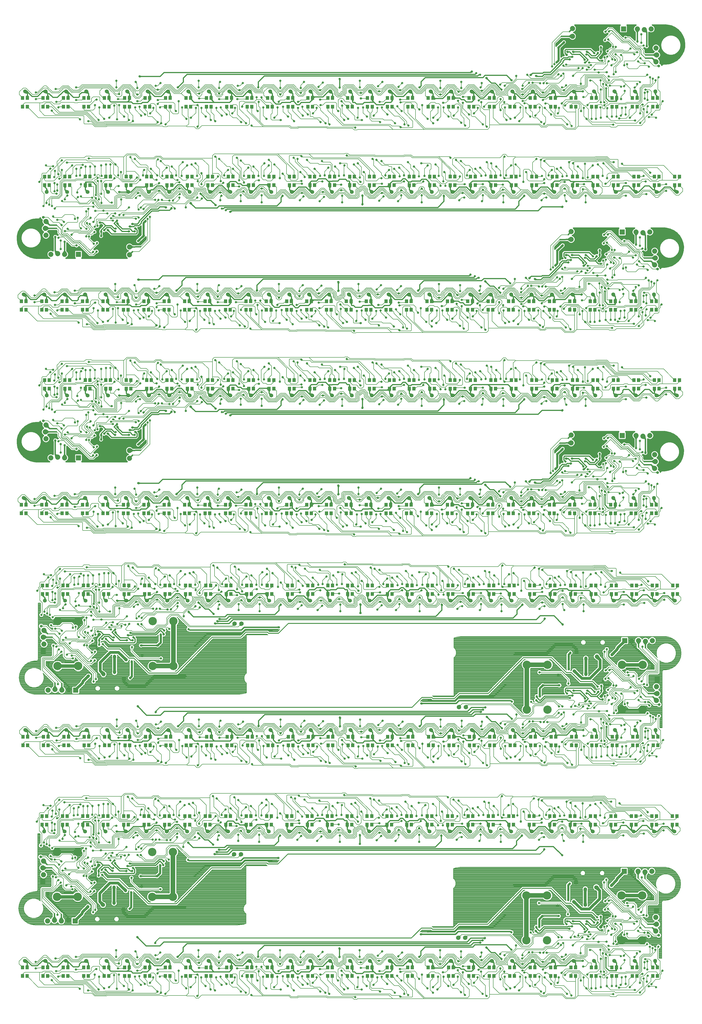
<source format=gbr>
G04 CAM350 V10.1.0 (Build 363) Date:  Mon Oct 03 20:15:31 2011 *
G04 Database: C:\Projects\AniBike Project\Hardware\AniBike V2.7 BT\EagleDIR\AniBike v2.7 BT\Manufacturing\2V8\ANIBIKE_2V8_Rev1.0.cam *
G04 Layer 2: AniBike_v2.8_BT_MainBoard.GBL *
G04 Composite: BOTTOM *
%FSLAX24Y24*%
%MOIN*%
%SFA1.000B1.000*%

%MIA0B0*%
%IPPOS*%
%ADD14C,0.12000*%
%ADD71C,0.06600*%
%ADD26R,0.07400X0.07400*%
%ADD27C,0.07400*%
%ADD29R,0.04720X0.05510*%
%ADD30C,0.05600*%
%ADD32C,0.00800*%
%ADD33C,0.04750*%
%ADD34C,0.03600*%
%ADD36C,0.02000*%
%ADD37C,0.04000*%
%ADD38C,0.03200*%
%ADD39C,0.01600*%
%ADD40C,0.01400*%
%ADD41C,0.03000*%
%ADD42C,0.05100*%
%ADD43C,0.04500*%
%ADD44C,0.06500*%
%ADD45C,0.05000*%
%ADD46C,0.01000*%
%ADD49C,0.03960*%
%ADD53C,0.04360*%
%ADD56C,0.05910*%
%ADD116R,0.07400X0.07400*%
%ADD118R,0.04720X0.05510*%
%LNAniBike_v2.8_BT_MainBoard.GBL*%
%LPD*%
G36*
X80877Y39737D02*
G01Y39754D01*
X80923Y39801*
X80920Y39796*
X80918Y39791*
X80916Y39785*
X80915Y39780*
Y39776*
X80916Y39771*
X80917Y39765*
X80919Y39760*
X80921Y39755*
X80925Y39750*
X80929Y39746*
X80933Y39743*
X80938Y39740*
X80944Y39738*
X80949Y39737*
X80950*
Y39736*
X80877*
Y39737*
G37*
G36*
X80804Y6294D02*
G01Y6311D01*
X80850Y6358*
X80847Y6353*
X80845Y6348*
X80843Y6342*
X80842Y6337*
Y6333*
X80843Y6328*
X80844Y6322*
X80846Y6317*
X80848Y6312*
X80852Y6307*
X80856Y6303*
X80860Y6300*
X80865Y6297*
X80871Y6295*
X80876Y6294*
X80877*
Y6293*
X80804*
Y6294*
G37*
G36*
X16549Y62360D02*
G01X16622D01*
Y62342*
X16576Y62295*
X16579Y62300*
X16581Y62305*
X16583Y62311*
X16584Y62316*
Y62320*
X16583Y62325*
X16582Y62331*
X16580Y62336*
X16578Y62341*
X16574Y62346*
X16570Y62350*
X16566Y62353*
X16561Y62356*
X16555Y62358*
X16550Y62359*
X16549*
Y62360*
G37*
G36*
X16476Y28917D02*
G01X16549D01*
Y28899*
X16503Y28852*
G75*
G03X16511Y28877I-32J24*
X16476Y28916I-40J-1*
G01Y28917*
G37*
G36*
X89292Y62732D02*
G01X89297Y62729D01*
X89302Y62726*
X89307Y62725*
X89313Y62724*
X89316*
X89322*
X89327Y62725*
X89333Y62727*
X89338Y62730*
X89342Y62733*
X89346Y62737*
X89350Y62742*
X89352Y62747*
X89355Y62752*
X89356Y62758*
Y62675*
X89349*
X89292Y62732*
G37*
G36*
X89219Y29289D02*
G01X89235Y29282D01*
X89243Y29281*
G03X89283Y29315I0J40*
G01Y29232*
X89276*
X89219Y29289*
G37*
G36*
X8143Y39338D02*
G01Y39421D01*
X8150*
X8207Y39364*
X8202Y39367*
X8197Y39370*
X8192Y39371*
X8186Y39372*
X8183*
X8177*
X8172Y39371*
X8166Y39369*
X8161Y39366*
X8157Y39363*
X8153Y39359*
X8149Y39354*
X8147Y39349*
X8144Y39344*
X8143Y39338*
G37*
G36*
X8070Y5895D02*
G01Y5978D01*
X8077*
X8134Y5921*
X8129Y5924*
X8124Y5927*
X8119Y5928*
X8113Y5929*
X8110*
X8104*
X8099Y5928*
X8093Y5926*
X8088Y5923*
X8084Y5920*
X8080Y5916*
X8076Y5911*
X8074Y5906*
X8071Y5901*
X8070Y5895*
G37*
G36*
X89448Y60792D02*
G01X89453Y60789D01*
X89458Y60787*
X89463Y60785*
X89469Y60784*
X89472*
X89478Y60785*
X89483Y60786*
X89489Y60788*
X89494Y60791*
X89498Y60794*
X89502Y60798*
X89506Y60802*
X89508Y60807*
X89511Y60813*
X89512Y60818*
Y60819*
Y60735*
Y60728*
X89448Y60792*
G37*
G36*
X89375Y27349D02*
G01X89391Y27342D01*
X89399Y27341*
G03X89439Y27376I0J40*
G01Y27292*
Y27285*
X89375Y27349*
G37*
G36*
X65768Y60792D02*
G01X65773Y60789D01*
X65778Y60787*
X65783Y60785*
X65789Y60784*
X65792*
X65798Y60785*
X65803Y60786*
X65809Y60788*
X65814Y60791*
X65818Y60794*
X65822Y60798*
X65826Y60802*
X65828Y60807*
X65831Y60813*
X65832Y60818*
Y60819*
Y60735*
Y60728*
X65768Y60792*
G37*
G36*
X65695Y27349D02*
G01X65711Y27342D01*
X65719Y27341*
G03X65759Y27376I0J40*
G01Y27292*
Y27285*
X65695Y27349*
G37*
G36*
X54947Y41368D02*
G01X55011Y41304D01*
X55006Y41307*
X55001Y41309*
X54996Y41311*
X54990Y41312*
X54987*
X54981Y41311*
X54976Y41310*
X54970Y41308*
X54965Y41305*
X54961Y41302*
X54957Y41298*
X54953Y41294*
X54951Y41289*
X54948Y41283*
X54947Y41278*
Y41277*
Y41361*
Y41368*
G37*
G36*
X54874Y7925D02*
G01X54938Y7861D01*
X54933Y7864*
X54928Y7866*
X54923Y7868*
X54917Y7869*
X54914*
X54908Y7868*
X54903Y7867*
X54897Y7865*
X54892Y7862*
X54888Y7859*
X54884Y7855*
X54880Y7851*
X54878Y7846*
X54875Y7840*
X54874Y7835*
Y7834*
Y7918*
Y7925*
G37*
G36*
X42488Y60792D02*
G01X42493Y60789D01*
X42498Y60787*
X42503Y60785*
X42509Y60784*
X42512*
X42518Y60785*
X42523Y60786*
X42529Y60788*
X42534Y60791*
X42538Y60794*
X42542Y60798*
X42546Y60802*
X42548Y60807*
X42551Y60813*
X42552Y60818*
Y60819*
Y60735*
Y60728*
X42488Y60792*
G37*
G36*
X42415Y27349D02*
G01X42431Y27342D01*
X42439Y27341*
G03X42479Y27376I0J40*
G01Y27292*
Y27285*
X42415Y27349*
G37*
G36*
X31667Y41368D02*
G01X31731Y41304D01*
X31726Y41307*
X31721Y41309*
X31716Y41311*
X31710Y41312*
X31707*
X31701Y41311*
X31696Y41310*
X31690Y41308*
X31685Y41305*
X31681Y41302*
X31677Y41298*
X31673Y41294*
X31671Y41289*
X31668Y41283*
X31667Y41278*
Y41277*
Y41361*
Y41368*
G37*
G36*
X31594Y7925D02*
G01X31658Y7861D01*
X31653Y7864*
X31648Y7866*
X31643Y7868*
X31637Y7869*
X31634*
X31628Y7868*
X31623Y7867*
X31617Y7865*
X31612Y7862*
X31608Y7859*
X31604Y7855*
X31600Y7851*
X31598Y7846*
X31595Y7840*
X31594Y7835*
Y7834*
Y7918*
Y7925*
G37*
G36*
X7987Y41368D02*
G01X8051Y41304D01*
X8046Y41307*
X8041Y41309*
X8036Y41311*
X8030Y41312*
X8027*
X8021Y41311*
X8016Y41310*
X8010Y41308*
X8005Y41305*
X8001Y41302*
X7997Y41298*
X7993Y41294*
X7991Y41289*
X7988Y41283*
X7987Y41278*
Y41277*
Y41361*
Y41368*
G37*
G36*
X7914Y7925D02*
G01X7978Y7861D01*
X7973Y7864*
X7968Y7866*
X7963Y7868*
X7957Y7869*
X7954*
X7948Y7868*
X7943Y7867*
X7937Y7865*
X7932Y7862*
X7928Y7859*
X7924Y7855*
X7920Y7851*
X7918Y7846*
X7915Y7840*
X7914Y7835*
Y7834*
Y7918*
Y7925*
G37*
G36*
X95368Y60712D02*
G01X95373Y60709D01*
X95378Y60707*
X95383Y60705*
X95389Y60704*
X95392*
X95398Y60705*
X95403Y60706*
X95409Y60708*
X95414Y60711*
X95418Y60714*
X95422Y60718*
X95426Y60722*
X95428Y60727*
X95431Y60733*
X95432Y60738*
Y60739*
Y60735*
Y60727*
X95434Y60719*
X95436Y60711*
X95438Y60704*
X95442Y60697*
X95446Y60690*
X95451Y60683*
X95455Y60678*
X95586Y60548*
X95579Y60535*
X95573Y60521*
X95569Y60511*
X95368Y60712*
G37*
G36*
X95295Y27269D02*
G01X95311Y27262D01*
X95319Y27261*
G03X95359Y27296I0J40*
G01Y27292*
G03X95382Y27235I80J-1*
G01X95513Y27105*
X95496Y27068*
X95295Y27269*
G37*
G36*
X77608Y60712D02*
G01X77613Y60709D01*
X77618Y60707*
X77623Y60705*
X77629Y60704*
X77632*
X77638Y60705*
X77643Y60706*
X77649Y60708*
X77654Y60711*
X77658Y60714*
X77662Y60718*
X77666Y60722*
X77668Y60727*
X77671Y60733*
X77672Y60738*
Y60739*
Y60735*
Y60727*
X77674Y60719*
X77676Y60711*
X77678Y60704*
X77682Y60697*
X77686Y60690*
X77691Y60683*
X77695Y60678*
X77826Y60548*
X77819Y60535*
X77813Y60521*
X77809Y60511*
X77608Y60712*
G37*
G36*
X77535Y27269D02*
G01X77551Y27262D01*
X77559Y27261*
G03X77599Y27296I0J40*
G01Y27292*
G03X77622Y27235I80J-1*
G01X77753Y27105*
X77736Y27068*
X77535Y27269*
G37*
G36*
X66633Y41548D02*
G01X66640Y41561D01*
X66646Y41575*
X66650Y41585*
X66851Y41384*
X66846Y41387*
X66841Y41389*
X66836Y41391*
X66830Y41392*
X66827*
X66821Y41391*
X66816Y41390*
X66810Y41388*
X66805Y41385*
X66801Y41382*
X66797Y41378*
X66793Y41374*
X66791Y41369*
X66788Y41363*
X66787Y41358*
Y41357*
Y41361*
Y41369*
X66785Y41377*
X66783Y41385*
X66781Y41392*
X66777Y41399*
X66773Y41406*
X66768Y41413*
X66764Y41418*
X66633Y41548*
G37*
G36*
X66560Y8105D02*
G01X66567Y8118D01*
X66573Y8132*
X66577Y8142*
X66778Y7941*
X66773Y7944*
X66768Y7946*
X66763Y7948*
X66757Y7949*
X66754*
X66748Y7948*
X66743Y7947*
X66737Y7945*
X66732Y7942*
X66728Y7939*
X66724Y7935*
X66720Y7931*
X66718Y7926*
X66715Y7920*
X66714Y7915*
Y7914*
Y7918*
Y7926*
X66712Y7934*
X66710Y7942*
X66708Y7949*
X66704Y7956*
X66700Y7963*
X66695Y7970*
X66691Y7975*
X66560Y8105*
G37*
G36*
X30648Y60712D02*
G01X30653Y60709D01*
X30658Y60707*
X30663Y60705*
X30669Y60704*
X30672*
X30678Y60705*
X30683Y60706*
X30689Y60708*
X30694Y60711*
X30698Y60714*
X30702Y60718*
X30706Y60722*
X30708Y60727*
X30711Y60733*
X30712Y60738*
Y60739*
Y60735*
Y60727*
X30714Y60719*
X30716Y60711*
X30718Y60704*
X30722Y60697*
X30726Y60690*
X30731Y60683*
X30735Y60678*
X30866Y60548*
X30859Y60535*
X30853Y60521*
X30849Y60511*
X30648Y60712*
G37*
G36*
X30575Y27269D02*
G01X30591Y27262D01*
X30599Y27261*
G03X30639Y27296I0J40*
G01Y27292*
G03X30662Y27235I80J-1*
G01X30793Y27105*
X30776Y27068*
X30575Y27269*
G37*
G36*
X19673Y41548D02*
G01X19680Y41561D01*
X19686Y41575*
X19690Y41585*
X19891Y41384*
X19886Y41387*
X19881Y41389*
X19876Y41391*
X19870Y41392*
X19867*
X19861Y41391*
X19856Y41390*
X19850Y41388*
X19845Y41385*
X19841Y41382*
X19837Y41378*
X19833Y41374*
X19831Y41369*
X19828Y41363*
X19827Y41358*
Y41357*
Y41361*
Y41369*
X19825Y41377*
X19823Y41385*
X19821Y41392*
X19817Y41399*
X19813Y41406*
X19808Y41413*
X19804Y41418*
X19673Y41548*
G37*
G36*
X19600Y8105D02*
G01X19607Y8118D01*
X19613Y8132*
X19617Y8142*
X19818Y7941*
X19813Y7944*
X19808Y7946*
X19803Y7948*
X19797Y7949*
X19794*
X19788Y7948*
X19783Y7947*
X19777Y7945*
X19772Y7942*
X19768Y7939*
X19764Y7935*
X19760Y7931*
X19758Y7926*
X19755Y7920*
X19754Y7915*
Y7914*
Y7918*
Y7926*
X19752Y7934*
X19750Y7942*
X19748Y7949*
X19744Y7956*
X19740Y7963*
X19735Y7970*
X19731Y7975*
X19600Y8105*
G37*
G36*
X1913Y41548D02*
G01X1920Y41561D01*
X1926Y41575*
X1930Y41585*
X2131Y41384*
X2126Y41387*
X2121Y41389*
X2116Y41391*
X2110Y41392*
X2107*
X2101Y41391*
X2096Y41390*
X2090Y41388*
X2085Y41385*
X2081Y41382*
X2077Y41378*
X2073Y41374*
X2071Y41369*
X2068Y41363*
X2067Y41358*
Y41357*
Y41361*
Y41369*
X2065Y41377*
X2063Y41385*
X2061Y41392*
X2057Y41399*
X2053Y41406*
X2048Y41413*
X2044Y41418*
X1913Y41548*
G37*
G36*
X1840Y8105D02*
G01X1847Y8118D01*
X1853Y8132*
X1857Y8142*
X2058Y7941*
X2053Y7944*
X2048Y7946*
X2043Y7948*
X2037Y7949*
X2034*
X2028Y7948*
X2023Y7947*
X2017Y7945*
X2012Y7942*
X2008Y7939*
X2004Y7935*
X2000Y7931*
X1998Y7926*
X1995Y7920*
X1994Y7915*
Y7914*
Y7918*
Y7926*
X1992Y7934*
X1990Y7942*
X1988Y7949*
X1984Y7956*
X1980Y7963*
X1975Y7970*
X1971Y7975*
X1840Y8105*
G37*
G54D14*
X23059Y24012D03*
X20059D03*
X9259D03*
X6259D03*
Y17512D03*
X9259D03*
X20059D03*
X23059D03*
G54D116*
X8879Y14012D03*
X4189Y19692D03*
G54D27*
X4289Y20692D03*
X4189Y21692D03*
X4289Y22692D03*
X5879Y14112D03*
X6879Y14012D03*
X7879Y14112D03*
X4879Y14012D03*
G54D118*
X4749Y27952D03*
X4079D03*
X7039D03*
X7709D03*
X9999D03*
X10669D03*
X12959D03*
X13629D03*
X15919D03*
X16589D03*
X18879D03*
X19549D03*
X21839D03*
X22509D03*
X24799D03*
X25469D03*
X27759D03*
X28429D03*
X30719D03*
X31389D03*
X33679D03*
X34349D03*
X36639D03*
X37309D03*
X39599D03*
X40269D03*
X42559D03*
X43229D03*
X45439D03*
X46109D03*
X48319D03*
X48989D03*
X51199D03*
X51869D03*
X54079D03*
X54749D03*
X56959D03*
X57629D03*
X59919D03*
X60589D03*
X62879D03*
X63549D03*
X65839D03*
X66509D03*
X68799D03*
X69469D03*
X71759D03*
X72429D03*
X74719D03*
X75389D03*
X77679D03*
X78349D03*
X80639D03*
X81309D03*
X83599D03*
X84269D03*
X86559D03*
X87229D03*
X89519D03*
X90189D03*
X92479D03*
X93149D03*
X95439D03*
X96109D03*
Y29192D03*
X95439D03*
X93149D03*
X92479D03*
X90189D03*
X89519D03*
X87229D03*
X86559D03*
X84269D03*
X83599D03*
X81309D03*
X80639D03*
X78349D03*
X77679D03*
X75389D03*
X74719D03*
X72429D03*
X71759D03*
X69469D03*
X68799D03*
X66509D03*
X65839D03*
X63549D03*
X62879D03*
X60589D03*
X59919D03*
X57629D03*
X56959D03*
X54749D03*
X54079D03*
X51869D03*
X51199D03*
X48989D03*
X48319D03*
X46109D03*
X45439D03*
X43229D03*
X42559D03*
X40269D03*
X39599D03*
X37309D03*
X36639D03*
X34349D03*
X33679D03*
X31389D03*
X30719D03*
X28429D03*
X27759D03*
X25469D03*
X24799D03*
X22509D03*
X21839D03*
X19549D03*
X18879D03*
X16589D03*
X15919D03*
X13629D03*
X12959D03*
X10669D03*
X9999D03*
X7709D03*
X7039D03*
X4749D03*
X4079D03*
G54D30*
X4399Y26972D03*
X7359D03*
X10319D03*
X13279D03*
X16239D03*
X19199D03*
X22159D03*
X25119D03*
X28079D03*
X31039D03*
X33999D03*
X36959D03*
X39919D03*
X42879D03*
X45759D03*
X48639D03*
X51519D03*
X54399D03*
X57279D03*
X60239D03*
X63199D03*
X66159D03*
X69119D03*
X72079D03*
X75039D03*
X77999D03*
X80959D03*
X83919D03*
X86879D03*
X89839D03*
X92799D03*
X95759D03*
G54D33*
X18519Y19012D03*
X16199Y18412D03*
X14519Y18912D03*
Y16572D03*
X12279Y22092D03*
G54D34*
X11159Y20372D03*
X12039Y19932D03*
G54D38*
X6319Y14892D03*
X11479Y15252D03*
X11799Y15612D03*
X16759Y15772D03*
X24759Y16012D03*
X16999Y18172D03*
X21239Y18612D03*
X17039Y20252D03*
X18359Y20492D03*
X20759D03*
X17159Y21252D03*
X16319D03*
X17239Y21692D03*
X16439Y21972D03*
X16799Y22332D03*
X14639Y22412D03*
X14599Y22812D03*
X13999D03*
X13759Y23132D03*
X14079Y23452D03*
X13319Y23772D03*
X14279Y23852D03*
X14919Y23572D03*
X15519Y23332D03*
X16079Y23492D03*
X16639Y23612D03*
X17919Y23572D03*
X18399D03*
X18439Y24492D03*
X18039Y24692D03*
X17719Y24412D03*
X16319Y24732D03*
X13839Y25412D03*
X15199Y25892D03*
X17319Y26092D03*
X17919Y26412D03*
X17639Y26812D03*
X14879Y26972D03*
X14839Y27812D03*
X12279Y28572D03*
X11799D03*
Y29012D03*
X11359Y29412D03*
X12359Y29292D03*
X14239Y28972D03*
X14759Y29372D03*
X15159Y29852D03*
X17479Y29052D03*
X18359Y29372D03*
X20439D03*
X21159Y29292D03*
X23159Y29372D03*
X23959Y29292D03*
X26199D03*
X26839Y29692D03*
X29239Y29212D03*
X30119Y29372D03*
X32999Y29292D03*
X35079D03*
X35879D03*
X38199Y28972D03*
X38599Y29612D03*
X41159Y29852D03*
X43239Y30332D03*
X45239Y30492D03*
X46199Y30652D03*
X47559Y30812D03*
X48919Y30972D03*
X49479Y31132D03*
X51639Y31772D03*
X52199Y31612D03*
X52919Y31452D03*
X55479Y30492D03*
X54759Y30332D03*
X54039Y30172D03*
X57639Y30652D03*
X56759Y31292D03*
X58679Y31132D03*
X59639Y30812D03*
X60759Y30972D03*
X63719Y31612D03*
X64439Y31452D03*
X62919Y31932D03*
X68199Y31292D03*
X68839Y31132D03*
X69559Y30652D03*
X71719Y30812D03*
X72359Y30972D03*
X75399Y31772D03*
X76039Y31612D03*
X76519Y31452D03*
X80119Y31292D03*
X80679Y31132D03*
X81399Y30652D03*
X82439Y31052D03*
X83559Y30812D03*
X84279Y30972D03*
X85079Y31132D03*
X86599Y31292D03*
X87799Y31052D03*
X91879Y29772D03*
X90919Y29292D03*
X91239Y28492D03*
X88359Y28252D03*
X85639Y28972D03*
X84999Y29292D03*
X82839Y29052D03*
X82119Y28972D03*
X79799Y29292D03*
X79159Y29212D03*
X77159Y29372D03*
X76199Y29292D03*
X76519Y28812D03*
Y28252D03*
X79479Y28412D03*
X82279Y28092D03*
X82119Y27372D03*
X79479Y27452D03*
X76519Y26732D03*
X76839Y26172D03*
X76119Y25772D03*
X73639Y26412D03*
X70599D03*
X67639Y26492D03*
Y27292D03*
X70519D03*
Y28012D03*
X67639Y28092D03*
X64999D03*
X62199Y27852D03*
X61479D03*
X61879Y28492D03*
X58999D03*
X58359Y29212D03*
X59159Y29292D03*
X61239D03*
X62039Y29852D03*
X64279Y29212D03*
X65319Y29372D03*
X67399Y29292D03*
X68039Y29372D03*
X70199D03*
X70999D03*
X70759Y28972D03*
X72999Y29292D03*
X73879Y29852D03*
X77639Y30172D03*
X78359Y30332D03*
X78919Y30492D03*
X70759Y32092D03*
X67239Y30492D03*
X66519Y30332D03*
X65719Y30172D03*
X73479Y28412D03*
X79479Y26492D03*
X82519Y26412D03*
X79719Y25612D03*
X82519Y25452D03*
X88359Y26412D03*
X91319Y26652D03*
X94199Y27132D03*
Y28092D03*
X85399Y28172D03*
X70599Y25452D03*
X67479Y25612D03*
X64919Y26172D03*
X64199Y25772D03*
X61959Y26412D03*
X64679Y26812D03*
X58759Y26492D03*
X55799D03*
Y27212D03*
X58759Y27452D03*
X56199Y28492D03*
X55559Y29212D03*
X56199Y29372D03*
X53479D03*
X52919Y28972D03*
X52999Y28172D03*
X49879Y28412D03*
X47079Y28012D03*
Y27212D03*
X44439Y26972D03*
X44599Y26252D03*
X43959Y25612D03*
X41639Y26332D03*
X41399Y26812D03*
X38599Y26412D03*
X41079Y25772D03*
X35559Y25452D03*
X32519Y25612D03*
X29719Y26412D03*
X29559Y25772D03*
X26879Y26012D03*
X26239Y26172D03*
X23639D03*
X22679Y25732D03*
X22199D03*
X21079Y25812D03*
X20599D03*
X20119D03*
X23679Y26652D03*
X23639Y27452D03*
X20679Y27132D03*
Y28252D03*
X20319Y28732D03*
X23359Y28692D03*
X23639Y28372D03*
X26279Y28532D03*
X26839Y28092D03*
X29639Y28532D03*
X29999Y28292D03*
X32279Y28652D03*
X32999Y28332D03*
X35159Y28652D03*
X32279Y27772D03*
X32919Y27052D03*
X32519Y26492D03*
X29559Y26892D03*
X26679Y26732D03*
X25239Y25372D03*
X24559Y24732D03*
X28879Y25052D03*
X29719Y24332D03*
X29399Y24012D03*
X29079Y23692D03*
X25239Y22852D03*
X22439Y22892D03*
X21719Y22652D03*
X21639Y22092D03*
X21199D03*
X14399Y21652D03*
X13239Y21452D03*
X12719Y21412D03*
X12279Y21252D03*
X11319Y21172D03*
X10159Y21612D03*
X9359Y21692D03*
X7439Y21612D03*
X7039Y21292D03*
X6559Y22172D03*
X6879Y22632D03*
X5919Y22912D03*
X5319Y23412D03*
X8479Y23052D03*
X8879Y23212D03*
X10759D03*
X11159Y22612D03*
X10639Y22332D03*
X10239Y22452D03*
X11759Y22052D03*
X11359Y21932D03*
X12079Y22532D03*
X14319Y21252D03*
X12799Y20692D03*
X12279Y20572D03*
X10519Y20532D03*
X10119D03*
X7999Y20772D03*
X6079Y20332D03*
X5639Y20452D03*
X6439Y19932D03*
X6799Y19572D03*
X7599Y19149D03*
X8319Y19012D03*
X8479Y18612D03*
Y18092D03*
X7399D03*
X11119Y18292D03*
X11639Y18332D03*
X11239Y19452D03*
X11679Y19572D03*
X26199Y20452D03*
X37319Y22732D03*
X38359Y23132D03*
X47239Y25452D03*
X50159Y25172D03*
X52599Y25692D03*
X55319Y25612D03*
X53239Y26332D03*
X52999Y26812D03*
X50159Y26452D03*
X47239Y26412D03*
X41399Y28172D03*
X41319Y28572D03*
X41799Y29132D03*
X44039Y29292D03*
X44679Y29372D03*
X46759Y29292D03*
X47479Y29372D03*
X49799Y29052D03*
X50359Y29852D03*
X46919Y31132D03*
X44279Y31452D03*
X42119Y31612D03*
X40759Y31772D03*
X40199Y31932D03*
X41319Y32172D03*
X36599Y31612D03*
X35959Y31132D03*
X36599Y30812D03*
X37399Y30972D03*
X34359Y30652D03*
X33639Y30492D03*
X31399Y30332D03*
X30679Y30172D03*
X25959Y31132D03*
X25399Y30972D03*
X24759Y30812D03*
X24119Y31292D03*
X22519Y30652D03*
X21799Y30492D03*
X19479Y30332D03*
X18519Y30172D03*
X14359Y30972D03*
X13639D03*
X12999D03*
X12279Y30812D03*
X11399Y30652D03*
X10679D03*
X10039D03*
X9639Y30892D03*
X9399Y30492D03*
X8679Y30332D03*
X8079Y30812D03*
X7319Y31212D03*
X6599Y31572D03*
X10479Y31812D03*
X5319Y30692D03*
X4279Y30812D03*
X4919Y30372D03*
X5599Y30012D03*
X6599Y30172D03*
X6079Y29532D03*
X5479Y29132D03*
X6239Y28892D03*
X3319Y28412D03*
X5519Y28252D03*
X5919Y28052D03*
X9359Y28092D03*
X5919Y27172D03*
X5519Y27052D03*
X5839Y26732D03*
X7399Y26452D03*
X8939Y26232D03*
X9359Y26312D03*
X10999Y26132D03*
X11519Y26052D03*
X11959Y25892D03*
X12319Y25372D03*
X11109Y25382D03*
X11159Y24812D03*
X10439Y24512D03*
X10139Y24172D03*
X11439Y24212D03*
X12609Y24252D03*
X6609Y25652D03*
X7039Y25892D03*
X4359Y25372D03*
X4759Y25132D03*
X5159Y24932D03*
X5559Y24572D03*
X3919Y24932D03*
X11519Y26532D03*
X12279Y26692D03*
X8839Y26892D03*
X17959Y28732D03*
X9239Y29372D03*
X8679Y29292D03*
X17159Y31772D03*
X16519Y32012D03*
X20519Y31692D03*
X20919Y31452D03*
X28839Y32092D03*
X29399Y31772D03*
X31959Y31932D03*
X32519Y31532D03*
X44359Y28492D03*
X35559Y27452D03*
Y26492D03*
X58759Y25452D03*
X76881Y24398D03*
X79479Y23532D03*
X47879Y32252D03*
G54D42*
X4919Y17972D03*
G54D44*
X15879Y15652D03*
X31919Y23652D03*
X32919D03*
G54D32*
X33347Y22554D03*
X12224Y16490D03*
G54D49*
X3879Y23292D03*
G54D53*
X10739Y16072D03*
G54D56*
X12919Y16332D03*
G54D14*
X74294Y11198D03*
X77294D03*
X88094D03*
X91094D03*
Y17698D03*
X88094D03*
X77294D03*
X74294D03*
G54D26*
X88474Y21198D03*
X93164Y15518D03*
G54D27*
X93064Y14518D03*
X93164Y13518D03*
X93064Y12518D03*
X91474Y21098D03*
X90474Y21198D03*
X89474Y21098D03*
X92474Y21198D03*
G54D29*
X92604Y7258D03*
X93274D03*
X90314D03*
X89644D03*
X87354D03*
X86684D03*
X84394D03*
X83724D03*
X81434D03*
X80764D03*
X78474D03*
X77804D03*
X75514D03*
X74844D03*
X72554D03*
X71884D03*
X69594D03*
X68924D03*
X66634D03*
X65964D03*
X63674D03*
X63004D03*
X60714D03*
X60044D03*
X57754D03*
X57084D03*
X54794D03*
X54124D03*
X51914D03*
X51244D03*
X49034D03*
X48364D03*
X46154D03*
X45484D03*
X43274D03*
X42604D03*
X40394D03*
X39724D03*
X37434D03*
X36764D03*
X34474D03*
X33804D03*
X31514D03*
X30844D03*
X28554D03*
X27884D03*
X25594D03*
X24924D03*
X22634D03*
X21964D03*
X19674D03*
X19004D03*
X16714D03*
X16044D03*
X13754D03*
X13084D03*
X10794D03*
X10124D03*
X7834D03*
X7164D03*
X4874D03*
X4204D03*
X1914D03*
X1244D03*
Y6018D03*
X1914D03*
X4204D03*
X4874D03*
X7164D03*
X7834D03*
X10124D03*
X10794D03*
X13084D03*
X13754D03*
X16044D03*
X16714D03*
X19004D03*
X19674D03*
X21964D03*
X22634D03*
X24924D03*
X25594D03*
X27884D03*
X28554D03*
X30844D03*
X31514D03*
X33804D03*
X34474D03*
X36764D03*
X37434D03*
X39724D03*
X40394D03*
X42604D03*
X43274D03*
X45484D03*
X46154D03*
X48364D03*
X49034D03*
X51244D03*
X51914D03*
X54124D03*
X54794D03*
X57084D03*
X57754D03*
X60044D03*
X60714D03*
X63004D03*
X63674D03*
X65964D03*
X66634D03*
X68924D03*
X69594D03*
X71884D03*
X72554D03*
X74844D03*
X75514D03*
X77804D03*
X78474D03*
X80764D03*
X81434D03*
X83724D03*
X84394D03*
X86684D03*
X87354D03*
X89644D03*
X90314D03*
X92604D03*
X93274D03*
G54D30*
X92954Y8238D03*
X89994D03*
X87034D03*
X84074D03*
X81114D03*
X78154D03*
X75194D03*
X72234D03*
X69274D03*
X66314D03*
X63354D03*
X60394D03*
X57434D03*
X54474D03*
X51594D03*
X48714D03*
X45834D03*
X42954D03*
X40074D03*
X37114D03*
X34154D03*
X31194D03*
X28234D03*
X25274D03*
X22314D03*
X19354D03*
X16394D03*
X13434D03*
X10474D03*
X7514D03*
X4554D03*
X1594D03*
G54D33*
X78834Y16198D03*
X81154Y16798D03*
X82834Y16298D03*
Y18638D03*
X85074Y13118D03*
G54D34*
X86194Y14838D03*
X85314Y15278D03*
G54D38*
X91034Y20318D03*
X85874Y19958D03*
X85554Y19598D03*
X80594Y19438D03*
X72594Y19198D03*
X80354Y17038D03*
X76114Y16598D03*
X80314Y14958D03*
X78994Y14718D03*
X76594D03*
X80194Y13958D03*
X81034D03*
X80114Y13518D03*
X80914Y13238D03*
X80554Y12878D03*
X82714Y12798D03*
X82754Y12398D03*
X83354D03*
X83594Y12078D03*
X83274Y11758D03*
X84034Y11438D03*
X83074Y11358D03*
X82434Y11638D03*
X81834Y11878D03*
X81274Y11718D03*
X80714Y11598D03*
X79434Y11638D03*
X78954D03*
X78914Y10718D03*
X79314Y10518D03*
X79634Y10798D03*
X81034Y10478D03*
X83514Y9798D03*
X82154Y9318D03*
X80034Y9118D03*
X79434Y8798D03*
X79714Y8398D03*
X82474Y8238D03*
X82514Y7398D03*
X85074Y6638D03*
X85554D03*
Y6198D03*
X85994Y5798D03*
X84994Y5918D03*
X83114Y6238D03*
X82594Y5838D03*
X82194Y5358D03*
X79874Y6158D03*
X78994Y5838D03*
X76914D03*
X76194Y5918D03*
X74194Y5838D03*
X73394Y5918D03*
X71154D03*
X70514Y5518D03*
X68114Y5998D03*
X67234Y5838D03*
X64354Y5918D03*
X62274D03*
X61474D03*
X59154Y6238D03*
X58754Y5598D03*
X56194Y5358D03*
X54114Y4878D03*
X52114Y4718D03*
X51154Y4558D03*
X49794Y4398D03*
X48434Y4238D03*
X47874Y4078D03*
X45714Y3438D03*
X45154Y3598D03*
X44434Y3758D03*
X41874Y4718D03*
X42594Y4878D03*
X43314Y5038D03*
X39714Y4558D03*
X40594Y3918D03*
X38674Y4078D03*
X37714Y4398D03*
X36594Y4238D03*
X33634Y3598D03*
X32914Y3758D03*
X34434Y3278D03*
X29154Y3918D03*
X28514Y4078D03*
X27794Y4558D03*
X25634Y4398D03*
X24994Y4238D03*
X21954Y3438D03*
X21314Y3598D03*
X20834Y3758D03*
X17234Y3918D03*
X16674Y4078D03*
X15954Y4558D03*
X14914Y4158D03*
X13794Y4398D03*
X13074Y4238D03*
X12274Y4078D03*
X10754Y3918D03*
X9554Y4158D03*
X5474Y5438D03*
X6434Y5918D03*
X6114Y6718D03*
X8994Y6958D03*
X11714Y6238D03*
X12354Y5918D03*
X14514Y6158D03*
X15234Y6238D03*
X17554Y5918D03*
X18194Y5998D03*
X20194Y5838D03*
X21154Y5918D03*
X20834Y6398D03*
Y6958D03*
X17874Y6798D03*
X15074Y7118D03*
X15234Y7838D03*
X17874Y7758D03*
X20834Y8478D03*
X20514Y9038D03*
X21234Y9438D03*
X23714Y8798D03*
X26754D03*
X29714Y8718D03*
Y7918D03*
X26834D03*
Y7198D03*
X29714Y7118D03*
X32354D03*
X35154Y7358D03*
X35874D03*
X35474Y6718D03*
X38354D03*
X38994Y5998D03*
X38194Y5918D03*
X36114D03*
X35314Y5358D03*
X33074Y5998D03*
X32034Y5838D03*
X29954Y5918D03*
X29314Y5838D03*
X27154D03*
X26354D03*
X26594Y6238D03*
X24354Y5918D03*
X23474Y5358D03*
X19714Y5038D03*
X18994Y4878D03*
X18434Y4718D03*
X26594Y3118D03*
X30114Y4718D03*
X30834Y4878D03*
X31634Y5038D03*
X23874Y6798D03*
X17874Y8718D03*
X14834Y8798D03*
X17634Y9598D03*
X14834Y9758D03*
X8994Y8798D03*
X6034Y8558D03*
X3154Y8078D03*
Y7118D03*
X11954Y7038D03*
X26754Y9758D03*
X29874Y9598D03*
X32434Y9038D03*
X33154Y9438D03*
X35394Y8798D03*
X32674Y8398D03*
X38594Y8718D03*
X41554D03*
Y7998D03*
X38594Y7758D03*
X41154Y6718D03*
X41794Y5998D03*
X41154Y5838D03*
X43874D03*
X44434Y6238D03*
X44354Y7038D03*
X47474Y6798D03*
X50274Y7198D03*
Y7998D03*
X52914Y8238D03*
X52754Y8958D03*
X53394Y9598D03*
X55714Y8878D03*
X55954Y8398D03*
X58754Y8798D03*
X56274Y9438D03*
X61794Y9758D03*
X64834Y9598D03*
X67634Y8798D03*
X67794Y9438D03*
X70474Y9198D03*
X71114Y9038D03*
X73714D03*
X74674Y9478D03*
X75154D03*
X76274Y9398D03*
X76754D03*
X77234D03*
X73674Y8558D03*
X73714Y7758D03*
X76674Y8078D03*
Y6958D03*
X77034Y6478D03*
X73994Y6518D03*
X73714Y6838D03*
X71074Y6678D03*
X70514Y7118D03*
X67714Y6678D03*
X67354Y6918D03*
X65074Y6558D03*
X64354Y6878D03*
X62194Y6558D03*
X65074Y7438D03*
X64434Y8158D03*
X64834Y8718D03*
X67794Y8318D03*
X70674Y8478D03*
X72114Y9838D03*
X72794Y10478D03*
X68474Y10158D03*
X67634Y10878D03*
X67954Y11198D03*
X68274Y11518D03*
X72114Y12358D03*
X74914Y12318D03*
X75634Y12558D03*
X75714Y13118D03*
X76154D03*
X82954Y13558D03*
X84114Y13758D03*
X84634Y13798D03*
X85074Y13958D03*
X86034Y14038D03*
X87194Y13598D03*
X87994Y13518D03*
X89914Y13598D03*
X90314Y13918D03*
X90794Y13038D03*
X90474Y12578D03*
X91434Y12298D03*
X92034Y11798D03*
X88874Y12158D03*
X88474Y11998D03*
X86594D03*
X86194Y12598D03*
X86714Y12878D03*
X87114Y12758D03*
X85594Y13158D03*
X85994Y13278D03*
X85274Y12678D03*
X83034Y13958D03*
X84554Y14518D03*
X85074Y14638D03*
X86834Y14678D03*
X87234D03*
X89354Y14438D03*
X91274Y14878D03*
X91714Y14758D03*
X90914Y15278D03*
X90554Y15638D03*
X89754Y16061D03*
X89034Y16198D03*
X88874Y16598D03*
Y17118D03*
X89954D03*
X86234Y16918D03*
X85714Y16878D03*
X86114Y15758D03*
X85674Y15638D03*
X71154Y14758D03*
X60034Y12478D03*
X58994Y12078D03*
X50114Y9758D03*
X47194Y10038D03*
X44754Y9518D03*
X42034Y9598D03*
X44114Y8878D03*
X44354Y8398D03*
X47194Y8758D03*
X50114Y8798D03*
X55954Y7038D03*
X56034Y6638D03*
X55554Y6078D03*
X53314Y5918D03*
X52674Y5838D03*
X50594Y5918D03*
X49874Y5838D03*
X47554Y6158D03*
X46994Y5358D03*
X50434Y4078D03*
X53074Y3758D03*
X55234Y3598D03*
X56594Y3438D03*
X57154Y3278D03*
X56034Y3038D03*
X60754Y3598D03*
X61394Y4078D03*
X60754Y4398D03*
X59954Y4238D03*
X62994Y4558D03*
X63714Y4718D03*
X65954Y4878D03*
X66674Y5038D03*
X71394Y4078D03*
X71954Y4238D03*
X72594Y4398D03*
X73234Y3918D03*
X74834Y4558D03*
X75554Y4718D03*
X77874Y4878D03*
X78834Y5038D03*
X82994Y4238D03*
X83714D03*
X84354D03*
X85074Y4398D03*
X85954Y4558D03*
X86674D03*
X87314D03*
X87714Y4318D03*
X87954Y4718D03*
X88674Y4878D03*
X89274Y4398D03*
X90034Y3998D03*
X90754Y3638D03*
X86874Y3398D03*
X92034Y4518D03*
X93074Y4398D03*
X92434Y4838D03*
X91754Y5198D03*
X90754Y5038D03*
X91274Y5678D03*
X91874Y6078D03*
X91114Y6318D03*
X94034Y6798D03*
X91834Y6958D03*
X91434Y7158D03*
X87994Y7118D03*
X91434Y8038D03*
X91834Y8158D03*
X91514Y8478D03*
X89954Y8758D03*
X88414Y8978D03*
X87994Y8898D03*
X86354Y9078D03*
X85834Y9158D03*
X85394Y9318D03*
X85034Y9838D03*
X86244Y9828D03*
X86194Y10398D03*
X86914Y10698D03*
X87214Y11038D03*
X85914Y10998D03*
X84744Y10958D03*
X90744Y9558D03*
X90314Y9318D03*
X92994Y9838D03*
X92594Y10078D03*
X92194Y10278D03*
X91794Y10638D03*
X93434Y10278D03*
X85834Y8678D03*
X85074Y8518D03*
X88514Y8318D03*
X79394Y6478D03*
X88114Y5838D03*
X88674Y5918D03*
X80194Y3438D03*
X80834Y3198D03*
X76834Y3518D03*
X76434Y3758D03*
X68514Y3118D03*
X67954Y3438D03*
X65394Y3278D03*
X64834Y3678D03*
X52994Y6718D03*
X61794Y7758D03*
Y8718D03*
X38594Y9758D03*
X20472Y10812D03*
X17874Y11678D03*
X49474Y2958D03*
G54D42*
X92434Y17238D03*
G54D44*
X81474Y19558D03*
X65434Y11558D03*
X64434D03*
G54D32*
X64006Y12656D03*
X85129Y18720D03*
G54D49*
X93474Y11918D03*
G54D53*
X86614Y19138D03*
G54D56*
X84434Y18878D03*
G54D14*
X23132Y57455D03*
X20132D03*
X9332D03*
X6332D03*
Y50955D03*
X9332D03*
X20132D03*
X23132D03*
G54D116*
X8952Y47455D03*
X4262Y53135D03*
G54D27*
X4362Y54135D03*
X4262Y55135D03*
X4362Y56135D03*
X5952Y47555D03*
X6952Y47455D03*
X7952Y47555D03*
X4952Y47455D03*
G54D118*
X4822Y61395D03*
X4152D03*
X7112D03*
X7782D03*
X10072D03*
X10742D03*
X13032D03*
X13702D03*
X15992D03*
X16662D03*
X18952D03*
X19622D03*
X21912D03*
X22582D03*
X24872D03*
X25542D03*
X27832D03*
X28502D03*
X30792D03*
X31462D03*
X33752D03*
X34422D03*
X36712D03*
X37382D03*
X39672D03*
X40342D03*
X42632D03*
X43302D03*
X45512D03*
X46182D03*
X48392D03*
X49062D03*
X51272D03*
X51942D03*
X54152D03*
X54822D03*
X57032D03*
X57702D03*
X59992D03*
X60662D03*
X62952D03*
X63622D03*
X65912D03*
X66582D03*
X68872D03*
X69542D03*
X71832D03*
X72502D03*
X74792D03*
X75462D03*
X77752D03*
X78422D03*
X80712D03*
X81382D03*
X83672D03*
X84342D03*
X86632D03*
X87302D03*
X89592D03*
X90262D03*
X92552D03*
X93222D03*
X95512D03*
X96182D03*
Y62635D03*
X95512D03*
X93222D03*
X92552D03*
X90262D03*
X89592D03*
X87302D03*
X86632D03*
X84342D03*
X83672D03*
X81382D03*
X80712D03*
X78422D03*
X77752D03*
X75462D03*
X74792D03*
X72502D03*
X71832D03*
X69542D03*
X68872D03*
X66582D03*
X65912D03*
X63622D03*
X62952D03*
X60662D03*
X59992D03*
X57702D03*
X57032D03*
X54822D03*
X54152D03*
X51942D03*
X51272D03*
X49062D03*
X48392D03*
X46182D03*
X45512D03*
X43302D03*
X42632D03*
X40342D03*
X39672D03*
X37382D03*
X36712D03*
X34422D03*
X33752D03*
X31462D03*
X30792D03*
X28502D03*
X27832D03*
X25542D03*
X24872D03*
X22582D03*
X21912D03*
X19622D03*
X18952D03*
X16662D03*
X15992D03*
X13702D03*
X13032D03*
X10742D03*
X10072D03*
X7782D03*
X7112D03*
X4822D03*
X4152D03*
G54D30*
X4472Y60415D03*
X7432D03*
X10392D03*
X13352D03*
X16312D03*
X19272D03*
X22232D03*
X25192D03*
X28152D03*
X31112D03*
X34072D03*
X37032D03*
X39992D03*
X42952D03*
X45832D03*
X48712D03*
X51592D03*
X54472D03*
X57352D03*
X60312D03*
X63272D03*
X66232D03*
X69192D03*
X72152D03*
X75112D03*
X78072D03*
X81032D03*
X83992D03*
X86952D03*
X89912D03*
X92872D03*
X95832D03*
G54D33*
X18592Y52455D03*
X16272Y51855D03*
X14592Y52355D03*
Y50015D03*
X12352Y55535D03*
G54D34*
X11232Y53815D03*
X12112Y53375D03*
G54D38*
X6392Y48335D03*
X11552Y48695D03*
X11872Y49055D03*
X16832Y49215D03*
X24832Y49455D03*
X17072Y51615D03*
X21312Y52055D03*
X17112Y53695D03*
X18432Y53935D03*
X20832D03*
X17232Y54695D03*
X16392D03*
X17312Y55135D03*
X16512Y55415D03*
X16872Y55775D03*
X14712Y55855D03*
X14672Y56255D03*
X14072D03*
X13832Y56575D03*
X14152Y56895D03*
X13392Y57215D03*
X14352Y57295D03*
X14992Y57015D03*
X15592Y56775D03*
X16152Y56935D03*
X16712Y57055D03*
X17992Y57015D03*
X18472D03*
X18512Y57935D03*
X18112Y58135D03*
X17792Y57855D03*
X16392Y58175D03*
X13912Y58855D03*
X15272Y59335D03*
X17392Y59535D03*
X17992Y59855D03*
X17712Y60255D03*
X14952Y60415D03*
X14912Y61255D03*
X12352Y62015D03*
X11872D03*
Y62455D03*
X11432Y62855D03*
X12432Y62735D03*
X14312Y62415D03*
X14832Y62815D03*
X15232Y63295D03*
X17552Y62495D03*
X18432Y62815D03*
X20512D03*
X21232Y62735D03*
X23232Y62815D03*
X24032Y62735D03*
X26272D03*
X26912Y63135D03*
X29312Y62655D03*
X30192Y62815D03*
X33072Y62735D03*
X35152D03*
X35952D03*
X38272Y62415D03*
X38672Y63055D03*
X41232Y63295D03*
X43312Y63775D03*
X45312Y63935D03*
X46272Y64095D03*
X47632Y64255D03*
X48992Y64415D03*
X49552Y64575D03*
X51712Y65215D03*
X52272Y65055D03*
X52992Y64895D03*
X55552Y63935D03*
X54832Y63775D03*
X54112Y63615D03*
X57712Y64095D03*
X56832Y64735D03*
X58752Y64575D03*
X59712Y64255D03*
X60832Y64415D03*
X63792Y65055D03*
X64512Y64895D03*
X62992Y65375D03*
X68272Y64735D03*
X68912Y64575D03*
X69632Y64095D03*
X71792Y64255D03*
X72432Y64415D03*
X75472Y65215D03*
X76112Y65055D03*
X76592Y64895D03*
X80192Y64735D03*
X80752Y64575D03*
X81472Y64095D03*
X82512Y64495D03*
X83632Y64255D03*
X84352Y64415D03*
X85152Y64575D03*
X86672Y64735D03*
X87872Y64495D03*
X91952Y63215D03*
X90992Y62735D03*
X91312Y61935D03*
X88432Y61695D03*
X85712Y62415D03*
X85072Y62735D03*
X82912Y62495D03*
X82192Y62415D03*
X79872Y62735D03*
X79232Y62655D03*
X77232Y62815D03*
X76272Y62735D03*
X76592Y62255D03*
Y61695D03*
X79552Y61855D03*
X82352Y61535D03*
X82192Y60815D03*
X79552Y60895D03*
X76592Y60175D03*
X76912Y59615D03*
X76192Y59215D03*
X73712Y59855D03*
X70672D03*
X67712Y59935D03*
Y60735D03*
X70592D03*
Y61455D03*
X67712Y61535D03*
X65072D03*
X62272Y61295D03*
X61552D03*
X61952Y61935D03*
X59072D03*
X58432Y62655D03*
X59232Y62735D03*
X61312D03*
X62112Y63295D03*
X64352Y62655D03*
X65392Y62815D03*
X67472Y62735D03*
X68112Y62815D03*
X70272D03*
X71072D03*
X70832Y62415D03*
X73072Y62735D03*
X73952Y63295D03*
X77712Y63615D03*
X78432Y63775D03*
X78992Y63935D03*
X70832Y65535D03*
X67312Y63935D03*
X66592Y63775D03*
X65792Y63615D03*
X73552Y61855D03*
X79552Y59935D03*
X82592Y59855D03*
X79792Y59055D03*
X82592Y58895D03*
X88432Y59855D03*
X91392Y60095D03*
X94272Y60575D03*
Y61535D03*
X85472Y61615D03*
X70672Y58895D03*
X67552Y59055D03*
X64992Y59615D03*
X64272Y59215D03*
X62032Y59855D03*
X64752Y60255D03*
X58832Y59935D03*
X55872D03*
Y60655D03*
X58832Y60895D03*
X56272Y61935D03*
X55632Y62655D03*
X56272Y62815D03*
X53552D03*
X52992Y62415D03*
X53072Y61615D03*
X49952Y61855D03*
X47152Y61455D03*
Y60655D03*
X44512Y60415D03*
X44672Y59695D03*
X44032Y59055D03*
X41712Y59775D03*
X41472Y60255D03*
X38672Y59855D03*
X41152Y59215D03*
X35632Y58895D03*
X32592Y59055D03*
X29792Y59855D03*
X29632Y59215D03*
X26952Y59455D03*
X26312Y59615D03*
X23712D03*
X22752Y59175D03*
X22272D03*
X21152Y59255D03*
X20672D03*
X20192D03*
X23752Y60095D03*
X23712Y60895D03*
X20752Y60575D03*
Y61695D03*
X20392Y62175D03*
X23432Y62135D03*
X23712Y61815D03*
X26352Y61975D03*
X26912Y61535D03*
X29712Y61975D03*
X30072Y61735D03*
X32352Y62095D03*
X33072Y61775D03*
X35232Y62095D03*
X32352Y61215D03*
X32992Y60495D03*
X32592Y59935D03*
X29632Y60335D03*
X26752Y60175D03*
X25312Y58815D03*
X24632Y58175D03*
X28952Y58495D03*
X29792Y57775D03*
X29472Y57455D03*
X29152Y57135D03*
X25312Y56295D03*
X22512Y56335D03*
X21792Y56095D03*
X21712Y55535D03*
X21272D03*
X14472Y55095D03*
X13312Y54895D03*
X12792Y54855D03*
X12352Y54695D03*
X11392Y54615D03*
X10232Y55055D03*
X9432Y55135D03*
X7512Y55055D03*
X7112Y54735D03*
X6632Y55615D03*
X6952Y56075D03*
X5992Y56355D03*
X5392Y56855D03*
X8552Y56495D03*
X8952Y56655D03*
X10832D03*
X11232Y56055D03*
X10712Y55775D03*
X10312Y55895D03*
X11832Y55495D03*
X11432Y55375D03*
X12152Y55975D03*
X14392Y54695D03*
X12872Y54135D03*
X12352Y54015D03*
X10592Y53975D03*
X10192D03*
X8072Y54215D03*
X6152Y53775D03*
X5712Y53895D03*
X6512Y53375D03*
X6872Y53015D03*
X7672Y52592D03*
X8392Y52455D03*
X8552Y52055D03*
Y51535D03*
X7472D03*
X11192Y51735D03*
X11712Y51775D03*
X11312Y52895D03*
X11752Y53015D03*
X26272Y53895D03*
X37392Y56175D03*
X38432Y56575D03*
X47312Y58895D03*
X50232Y58615D03*
X52672Y59135D03*
X55392Y59055D03*
X53312Y59775D03*
X53072Y60255D03*
X50232Y59895D03*
X47312Y59855D03*
X41472Y61615D03*
X41392Y62015D03*
X41872Y62575D03*
X44112Y62735D03*
X44752Y62815D03*
X46832Y62735D03*
X47552Y62815D03*
X49872Y62495D03*
X50432Y63295D03*
X46992Y64575D03*
X44352Y64895D03*
X42192Y65055D03*
X40832Y65215D03*
X40272Y65375D03*
X41392Y65615D03*
X36672Y65055D03*
X36032Y64575D03*
X36672Y64255D03*
X37472Y64415D03*
X34432Y64095D03*
X33712Y63935D03*
X31472Y63775D03*
X30752Y63615D03*
X26032Y64575D03*
X25472Y64415D03*
X24832Y64255D03*
X24192Y64735D03*
X22592Y64095D03*
X21872Y63935D03*
X19552Y63775D03*
X18592Y63615D03*
X14432Y64415D03*
X13712D03*
X13072D03*
X12352Y64255D03*
X11472Y64095D03*
X10752D03*
X10112D03*
X9712Y64335D03*
X9472Y63935D03*
X8752Y63775D03*
X8152Y64255D03*
X7392Y64655D03*
X6672Y65015D03*
X10552Y65255D03*
X5392Y64135D03*
X4352Y64255D03*
X4992Y63815D03*
X5672Y63455D03*
X6672Y63615D03*
X6152Y62975D03*
X5552Y62575D03*
X6312Y62335D03*
X3392Y61855D03*
X5592Y61695D03*
X5992Y61495D03*
X9432Y61535D03*
X5992Y60615D03*
X5592Y60495D03*
X5912Y60175D03*
X7472Y59895D03*
X9012Y59675D03*
X9432Y59755D03*
X11072Y59575D03*
X11592Y59495D03*
X12032Y59335D03*
X12392Y58815D03*
X11182Y58825D03*
X11232Y58255D03*
X10512Y57955D03*
X10212Y57615D03*
X11512Y57655D03*
X12682Y57695D03*
X6682Y59095D03*
X7112Y59335D03*
X4432Y58815D03*
X4832Y58575D03*
X5232Y58375D03*
X5632Y58015D03*
X3992Y58375D03*
X11592Y59975D03*
X12352Y60135D03*
X8912Y60335D03*
X18032Y62175D03*
X9312Y62815D03*
X8752Y62735D03*
X17232Y65215D03*
X16592Y65455D03*
X20592Y65135D03*
X20992Y64895D03*
X28912Y65535D03*
X29472Y65215D03*
X32032Y65375D03*
X32592Y64975D03*
X44432Y61935D03*
X35632Y60895D03*
Y59935D03*
X58832Y58895D03*
X76954Y57841D03*
X79552Y56975D03*
X47952Y65695D03*
G54D42*
X4992Y51415D03*
G54D44*
X15952Y49095D03*
X31992Y57095D03*
X32992D03*
G54D32*
X33420Y55997D03*
X12297Y49933D03*
G54D49*
X3952Y56735D03*
G54D53*
X10812Y49515D03*
G54D56*
X12992Y49775D03*
G54D14*
X74367Y44641D03*
X77367D03*
X88167D03*
X91167D03*
Y51141D03*
X88167D03*
X77367D03*
X74367D03*
G54D26*
X88547Y54641D03*
X93237Y48961D03*
G54D27*
X93137Y47961D03*
X93237Y46961D03*
X93137Y45961D03*
X91547Y54541D03*
X90547Y54641D03*
X89547Y54541D03*
X92547Y54641D03*
G54D29*
X92677Y40701D03*
X93347D03*
X90387D03*
X89717D03*
X87427D03*
X86757D03*
X84467D03*
X83797D03*
X81507D03*
X80837D03*
X78547D03*
X77877D03*
X75587D03*
X74917D03*
X72627D03*
X71957D03*
X69667D03*
X68997D03*
X66707D03*
X66037D03*
X63747D03*
X63077D03*
X60787D03*
X60117D03*
X57827D03*
X57157D03*
X54867D03*
X54197D03*
X51987D03*
X51317D03*
X49107D03*
X48437D03*
X46227D03*
X45557D03*
X43347D03*
X42677D03*
X40467D03*
X39797D03*
X37507D03*
X36837D03*
X34547D03*
X33877D03*
X31587D03*
X30917D03*
X28627D03*
X27957D03*
X25667D03*
X24997D03*
X22707D03*
X22037D03*
X19747D03*
X19077D03*
X16787D03*
X16117D03*
X13827D03*
X13157D03*
X10867D03*
X10197D03*
X7907D03*
X7237D03*
X4947D03*
X4277D03*
X1987D03*
X1317D03*
Y39461D03*
X1987D03*
X4277D03*
X4947D03*
X7237D03*
X7907D03*
X10197D03*
X10867D03*
X13157D03*
X13827D03*
X16117D03*
X16787D03*
X19077D03*
X19747D03*
X22037D03*
X22707D03*
X24997D03*
X25667D03*
X27957D03*
X28627D03*
X30917D03*
X31587D03*
X33877D03*
X34547D03*
X36837D03*
X37507D03*
X39797D03*
X40467D03*
X42677D03*
X43347D03*
X45557D03*
X46227D03*
X48437D03*
X49107D03*
X51317D03*
X51987D03*
X54197D03*
X54867D03*
X57157D03*
X57827D03*
X60117D03*
X60787D03*
X63077D03*
X63747D03*
X66037D03*
X66707D03*
X68997D03*
X69667D03*
X71957D03*
X72627D03*
X74917D03*
X75587D03*
X77877D03*
X78547D03*
X80837D03*
X81507D03*
X83797D03*
X84467D03*
X86757D03*
X87427D03*
X89717D03*
X90387D03*
X92677D03*
X93347D03*
G54D30*
X93027Y41681D03*
X90067D03*
X87107D03*
X84147D03*
X81187D03*
X78227D03*
X75267D03*
X72307D03*
X69347D03*
X66387D03*
X63427D03*
X60467D03*
X57507D03*
X54547D03*
X51667D03*
X48787D03*
X45907D03*
X43027D03*
X40147D03*
X37187D03*
X34227D03*
X31267D03*
X28307D03*
X25347D03*
X22387D03*
X19427D03*
X16467D03*
X13507D03*
X10547D03*
X7587D03*
X4627D03*
X1667D03*
G54D33*
X78907Y49641D03*
X81227Y50241D03*
X82907Y49741D03*
Y52081D03*
X85147Y46561D03*
G54D34*
X86267Y48281D03*
X85387Y48721D03*
G54D38*
X91107Y53761D03*
X85947Y53401D03*
X85627Y53041D03*
X80667Y52881D03*
X72667Y52641D03*
X80427Y50481D03*
X76187Y50041D03*
X80387Y48401D03*
X79067Y48161D03*
X76667D03*
X80267Y47401D03*
X81107D03*
X80187Y46961D03*
X80987Y46681D03*
X80627Y46321D03*
X82787Y46241D03*
X82827Y45841D03*
X83427D03*
X83667Y45521D03*
X83347Y45201D03*
X84107Y44881D03*
X83147Y44801D03*
X82507Y45081D03*
X81907Y45321D03*
X81347Y45161D03*
X80787Y45041D03*
X79507Y45081D03*
X79027D03*
X78987Y44161D03*
X79387Y43961D03*
X79707Y44241D03*
X81107Y43921D03*
X83587Y43241D03*
X82227Y42761D03*
X80107Y42561D03*
X79507Y42241D03*
X79787Y41841D03*
X82547Y41681D03*
X82587Y40841D03*
X85147Y40081D03*
X85627D03*
Y39641D03*
X86067Y39241D03*
X85067Y39361D03*
X83187Y39681D03*
X82667Y39281D03*
X82267Y38801D03*
X79947Y39601D03*
X79067Y39281D03*
X76987D03*
X76267Y39361D03*
X74267Y39281D03*
X73467Y39361D03*
X71227D03*
X70587Y38961D03*
X68187Y39441D03*
X67307Y39281D03*
X64427Y39361D03*
X62347D03*
X61547D03*
X59227Y39681D03*
X58827Y39041D03*
X56267Y38801D03*
X54187Y38321D03*
X52187Y38161D03*
X51227Y38001D03*
X49867Y37841D03*
X48507Y37681D03*
X47947Y37521D03*
X45787Y36881D03*
X45227Y37041D03*
X44507Y37201D03*
X41947Y38161D03*
X42667Y38321D03*
X43387Y38481D03*
X39787Y38001D03*
X40667Y37361D03*
X38747Y37521D03*
X37787Y37841D03*
X36667Y37681D03*
X33707Y37041D03*
X32987Y37201D03*
X34507Y36721D03*
X29227Y37361D03*
X28587Y37521D03*
X27867Y38001D03*
X25707Y37841D03*
X25067Y37681D03*
X22027Y36881D03*
X21387Y37041D03*
X20907Y37201D03*
X17307Y37361D03*
X16747Y37521D03*
X16027Y38001D03*
X14987Y37601D03*
X13867Y37841D03*
X13147Y37681D03*
X12347Y37521D03*
X10827Y37361D03*
X9627Y37601D03*
X5547Y38881D03*
X6507Y39361D03*
X6187Y40161D03*
X9067Y40401D03*
X11787Y39681D03*
X12427Y39361D03*
X14587Y39601D03*
X15307Y39681D03*
X17627Y39361D03*
X18267Y39441D03*
X20267Y39281D03*
X21227Y39361D03*
X20907Y39841D03*
Y40401D03*
X17947Y40241D03*
X15147Y40561D03*
X15307Y41281D03*
X17947Y41201D03*
X20907Y41921D03*
X20587Y42481D03*
X21307Y42881D03*
X23787Y42241D03*
X26827D03*
X29787Y42161D03*
Y41361D03*
X26907D03*
Y40641D03*
X29787Y40561D03*
X32427D03*
X35227Y40801D03*
X35947D03*
X35547Y40161D03*
X38427D03*
X39067Y39441D03*
X38267Y39361D03*
X36187D03*
X35387Y38801D03*
X33147Y39441D03*
X32107Y39281D03*
X30027Y39361D03*
X29387Y39281D03*
X27227D03*
X26427D03*
X26667Y39681D03*
X24427Y39361D03*
X23547Y38801D03*
X19787Y38481D03*
X19067Y38321D03*
X18507Y38161D03*
X26667Y36561D03*
X30187Y38161D03*
X30907Y38321D03*
X31707Y38481D03*
X23947Y40241D03*
X17947Y42161D03*
X14907Y42241D03*
X17707Y43041D03*
X14907Y43201D03*
X9067Y42241D03*
X6107Y42001D03*
X3227Y41521D03*
Y40561D03*
X12027Y40481D03*
X26827Y43201D03*
X29947Y43041D03*
X32507Y42481D03*
X33227Y42881D03*
X35467Y42241D03*
X32747Y41841D03*
X38667Y42161D03*
X41627D03*
Y41441D03*
X38667Y41201D03*
X41227Y40161D03*
X41867Y39441D03*
X41227Y39281D03*
X43947D03*
X44507Y39681D03*
X44427Y40481D03*
X47547Y40241D03*
X50347Y40641D03*
Y41441D03*
X52987Y41681D03*
X52827Y42401D03*
X53467Y43041D03*
X55787Y42321D03*
X56027Y41841D03*
X58827Y42241D03*
X56347Y42881D03*
X61867Y43201D03*
X64907Y43041D03*
X67707Y42241D03*
X67867Y42881D03*
X70547Y42641D03*
X71187Y42481D03*
X73787D03*
X74747Y42921D03*
X75227D03*
X76347Y42841D03*
X76827D03*
X77307D03*
X73747Y42001D03*
X73787Y41201D03*
X76747Y41521D03*
Y40401D03*
X77107Y39921D03*
X74067Y39961D03*
X73787Y40281D03*
X71147Y40121D03*
X70587Y40561D03*
X67787Y40121D03*
X67427Y40361D03*
X65147Y40001D03*
X64427Y40321D03*
X62267Y40001D03*
X65147Y40881D03*
X64507Y41601D03*
X64907Y42161D03*
X67867Y41761D03*
X70747Y41921D03*
X72187Y43281D03*
X72867Y43921D03*
X68547Y43601D03*
X67707Y44321D03*
X68027Y44641D03*
X68347Y44961D03*
X72187Y45801D03*
X74987Y45761D03*
X75707Y46001D03*
X75787Y46561D03*
X76227D03*
X83027Y47001D03*
X84187Y47201D03*
X84707Y47241D03*
X85147Y47401D03*
X86107Y47481D03*
X87267Y47041D03*
X88067Y46961D03*
X89987Y47041D03*
X90387Y47361D03*
X90867Y46481D03*
X90547Y46021D03*
X91507Y45741D03*
X92107Y45241D03*
X88947Y45601D03*
X88547Y45441D03*
X86667D03*
X86267Y46041D03*
X86787Y46321D03*
X87187Y46201D03*
X85667Y46601D03*
X86067Y46721D03*
X85347Y46121D03*
X83107Y47401D03*
X84627Y47961D03*
X85147Y48081D03*
X86907Y48121D03*
X87307D03*
X89427Y47881D03*
X91347Y48321D03*
X91787Y48201D03*
X90987Y48721D03*
X90627Y49081D03*
X89827Y49504D03*
X89107Y49641D03*
X88947Y50041D03*
Y50561D03*
X90027D03*
X86307Y50361D03*
X85787Y50321D03*
X86187Y49201D03*
X85747Y49081D03*
X71227Y48201D03*
X60107Y45921D03*
X59067Y45521D03*
X50187Y43201D03*
X47267Y43481D03*
X44827Y42961D03*
X42107Y43041D03*
X44187Y42321D03*
X44427Y41841D03*
X47267Y42201D03*
X50187Y42241D03*
X56027Y40481D03*
X56107Y40081D03*
X55627Y39521D03*
X53387Y39361D03*
X52747Y39281D03*
X50667Y39361D03*
X49947Y39281D03*
X47627Y39601D03*
X47067Y38801D03*
X50507Y37521D03*
X53147Y37201D03*
X55307Y37041D03*
X56667Y36881D03*
X57227Y36721D03*
X56107Y36481D03*
X60827Y37041D03*
X61467Y37521D03*
X60827Y37841D03*
X60027Y37681D03*
X63067Y38001D03*
X63787Y38161D03*
X66027Y38321D03*
X66747Y38481D03*
X71467Y37521D03*
X72027Y37681D03*
X72667Y37841D03*
X73307Y37361D03*
X74907Y38001D03*
X75627Y38161D03*
X77947Y38321D03*
X78907Y38481D03*
X83067Y37681D03*
X83787D03*
X84427D03*
X85147Y37841D03*
X86027Y38001D03*
X86747D03*
X87387D03*
X87787Y37761D03*
X88027Y38161D03*
X88747Y38321D03*
X89347Y37841D03*
X90107Y37441D03*
X90827Y37081D03*
X86947Y36841D03*
X92107Y37961D03*
X93147Y37841D03*
X92507Y38281D03*
X91827Y38641D03*
X90827Y38481D03*
X91347Y39121D03*
X91947Y39521D03*
X91187Y39761D03*
X94107Y40241D03*
X91907Y40401D03*
X91507Y40601D03*
X88067Y40561D03*
X91507Y41481D03*
X91907Y41601D03*
X91587Y41921D03*
X90027Y42201D03*
X88487Y42421D03*
X88067Y42341D03*
X86427Y42521D03*
X85907Y42601D03*
X85467Y42761D03*
X85107Y43281D03*
X86317Y43271D03*
X86267Y43841D03*
X86987Y44141D03*
X87287Y44481D03*
X85987Y44441D03*
X84817Y44401D03*
X90817Y43001D03*
X90387Y42761D03*
X93067Y43281D03*
X92667Y43521D03*
X92267Y43721D03*
X91867Y44081D03*
X93507Y43721D03*
X85907Y42121D03*
X85147Y41961D03*
X88587Y41761D03*
X79467Y39921D03*
X88187Y39281D03*
X88747Y39361D03*
X80267Y36881D03*
X80907Y36641D03*
X76907Y36961D03*
X76507Y37201D03*
X68587Y36561D03*
X68027Y36881D03*
X65467Y36721D03*
X64907Y37121D03*
X53067Y40161D03*
X61867Y41201D03*
Y42161D03*
X38667Y43201D03*
X20545Y44255D03*
X17947Y45121D03*
X49547Y36401D03*
G54D42*
X92507Y50681D03*
G54D44*
X81547Y53001D03*
X65507Y45001D03*
X64507D03*
G54D32*
X64079Y46099D03*
X85202Y52163D03*
G54D49*
X93547Y45361D03*
G54D53*
X86687Y52581D03*
G54D56*
X84507Y52321D03*
G54D39*
X12039Y19932D02*
G01X11879Y20092D01*
Y20372*
X11159*
X11879D02*
G01X11919Y20412D01*
Y21732*
X12279Y22092*
X12479Y22532D02*
G01X12919Y22092D01*
X12279Y21452*
Y21252*
Y20572*
X13239Y21452D02*
G01X13799Y20892D01*
X17359*
X17479Y21012*
Y21452*
X17239Y21692*
X16999Y21972D02*
G01X17079Y22052D01*
X20519*
X21119Y22652*
X21199*
X21639Y22212*
Y22092*
X21039Y22932D02*
G01X20399Y22292D01*
X16839*
X16799Y22332*
X16999Y21972D02*
G01X16439D01*
X16479Y21612D02*
G01X16839Y21252D01*
X17159*
X16319D02*
G01X15319D01*
X14159Y22412*
X14599Y22852*
Y22812*
X14639Y22412D02*
G01Y22332D01*
X15359Y21612*
X16479*
X14399Y21652D02*
G01X14199D01*
X13759Y22092*
X12919*
X13079Y21812D02*
G01X13639D01*
X14199Y21252*
X14319*
X13079Y21812D02*
G01X12719Y21452D01*
Y21412*
X12479Y22532D02*
G01X12079D01*
X21039Y22932D02*
G01X21439D01*
X21719Y22652*
X29079Y23692D02*
G01X31119D01*
X31679Y24252*
X75639*
X76199Y24812*
X78199*
X79479Y23532*
X72839Y25052D02*
G01Y25612D01*
X73639Y26412*
X74719Y27292D02*
G01X75039Y26972D01*
X75319*
X76039Y27692*
X76999*
X77719Y26972*
X77999*
X77679Y27292*
Y27952*
Y28212*
X78039Y28572*
X78759*
X78919Y28732*
X80119*
X80359Y28492*
X80919*
X80639Y28212*
Y27952*
Y27292*
X80959Y26972*
X83599Y27292D02*
G01X83919Y26972D01*
X83599Y27292D02*
G01Y27952D01*
X83479Y28072*
Y28332*
X83319Y28492*
X80919*
X86559Y27952D02*
G01Y27292D01*
X86879Y26972*
X87039Y27132*
X87559*
X87879Y27452*
Y27692*
X88039Y27852*
X88759*
X89639Y26972*
X89839*
X89519Y27292*
Y27952*
X90199Y26972D02*
G01X91079Y27852D01*
X91719*
X92279Y27292*
X92479*
X92799Y26972*
X93239*
X93959Y27692*
X94759*
X95479Y26972*
X95759*
X95439Y27292*
Y27952*
X92479D02*
G01Y27292D01*
X90199Y26972D02*
G01X89839D01*
X74719Y27292D02*
G01Y27952D01*
X71759D02*
G01X71719Y28072D01*
X71319Y28492*
X71239Y28572*
X68359*
X66119*
X65839Y28292*
Y27952*
Y27292*
X66159Y26972*
X65959*
X65239Y27692*
X64199*
X63479Y26972*
X63199*
X62879Y27292*
Y27952*
X59919D02*
G01X59799Y28072D01*
Y28412*
X59399Y28812*
X58759*
X58519Y28572*
X57319*
X57159Y28412*
X56839*
X56359Y28892*
X56039*
X55719Y28572*
X54519*
X54079Y28132*
Y27952*
X53939Y27772*
X52599*
X51859Y27032*
X51579*
X51519Y26972*
X51199Y27292*
Y27952*
X48319D02*
G01X48279Y27992D01*
Y28492*
X48199Y28572*
X47959*
X47719Y28812*
X46839*
X46599Y28572*
X45799*
X45759Y28532*
X45199*
X45399Y28332*
Y27992*
X45439Y27952*
Y27292*
X45759Y26972*
X42879D02*
G01X42559Y27292D01*
Y27952*
Y28372*
X42759Y28572*
X43479*
X43799Y28892*
X44839*
X45199Y28532*
X48319Y27952D02*
G01Y27292D01*
X48639Y26972*
X50159Y26452D02*
G01Y25172D01*
X54079Y27292D02*
G01X54399Y26972D01*
X54079Y27292D02*
G01Y27952D01*
X56839Y28072D02*
G01Y28412D01*
Y28072D02*
G01X56959Y27952D01*
Y27292*
X57279Y26972*
X59919Y27292D02*
G01X60239Y26972D01*
X59919Y27292D02*
G01Y27952D01*
X61959Y26412D02*
G01Y25612D01*
X61079Y24732*
X31119*
X30719Y24332*
X29719*
X30519Y24652D02*
G01X30839Y24972D01*
X37759*
X38359Y25572*
Y26172*
X38599Y26412*
X39599Y27292D02*
G01X39919Y26972D01*
X40199*
X40919Y27692*
X41959*
X42679Y26972*
X42879*
X39599Y27292D02*
G01Y27952D01*
X36959Y26972D02*
G01X36639Y27292D01*
Y27952*
X36579Y28012*
X35239*
X34199Y26972*
X33999*
X33679Y27292*
Y27952*
X33539Y27932*
X32759*
X32519Y28172*
X32119*
X31799Y28492*
X30999*
X30719Y28212*
Y27952*
Y27292*
X31039Y26972*
X30759*
X29799Y27932*
X29319*
X28359Y26972*
X28079*
X27759Y27292*
Y27952*
X25119Y26972D02*
G01X24799Y27292D01*
X24599*
X23879Y28012*
X23399*
X22679Y27292*
X22479*
X22159Y26972*
X21839Y27292*
X21639*
X21079Y27852*
X20359*
X19799Y27292*
X19519*
X19199Y26972*
X18879Y27292*
Y27952*
Y27972*
X18599Y27692*
X17319*
X16599Y26972*
X16239*
X15919Y27292*
Y27952*
X12959D02*
G01Y27292D01*
X13279Y26972*
X14879D02*
G01X16239D01*
X11519Y26532D02*
G01Y27972D01*
X11079Y28412*
X10039*
Y27992*
X9999Y27952*
Y27292*
X10319Y26972*
X7359D02*
G01X7039Y27292D01*
Y27952*
X4399Y27412D02*
G01X4079Y27732D01*
Y27952*
X4399Y27412D02*
G01Y26972D01*
X21839Y27292D02*
G01Y27952D01*
X24799D02*
G01Y27292D01*
X26679Y26732D02*
G01X27639Y25772D01*
X28159*
X28879Y25052*
X30519Y24652D02*
G01X25959D01*
X25239Y25372*
X29399Y24012D02*
G01X30919D01*
X31399Y24492*
X72279*
X72839Y25052*
X72079Y26972D02*
G01X71759Y27292D01*
Y27952*
X69119Y26972D02*
G01X68799Y27292D01*
Y27952*
X68759Y28152*
X68359Y28572*
X8879Y14012D02*
G01X8819D01*
G54D36*
X7879Y14112D02*
G01Y14512D01*
X4919Y17452*
Y17972*
X7399Y18092D02*
G01X8479D01*
X18359Y20492D02*
G01X20759D01*
X26199Y20452D02*
G01X27839Y22092D01*
X32839*
X33479Y22732*
X37319*
X38359Y23132D02*
G01X33319D01*
X32919Y22732*
X25399*
X25239Y22852*
X5479Y21692D02*
G01X4189D01*
X4809Y22172D02*
G01X4289Y22692D01*
X5879Y15052D02*
G01Y14112D01*
X6879Y14012D02*
G01Y14972D01*
G54D43*
X15879Y15652D02*
G01Y15252D01*
X16439Y14692*
X18999*
X20319Y16012*
X24759*
G54D41*
X21199Y22092D02*
G01Y20932D01*
X20759Y20492*
X16999Y18172D02*
G01Y16012D01*
X16759Y15772*
X9259Y24012D02*
G01X6259D01*
G54D32*
X85639Y32092D02*
G01X86039Y31692D01*
X87159*
X87239Y31612*
Y30572*
X87319Y30492*
X92919*
X93639Y29772*
Y28652*
X93239*
X93079Y28492*
X91879*
X91559Y28812*
X90759*
X90519Y28572*
X88679*
X88599Y28652*
X88119*
X88039Y28572*
X86279*
X86119Y28412*
Y28012*
X85879Y27772*
X84999*
X84919Y27852*
Y28332*
X84279Y28972*
X84269Y29192*
X83619D02*
G01X83599D01*
X83619D02*
G01X83159Y28732D01*
X82599*
X82439Y28892*
Y31052*
X82839Y30092D02*
G01X83559Y30812D01*
X84279Y30972D02*
G01X84999Y30252D01*
Y29292*
X85639Y29452D02*
G01Y28972D01*
X85539Y28172D02*
G01X86559Y29192D01*
X87229D02*
G01X87239Y29292D01*
Y29612*
X87159Y29692*
X85879*
X85639Y29452*
X86279Y29852D02*
G01X88599D01*
X89259Y29192*
X89519*
X90189D02*
G01X90819D01*
X90919Y29292*
Y30172D02*
G01X91899Y29192D01*
X92479*
X92759Y28652D02*
G01X93149Y29042D01*
Y29192*
X92759Y28652D02*
G01X92119D01*
X90759Y30012*
X86759*
X85319Y31452*
X84279*
X84199Y31372*
X80919*
X80679Y31132*
X80839Y30972*
Y30332*
X81309Y29862*
Y29192*
X80639D02*
G01Y29972D01*
X80119Y30492*
Y31212*
X80439Y31532*
X84119*
X84199Y31612*
X85399*
X86839Y30172*
X90919*
X91399Y30332D02*
G01X91879Y29772D01*
X91399Y30332D02*
G01X86919D01*
X85479Y31772*
X84119*
X84039Y31692*
X76759*
X76519Y31452*
X77319Y30652*
X77879*
X78039Y30492*
Y29932*
X78349Y29622*
Y29192*
X77679D02*
G01Y28932D01*
X77479Y28732*
X77079*
X76759Y29052*
Y29852*
X76039Y30572*
Y31612*
X76279Y31852*
X83959*
X84039Y31932*
X85559*
X86199Y31292*
X86599*
X86279Y29852D02*
G01X85079Y31132D01*
X83959Y32092D02*
G01X83879Y32012D01*
X75799*
X75719Y32092*
X75159*
X75079Y32012*
X72359*
X72279Y32092*
X71239*
X70919Y32412*
X70599*
X70119Y31932*
X63479*
X63239Y31692*
Y30972*
X64679Y29532*
Y28572*
X64519Y28412*
X64039*
X63959Y28492*
X62519*
X62199Y28172*
Y27852*
Y28172D02*
G01X61639D01*
X60669Y29142*
X60589Y29192*
X61239Y29292D02*
G01Y30492D01*
X60759Y30972*
X60119D02*
G01Y30332D01*
X59919Y30132*
Y29192*
Y28852*
X60199Y28572*
X60919*
X61479Y28012*
Y27852*
X61159Y27532D02*
G01X60739Y27952D01*
X60589*
X59159Y27532D02*
G01X58919Y27772D01*
X58599*
X58359Y27532*
Y27292*
X57559Y26492*
X57079*
X56519Y27052*
Y27292*
X56119Y27692*
X55479*
X55159Y27372*
Y27052*
X54599Y26492*
X54279*
X53239Y27532*
X52759*
X51719Y26492*
X51399*
X50919Y26972*
Y27372*
X50479Y27812*
X49959*
X49639Y27492*
X49449*
X49199Y27242*
Y26572*
X49119Y26492*
X48439*
X47399Y27532*
X46919*
X45879Y26492*
X45639*
X44599Y27532*
X44199*
X43159Y26492*
X42679*
X41719Y27452*
X41079*
X40119Y26492*
X39799*
X38999Y27292*
X38279*
X37719Y26732*
X37479Y26492*
X36759*
X36359Y26892*
Y27212*
X35799Y27772*
X35319*
X34759Y27212*
Y27052*
X34199Y26492*
X33799*
X33479Y26812*
Y27212*
X33079Y27612*
X32679*
X32439Y27372*
X32119*
X31239Y26492*
X30919*
X29719Y27692*
X29399*
X28199Y26492*
X27959*
X27479Y26972*
Y27372*
X27319Y27532*
X25799*
Y26972*
X25319Y26492*
X24919*
X24599Y26812*
Y26972*
X23799Y27772*
X23479*
X22599Y26892*
Y26812*
X22279Y26492*
X21959*
X21719Y26732*
Y26892*
X20999Y27612*
X20439*
X19319Y26492*
X19039*
X18079Y27452*
X17399*
X16439Y26492*
X16119*
X15879Y26732*
X15159*
X15079Y26652*
X14719*
X14079Y27292*
X14479Y27812*
X14839*
X13639Y27932D02*
G01Y27292D01*
X14079*
X12719Y27092D02*
G01X12479Y27332D01*
Y28212*
X12879Y28612*
X13879*
X14239Y28972*
X14599Y29052D02*
G01X14759D01*
X15399Y28412*
X17239*
X17759Y28932*
Y29372*
X17159Y29972*
X15959*
X15919Y30012*
Y32132*
X16119Y32332*
X17239*
X17799Y31772*
X20039*
X20279Y32012*
X20839*
X21159Y31692*
X26999*
X27879Y30812*
Y29392*
X27759Y29192*
Y29012*
X27519*
X26839Y28332*
Y28092*
X26999Y27692D02*
G01X27319Y28012D01*
Y28412*
X27479Y28572*
X28639*
X29239Y29172*
Y29212*
X29599Y29292D02*
G01X29241Y29651D01*
X28425*
X28429Y29192*
X29599Y29292D02*
G01Y28572D01*
X29639Y28532*
X29799Y28132D02*
G01X29999Y28292D01*
X29799Y28132D02*
G01X28839D01*
X28599Y27892*
X28519*
X28569Y27972*
X28429Y27952*
X26999Y27692D02*
G01X26679D01*
X26439Y27932*
Y28252*
X26999Y28812*
Y29372*
X26839Y29532*
Y29692*
X26679Y29372D02*
G01X26439Y29612D01*
Y30652*
X25959Y31132*
X25399Y30972D02*
G01X26199Y30172D01*
Y29292*
X26679Y29372D02*
G01Y29052D01*
X26439Y28812*
X26319*
X26279Y28772*
Y28532*
X26319Y28812D02*
G01X25799D01*
X25469Y29142*
Y29192*
X24799D02*
G01Y28852D01*
X24599Y28652*
X24119*
X23719Y29052*
X23639*
X23559Y29132*
Y30732*
X24119Y31292*
X24759Y30812D02*
G01X23959Y30012D01*
Y29292*
X23159Y29372D02*
G01Y30012D01*
X22519Y30652*
X22199D02*
G01Y30012D01*
X22509Y29702*
Y29192*
X23009Y28692*
X23359*
X23239Y28372D02*
G01X23639D01*
X23239D02*
G01X22819Y27952D01*
X22509*
X23479Y27452D02*
G01X23639D01*
X23879*
X24439Y26892*
Y26732*
X24839Y26332*
X25399*
X25959Y26892*
Y27292*
X26039Y27372*
X27239*
X27319Y27292*
Y26892*
X27879Y26332*
X28279*
X29399Y27452*
X29719*
X30839Y26332*
X31319*
X32199Y27212*
X32519*
X32759Y27452*
X32999*
X33319Y27132*
Y26732*
X33719Y26332*
X34359*
X34919Y26892*
Y27052*
X35319Y27452*
X35559*
X35799*
X36199Y27052*
Y26812*
X36679Y26332*
X37559*
X38359Y27132*
X38919*
X39719Y26332*
X40199*
X41159Y27292*
X41639*
X42599Y26332*
X43239*
X44279Y27372*
X44519*
X45559Y26332*
X45959*
X46839Y27212*
X47079*
X47479*
X48359Y26332*
X49199*
X49359Y26492*
Y27172*
X49519Y27332*
X49719*
X50039Y27652*
X50399*
X50759Y27292*
Y26892*
X51319Y26332*
X51799*
X52839Y27372*
X53159*
X54199Y26332*
X54679*
X55319Y26972*
Y27292*
X55559Y27532*
X56039*
X56359Y27212*
Y26972*
X56999Y26332*
X57639*
X58759Y27452*
X59879Y26332*
X60999*
X61319Y26652*
Y26972*
X61399Y27052*
X62279*
X62999Y26332*
X63479*
X64439Y27292*
X64999*
X65959Y26332*
X66439*
X67239Y27132*
Y27372*
X67479Y27612*
X67799*
X68039Y27372*
Y27132*
X68839Y26332*
X69479*
X70439Y27292*
X70519*
X70839*
X71799Y26332*
X72599*
X73159Y26892*
Y26972*
X73319Y27132*
X74039*
X74839Y26332*
X75319*
X76279Y27292*
X76759*
X77719Y26332*
X78279*
X78999Y27052*
Y27532*
X79319Y27852*
X79639*
X79959Y27532*
Y27052*
X80679Y26332*
X81399*
X82119Y27052*
Y27372*
X82599*
X83639Y26332*
X87319*
X87959Y26972*
X88919*
X89559Y26332*
X90199*
X90919Y27052*
X91799*
X92679Y26172*
X92999*
X93959Y27132*
X94199*
X94039Y27452D02*
G01X94679D01*
X95639Y26492*
X96039*
X96599Y27052*
Y27452*
X96109Y27942*
Y27952*
X94199Y28092D02*
G01X93169Y27932D01*
X93149Y27952*
X94039Y27452D02*
G01X93079Y26492D01*
X92599*
X91879Y27212*
X90839*
X90119Y26492*
X89639*
X88999Y27132*
X87879*
X87239Y26492*
X84519*
X84919Y26892*
Y27452*
X84419Y27952*
X84269*
X85399Y28172D02*
G01X85539D01*
X87229Y27952D02*
G01X87529Y28252D01*
X88359*
X90189Y27952D02*
G01X90729Y28492D01*
X91239*
X93639Y28652D02*
G01X95799D01*
X96109Y28962*
Y29192*
X95439D02*
G01X93819Y30812D01*
X88039*
X87799Y31052*
X85639Y32092D02*
G01X83959D01*
X80119Y31292D02*
G01Y31212D01*
X81399Y30652D02*
G01X82119Y29932D01*
Y28972*
X82839Y29052D02*
G01Y30092D01*
X79799Y29612D02*
G01Y29292D01*
Y29612D02*
G01X78919Y30492D01*
X78359Y30332D02*
G01X79159Y29532D01*
Y29212*
X77159Y29372D02*
G01Y29692D01*
X77639Y30172*
X75399Y29452D02*
G01X74839Y30012D01*
Y31212*
X75399Y31772*
X72999Y30332D02*
G01X72359Y30972D01*
X72039Y30732D02*
G01X72119Y30652D01*
Y29502*
X72429Y29192*
X72999Y29292D02*
G01Y30332D01*
X73479Y30092D02*
G01X73639Y30252D01*
X74279*
X74719Y29812*
Y29192*
X75389D02*
G01X75399Y29452D01*
X76099Y29192D02*
G01X76199Y29292D01*
X76099Y29192D02*
G01X75389D01*
X76519Y28812D02*
G01Y28732D01*
X76359Y28572*
X74279*
X74039Y28812*
Y29692*
X73879Y29852*
X73479Y30092D02*
G01Y28412D01*
X72499Y27952D02*
G01X72429D01*
X73089Y27292*
X73159*
X72919Y27052*
Y26892*
X72519Y26492*
X71879*
X70679Y27692*
X70359*
X70119Y27452*
Y27212*
X69399Y26492*
X68919*
X68199Y27212*
Y27452*
X67879Y27772*
X67399*
X67079Y27452*
Y27212*
X66359Y26492*
X66039*
X65079Y27452*
X64359*
X63399Y26492*
X63079*
X62359Y27212*
X61159*
Y27532*
Y27212D02*
G01Y27052D01*
X60599Y26492*
X59959*
X59159Y27292*
Y27532*
X58919Y27052D02*
G01X59799Y26172D01*
X61079*
X61479Y26572*
Y26812*
X61559Y26892*
X62199*
X62919Y26172*
X63559*
X64519Y27132*
X64919*
X65879Y26172*
X66519*
X67639Y27292*
X67719*
Y27212*
X68759Y26172*
X69559*
X70359Y26972*
X70919*
X71719Y26172*
X72679*
X73319Y26812*
Y26892*
X73399Y26972*
X73959*
X74759Y26172*
X75399*
X76359Y27132*
X76679*
X77639Y26172*
X78359*
X79159Y26972*
Y27292*
X79319Y27452*
X79479*
X79559*
X79719Y27292*
Y27052*
X80599Y26172*
X81479*
X82279Y26972*
X82759*
X83559Y26172*
X87399*
X88039Y26812*
X88839*
X89479Y26172*
X90279*
X90759Y26652*
X91319*
X88359Y26412D02*
G01X87879D01*
X87479Y26012*
X83479*
X82679Y26812*
X82359*
X81559Y26012*
X80519*
X79639Y26892*
X79319*
X78439Y26012*
X77559*
X76839Y26732*
X76519*
X76199*
X75479Y26012*
X74679*
X73879Y26812*
X73559*
X72759Y26012*
X71639*
X70839Y26812*
X70439*
X69639Y26012*
X68679*
X67719Y26972*
X67559*
X66599Y26012*
X65719*
X64919Y26812*
X64679*
X64439*
X63639Y26012*
X62839*
X62119Y26732*
X61719*
X61639Y26652*
Y26492*
X61159Y26012*
X59719*
X58839Y26892*
X58679*
X57799Y26012*
X56839*
X55959Y26892*
X55719*
X54839Y26012*
X54039*
X53239Y26812*
X52999*
X52839*
X51959Y26012*
X51159*
X50439Y26732*
Y27132*
X50239Y27332*
X50199*
X49879Y27012*
X49679*
Y26252*
X49399Y26012*
X48199*
X47479Y26732*
X46839*
X46119Y26012*
X45399*
X44759Y26652*
X44039*
X43399Y26012*
X42439*
X41639Y26812*
X41399*
X41159*
X40359Y26012*
X39559*
X38759Y26812*
X38519*
X37719Y26012*
X36519*
X35879Y26652*
Y26812*
X35719Y26972*
X35319*
X35239Y26892*
Y26732*
X34519Y26012*
X33559*
X32679Y26892*
X32359*
X31479Y26012*
X30679*
X29799Y26892*
X29559*
X29399*
X28519Y26012*
X27719*
X26999Y26732*
Y26972*
X26919Y27052*
X26359*
X26279Y26972*
Y26732*
X25559Y26012*
X24679*
X24119Y26572*
Y26732*
X23879Y26972*
X23479*
X22519Y26012*
X21719*
X20919Y26812*
X20519*
X19719Y26012*
X18799*
X17999Y26812*
X17639*
X17599*
X16799Y26012*
X15879*
X15719Y26172*
X14679*
X14559Y26052*
Y24732*
X12029*
X11639Y25122*
Y25292*
X11279Y25672*
X10899*
X10479Y25212*
X9159*
X8869Y25512*
X8859Y25522*
X6739*
X6609Y25652*
X7039Y25892D02*
G01Y26092D01*
X7399Y26452*
X8039Y26572D02*
G01X8659Y25952D01*
X8939Y26232*
X8659Y25952D02*
G01X9239Y25372D01*
X10239*
X10699Y25832*
X11339*
X11799Y25372*
Y25202*
X12109Y24892*
X14399*
Y26132*
X14599Y26332*
X15239*
X15319Y26412*
X15719*
X15959Y26172*
X16599*
X17559Y27132*
X17919*
X18879Y26172*
X19479*
X20439Y27132*
X20679*
X20839*
X21799Y26172*
X22439*
X23399Y27132*
X23959*
X24279Y26812*
Y26652*
X24759Y26172*
X25479*
X26119Y26812*
Y27132*
X26199Y27212*
X27079*
X27159Y27132*
Y26812*
X27799Y26172*
X28359*
X29399Y27212*
X29719*
X30759Y26172*
X31399*
X32279Y27052*
X32919*
X33159Y26812*
Y26652*
X33639Y26172*
X34439*
X35079Y26812*
Y26972*
X35239Y27132*
X35799*
X36039Y26892*
Y26732*
X36599Y26172*
X37639*
X38439Y26972*
X38839*
X39639Y26172*
X40279*
X41239Y27132*
X41559*
X42519Y26172*
X43319*
X44119Y26972*
X44439*
X44679*
X45479Y26172*
X46039*
X46759Y26892*
X47559*
X48279Y26172*
X49319*
X49519Y26372*
Y27092*
X49599Y27172*
X49799*
X50119Y27492*
X50319*
X50599Y27212*
Y26812*
X51239Y26172*
X51879*
X52919Y27212*
X53079*
X54119Y26172*
X54759*
X55799Y27212*
X55879*
X56919Y26172*
X57719*
X58599Y27052*
X58919*
X58759Y26492D02*
G01Y25452D01*
X55799Y26092D02*
G01Y26492D01*
Y26092D02*
G01X55319Y25612D01*
X53239Y26332D02*
G01X52599Y25692D01*
X47239Y25452D02*
G01Y26412D01*
X44599Y26252D02*
G01X43959Y25612D01*
X41639Y26332D02*
G01X41079Y25772D01*
X37719Y26732D02*
G01Y27612D01*
X37379Y27952*
X37309*
X38919Y28812D02*
G01X39239Y28492D01*
X40999*
X41079Y28572*
X41319*
X40839Y28892D02*
G01X40599Y28652D01*
X39799*
X39559Y28992*
X39599Y29192*
X39159Y29632*
Y30972*
X37799Y32332*
X31559*
X31319Y32092*
Y31132*
X32439Y30012*
Y29052*
X32999Y28492*
Y28332*
X32279Y28652D02*
G01Y29452D01*
X31399Y30332*
X31079Y30492D02*
G01Y29772D01*
X31389Y29462*
Y29192*
X30739D02*
G01X30519Y28972D01*
X29959*
X29799Y29132*
Y29772*
X28999Y30572*
Y31932*
X28839Y32092*
X28679Y32492D02*
G01X28409Y32222D01*
Y31852*
X21239*
X20919Y32172*
X20199*
X19959Y31932*
X17879*
X17319Y32492*
X16039*
X15559Y32012*
Y29612*
X15399Y29452*
Y28892*
X15559Y28732*
X16439*
X16589Y28882*
Y29192*
X15919D02*
G01Y30012D01*
X15159Y29852D02*
G01Y28892D01*
X15479Y28572*
X16999*
X17479Y29052*
X18359Y29372D02*
G01Y30012D01*
X18519Y30172*
X18919Y30492D02*
G01Y29852D01*
X18879Y29812*
Y29192*
X19549D02*
G01X20039Y28702D01*
X20319Y28732*
X20759Y29212D02*
G01X21159Y28812D01*
X21399*
X21779Y29192*
X21839*
X21159Y29292D02*
G01Y29852D01*
X21799Y30492*
X22039Y30812D02*
G01X22199Y30652D01*
X22039Y30812D02*
G01X21559D01*
X20919Y31452*
X20519Y31692D02*
G01X20279Y31452D01*
Y30732*
X20759Y30252*
Y29212*
X20439Y29372D02*
G01X19479Y30332D01*
X19079Y30172D02*
G01X19549Y29702D01*
Y29192*
X17959Y28732D02*
G01X17399Y28172D01*
X16809*
X16589Y27952*
X17479Y27292D02*
G01X17999D01*
X18959Y26332*
X19399*
X20519Y27452*
X20919*
X21559Y26812*
Y26652*
X21879Y26332*
X22359*
X23479Y27452*
X25469Y27942D02*
G01Y27952D01*
Y27942D02*
G01X25799Y27532D01*
X23679Y26652D02*
G01X23599D01*
X22679Y25732*
X22199D02*
G01X21159D01*
X21079Y25812*
X20599D02*
G01X20159Y25332D01*
X20039Y25212*
X18559*
X18039Y24692*
X17719Y24452D02*
G01Y24412D01*
Y24452D02*
G01X17639Y24532D01*
Y25052*
X18399Y25812*
X20119*
X20039*
X20559Y25412D02*
G01X23119D01*
X23639Y25932*
Y26172*
X24439Y25252D02*
G01X25039Y25852D01*
X25919*
X26239Y26172*
X26599Y25692D02*
G01X26879Y26012D01*
X26599Y25692D02*
G01X25119D01*
X24559Y25132*
Y24732*
X23892Y24328D02*
G01X23773D01*
X23805Y24249D02*
G01X23971D01*
X24049Y24171D02*
G01X23838D01*
X23839Y24168D02*
G01X23720Y24454D01*
X23542Y24632*
X23588*
X25070Y23150*
X25046Y23141*
X24951Y23045*
X24899Y22920*
Y22785*
X24951Y22660*
X25046Y22564*
X25171Y22512*
X25223*
X25240Y22495*
X25259Y22487*
X25276Y22475*
X25310Y22466*
X25343Y22452*
X25364*
X25383Y22447*
X25419Y22452*
X32863*
X32975*
X33078Y22495*
X33435Y22852*
X38158*
X38166Y22844*
X38291Y22792*
X38427*
X38493Y22820*
X38175Y22502*
X36943*
X36821Y22624*
X36729Y22662*
X36629*
X33509*
X33417Y22624*
X33347Y22554*
X32735Y21942*
X28728*
X28727Y21943*
X28677Y21942*
X28629*
X28628*
X28627*
X28582Y21923*
X28537Y21904*
X28536Y21903*
X28500Y21867*
X28467Y21834*
Y21833*
X23454Y16742*
X23238*
X23501Y16851*
X23720Y17071*
X23839Y17357*
Y17668*
X23720Y17954*
X23569Y18105*
Y23419*
X23720Y23571*
X23839Y23857*
Y24168*
Y24092D02*
G01X24128D01*
X24206Y24014D02*
G01X23839D01*
Y23935D02*
G01X24285D01*
X24364Y23857D02*
G01X23839D01*
X23806Y23778D02*
G01X24442D01*
X24521Y23700D02*
G01X23774D01*
X23741Y23621D02*
G01X24599D01*
X24678Y23543D02*
G01X23692D01*
X23614Y23464D02*
G01X24756D01*
X24835Y23385D02*
G01X23569D01*
Y23307D02*
G01X24913D01*
X24992Y23228D02*
G01X23569D01*
Y23150D02*
G01X25069D01*
X24977Y23071D02*
G01X23569D01*
Y22993D02*
G01X24929D01*
X24899Y22914D02*
G01X23569D01*
Y22836D02*
G01X24899D01*
X24910Y22757D02*
G01X23569D01*
Y22679D02*
G01X24943D01*
X25011Y22600D02*
G01X23569D01*
Y22521D02*
G01X25149D01*
X23569Y22443D02*
G01X33236D01*
X33315Y22521D02*
G01X33104D01*
X33183Y22600D02*
G01X33393D01*
X33261Y22679D02*
G01X38352D01*
X38430Y22757D02*
G01X33340D01*
X33418Y22836D02*
G01X38187D01*
X38273Y22600D02*
G01X36845D01*
X36923Y22521D02*
G01X38195D01*
X36765Y22012D02*
G01X33639D01*
Y16488*
X33441Y16289*
X33299Y15947*
Y15577*
X33441Y15236*
X33639Y15037*
Y13623*
X33292Y13510*
X32625Y13415*
X32305Y13412*
X32284*
X32233Y13414*
X32228Y13412*
X3212*
X3210Y13413*
X3157Y13412*
X3153*
X2898Y13422*
X2397Y13521*
X1927Y13723*
X1510Y14019*
X1165Y14397*
X907Y14838*
X748Y15324*
X694Y15832*
X748Y16341*
X907Y16827*
X1165Y17268*
X1510Y17645*
X1927Y17942*
X2397Y18144*
X2898Y18243*
X3153Y18252*
X3156*
X3210Y18251*
X3212Y18252*
X3215*
X3262Y18272*
X3314Y18292*
X3315Y18294*
X3318Y18295*
X3354Y18331*
X3394Y18370*
X3395Y18372*
X3396Y18374*
X3416Y18422*
X3438Y18472*
Y18474*
X3439Y18477*
Y18530*
X3440Y18583*
X3439Y18586*
Y26652*
X3768*
X3819Y26601*
Y25259*
X3726Y25221*
X3631Y25125*
X3579Y25000*
Y24865*
X3631Y24740*
X3726Y24644*
X3851Y24592*
X3987*
X4112Y24644*
X4207Y24740*
X4259Y24865*
Y24961*
Y25046*
X4291Y25032*
X4427*
X4432Y25034*
X4471Y24940*
X4566Y24844*
X4691Y24792*
X4827*
X4846Y24800*
X4871Y24740*
X4966Y24644*
X5091Y24592*
X5219*
Y24505*
X5271Y24380*
X5366Y24284*
X5491Y24232*
X5627*
X5752Y24284*
X5847Y24380*
X5899Y24505*
Y24592*
X9548*
X9730*
X9810Y24672*
X10137*
X10099Y24580*
Y24512*
X10071*
X9946Y24461*
X9851Y24365*
X9799Y24240*
Y24105*
X9851Y23980*
X9919Y23912*
Y23542*
X9099Y22706*
Y22952*
X9167Y23020*
X9219Y23145*
Y23280*
X9167Y23405*
X9072Y23501*
X8947Y23552*
X8811*
X8699Y23506*
Y23543*
X8788*
X8699D02*
G01X8570Y23672D01*
X8330Y23912*
X8148*
X6948*
X6819Y23783*
X6508Y23472*
X5659*
Y23480*
X5607Y23605*
X5512Y23701*
X5387Y23752*
X5251*
X5126Y23701*
X5031Y23605*
X4979Y23480*
Y23345*
X5031Y23220*
X5126Y23124*
X5251Y23072*
X5348*
X5388Y23032*
X5570*
X5601*
X5579Y22980*
Y22845*
X5601Y22792*
X5410*
X4819Y23383*
X4690Y23512*
X4194*
X4093Y23613*
X3954Y23670*
X3804*
X3665Y23613*
X3558Y23507*
X3501Y23368*
Y23217*
X3558Y23078*
X3665Y22972*
X3788Y22921*
X3739Y22802*
Y22583*
X3823Y22381*
X3977Y22226*
X4009Y22213*
X3877Y22159*
X3723Y22004*
X3639Y21802*
Y21583*
X3723Y21381*
X3877Y21226*
X4009Y21172*
X3977Y21159*
X3823Y21004*
X3739Y20802*
Y20583*
X3823Y20381*
X3977Y20226*
X4180Y20142*
X4398*
X4601Y20226*
X4755Y20381*
X4839Y20583*
Y20802*
X4755Y21004*
X4601Y21159*
X4469Y21213*
X4501Y21226*
X4655Y21381*
X4668Y21412*
X5448*
X6217Y20643*
X6147Y20672*
X6011*
X5930Y20639*
X5927Y20645*
X5832Y20741*
X5707Y20792*
X5571*
X5446Y20741*
X5351Y20645*
X5299Y20520*
Y20385*
X5351Y20260*
X5419Y20192*
Y19063*
X5308Y18952*
X4210*
X4028*
X3948Y18872*
X3819Y18743*
Y16983*
Y16895*
X3737Y16977*
X3411Y17165*
X3047Y17262*
X2671*
X2307Y17165*
X1981Y16977*
X1715Y16710*
X1526Y16384*
X1429Y16021*
Y15644*
X1526Y15280*
X1715Y14954*
X1981Y14688*
X2307Y14500*
X2671Y14402*
X3047*
X3411Y14500*
X3737Y14688*
X4003Y14954*
X4192Y15280*
X4289Y15644*
Y16021*
X4192Y16384*
X4131Y16489*
X5599Y15021*
Y14592*
X5567Y14579*
X5413Y14424*
X5358Y14292*
X5345Y14324*
X5191Y14479*
X4988Y14562*
X4770*
X4567Y14479*
X4413Y14324*
X4329Y14122*
Y13903*
X4413Y13701*
X4567Y13546*
X4770Y13462*
X4988*
X5191Y13546*
X5345Y13701*
X5400Y13832*
X5413Y13801*
X5567Y13646*
X5770Y13562*
X5988*
X6191Y13646*
X6345Y13801*
X6358Y13832*
X6413Y13701*
X6567Y13546*
X6770Y13462*
X6988*
X7191Y13546*
X7345Y13701*
X7429Y13903*
Y14122*
X7345Y14324*
X7191Y14479*
X7159Y14492*
Y15028*
X7116Y15131*
X7038Y15210*
X6935Y15252*
X6910*
X4579Y17583*
Y18192*
X5730*
X5859Y18321*
X6770Y19232*
X6867*
X6979Y19279*
Y19023*
Y18841*
X7428Y18392*
X7610*
X8218*
X8286Y18324*
X8411Y18272*
X8547*
X8672Y18324*
X8767Y18420*
X8819Y18545*
Y18680*
X8788Y18754*
X9258Y18292*
X9104*
X8817Y18174*
X8598Y17954*
X8593Y17942*
X6925*
X6920Y17954*
X6701Y18174*
X6414Y18292*
X6104*
X5817Y18174*
X5598Y17954*
X5479Y17668*
Y17357*
X5598Y17071*
X5817Y16851*
X6104Y16732*
X6414*
X6701Y16851*
X6920Y17071*
X6925Y17082*
X8593*
X8598Y17071*
X8817Y16851*
X9104Y16732*
X9414*
X9701Y16851*
X9920Y17071*
X10039Y17357*
Y17525*
X10926Y16654*
X11259Y16321*
Y15513*
X11191Y15445*
X11139Y15320*
Y15185*
X11191Y15060*
X10282*
X10291Y15087D02*
G01X10921Y15717D01*
X10964Y15735*
X11076Y15847*
X11137Y15993*
Y16152*
X11076Y16298*
X10964Y16410*
X10818Y16470*
X10660*
X10514Y16410*
X10402Y16298*
X10384Y16255*
X9734Y15605*
X9721Y15598*
X9681Y15552*
X9637Y15508*
X9632Y15495*
X9622Y15484*
X9603Y15425*
X9579Y15368*
Y15354*
X9547Y15259*
X8837Y14562*
X8434*
X8329Y14457*
Y13568*
X8434Y13462*
X9324*
X9429Y13568*
Y14078*
X10102Y14739*
X10117Y14746*
X10156Y14792*
X10199Y14834*
X10205Y14849*
X10216Y14860*
X10235Y14918*
X10258Y14973*
Y14989*
X10291Y15087*
X10342Y15138D02*
G01X11158D01*
X11139Y15217D02*
G01X10421D01*
X10499Y15295D02*
G01X11139D01*
X11161Y15374D02*
G01X10578D01*
X10657Y15453D02*
G01X11198D01*
X11259Y15531D02*
G01X10735D01*
X10814Y15610D02*
G01X11259D01*
Y15688D02*
G01X10892D01*
X10996Y15767D02*
G01X11259D01*
Y15845D02*
G01X11074D01*
X11108Y15924D02*
G01X11259D01*
Y16002D02*
G01X11137D01*
Y16081D02*
G01X11259D01*
Y16159D02*
G01X11133D01*
X11101Y16238D02*
G01X11259D01*
Y16317D02*
G01X11057D01*
X10979Y16395D02*
G01X11185D01*
X11107Y16474D02*
G01X5689D01*
X5610Y16552D02*
G01X11028D01*
X10950Y16631D02*
G01X5532D01*
X5453Y16709D02*
G01X10870D01*
X10790Y16788D02*
G01X9548D01*
X9716Y16866D02*
G01X10710D01*
X10630Y16945D02*
G01X9795D01*
X9873Y17023D02*
G01X10550D01*
X10470Y17102D02*
G01X9933D01*
X9966Y17181D02*
G01X10390D01*
X10310Y17259D02*
G01X9998D01*
X10031Y17338D02*
G01X10230D01*
X10150Y17416D02*
G01X10039D01*
Y17495D02*
G01X10070D01*
X10890Y17632D02*
G01X11054D01*
X11064Y17622*
X11254*
X11624Y17992*
X11707*
X11832Y18044*
X11927Y18140*
X11979Y18265*
Y18400*
X11927Y18525*
X11832Y18621*
X11707Y18672*
X11571*
X11446Y18621*
X11359Y18533*
X11312Y18581*
X11187Y18632*
X11170*
X11770Y19232*
X11787Y19249*
X11872Y19284*
X11967Y19380*
X12019Y19505*
Y19640*
X11967Y19765*
X11872Y19861*
X11747Y19912*
X11611*
X11486Y19861*
X11391Y19765*
X11388Y19759*
X11307Y19792*
X11210*
X10739Y20263*
Y20272*
X10807Y20340*
X10859Y20465*
Y20592*
X11050*
X11179Y20721*
X11290Y20832*
X11387*
X11512Y20884*
X11607Y20980*
X11659Y21105*
Y21240*
X11607Y21365*
X11512Y21461*
X11387Y21512*
X11339*
Y21583*
Y21592*
X11427*
X11552Y21644*
X11641Y21733*
X11691Y21712*
X11827*
X11952Y21764*
X12047Y21860*
X12099Y21985*
Y22120*
X12069Y22192*
X12147*
X12272Y22244*
X12300Y22272*
X12371*
X12551Y22092*
X12132Y21673*
X12059Y21600*
X12019Y21504*
Y21473*
X11991Y21445*
X11939Y21320*
Y21185*
X11991Y21060*
X12019Y21032*
Y20793*
X11991Y20765*
X11939Y20640*
Y20505*
X11991Y20380*
X12086Y20284*
X12211Y20232*
X12347*
X12472Y20284*
X12567Y20380*
X12586Y20425*
X12606Y20404*
X12731Y20352*
X12785*
X13377Y19760*
X13469Y19722*
X13569*
X13612*
X13597Y19708*
X12117Y18228*
X12059Y18088*
Y17937*
Y16737*
X12117Y16597*
X12224Y16490*
X12444Y16270*
Y16238*
X12019*
Y16159D02*
G01X12476D01*
X12509Y16081D02*
G01X12019D01*
Y16002D02*
G01X12577D01*
X12516Y16063D02*
G01X12650Y15929D01*
X12824Y15857*
X13014*
X13188Y15929*
X13322Y16063*
X13394Y16238*
X14263*
X14283Y16218D02*
G01X14436Y16155D01*
X14602*
X14755Y16218*
X14873Y16336*
X14936Y16489*
Y16655*
X14899Y16746*
Y18739*
X14936Y18829*
Y18995*
X14888Y19112*
X14926*
X15811Y18259*
X15845Y18176*
X15963Y18058*
X16116Y17995*
X16282*
X16435Y18058*
X16553Y18176*
X16616Y18329*
Y18402*
X16649*
X16748*
X16711Y18365*
X16659Y18240*
Y18105*
X16669Y18081*
Y16149*
X16591Y16071*
X16566Y16061*
X16471Y15965*
X16419Y15840*
Y15705*
X16471Y15580*
X16566Y15484*
X16691Y15432*
X16827*
X16952Y15484*
X17047Y15580*
X17057Y15604*
X17186Y15733*
X17279Y15825*
X17329Y15947*
Y18081*
X17339Y18105*
Y18240*
X17311Y18306*
X19337Y16280*
X19429Y16242*
X19529*
X23510*
X23511*
X23561*
X23609*
X23610Y16243*
X23611*
X23656Y16262*
X23701Y16280*
Y16281*
X23702Y16282*
X23737Y16317*
X33468*
X33419Y16238D02*
G01X17329D01*
Y16159D02*
G01X33387D01*
X33354Y16081D02*
G01X17329D01*
Y16002D02*
G01X33322D01*
X33299Y15924D02*
G01X17319D01*
X17287Y15845D02*
G01X33299D01*
Y15767D02*
G01X17220D01*
X17141Y15688D02*
G01X33299D01*
Y15610D02*
G01X17063D01*
X16999Y15531D02*
G01X33318D01*
X33351Y15453D02*
G01X16875D01*
X16643D02*
G01X12101D01*
X12087Y15420D02*
G01X12139Y15545D01*
Y15680*
X12087Y15805*
X12019Y15873*
Y16503*
X11890Y16632*
X10890Y17632*
X10949Y17573D02*
G01X12059D01*
Y17495D02*
G01X11028D01*
X11106Y17416D02*
G01X12059D01*
Y17338D02*
G01X11185D01*
X11263Y17259D02*
G01X12059D01*
Y17181D02*
G01X11342D01*
X11420Y17102D02*
G01X12059D01*
Y17023D02*
G01X11499D01*
X11578Y16945D02*
G01X12059D01*
Y16866D02*
G01X11656D01*
X11735Y16788D02*
G01X12059D01*
X12070Y16709D02*
G01X11813D01*
X11892Y16631D02*
G01X12103D01*
X12162Y16552D02*
G01X11970D01*
X12019Y16474D02*
G01X12240D01*
X12319Y16395D02*
G01X12019D01*
Y16317D02*
G01X12397D01*
X12444Y16238D02*
G01X12516Y16063D01*
X12663Y15924D02*
G01X12019D01*
X12047Y15845D02*
G01X16421D01*
X16419Y15767D02*
G01X12103D01*
X12136Y15688D02*
G01X16426D01*
X16458Y15610D02*
G01X12139D01*
X12133Y15531D02*
G01X16519D01*
X16454Y15924D02*
G01X13175D01*
X13261Y16002D02*
G01X16508D01*
X16601Y16081D02*
G01X13329D01*
X13362Y16159D02*
G01X14425D01*
X14283Y16218D02*
G01X14165Y16336D01*
X14102Y16489*
Y16655*
X14139Y16746*
Y18739*
X14102Y18829*
Y18995*
X14150Y19112*
X14076*
X12819Y17855*
Y16970*
X12981Y16808*
X13014*
X13188Y16735*
X13322Y16602*
X13394Y16427*
Y16238*
Y16317D02*
G01X14184D01*
X14141Y16395D02*
G01X13394D01*
X13375Y16474D02*
G01X14108D01*
X14102Y16552D02*
G01X13342D01*
X13293Y16631D02*
G01X14102D01*
X14124Y16709D02*
G01X13214D01*
X13061Y16788D02*
G01X14139D01*
Y16866D02*
G01X12922D01*
X12844Y16945D02*
G01X14139D01*
Y17023D02*
G01X12819D01*
Y17102D02*
G01X14139D01*
Y17181D02*
G01X12819D01*
Y17259D02*
G01X14139D01*
Y17338D02*
G01X12819D01*
Y17416D02*
G01X14139D01*
Y17495D02*
G01X12819D01*
Y17573D02*
G01X14139D01*
Y17652D02*
G01X12819D01*
Y17730D02*
G01X14139D01*
Y17809D02*
G01X12819D01*
X12851Y17887D02*
G01X14139D01*
Y17966D02*
G01X12930D01*
X13008Y18044D02*
G01X14139D01*
Y18123D02*
G01X13087D01*
X13166Y18202D02*
G01X14139D01*
Y18280D02*
G01X13244D01*
X13323Y18359D02*
G01X14139D01*
Y18437D02*
G01X13401D01*
X13480Y18516D02*
G01X14139D01*
Y18594D02*
G01X13558D01*
X13637Y18673D02*
G01X14139D01*
X14134Y18751D02*
G01X13715D01*
X13794Y18830D02*
G01X14102D01*
Y18908D02*
G01X13872D01*
X13951Y18987D02*
G01X14102D01*
X14131Y19066D02*
G01X14030D01*
X13269Y19380D02*
G01X11967D01*
X12000Y19458D02*
G01X13348D01*
X13426Y19537D02*
G01X12019D01*
Y19615D02*
G01X13505D01*
X13583Y19694D02*
G01X11997D01*
X11960Y19772D02*
G01X13365D01*
X13287Y19851D02*
G01X11881D01*
X11679Y19572D02*
G01Y19452D01*
X10719Y18492*
X10679*
X9199Y19932*
X8399*
X7359Y20972*
X6799*
X6679Y21092*
Y21812*
X7439Y22572*
X8799*
X8879Y22652*
Y23212*
X9189Y23071D02*
G01X9457D01*
X9380Y22993D02*
G01X9140D01*
X9099Y22914D02*
G01X9303D01*
X9226Y22836D02*
G01X9099D01*
Y22757D02*
G01X9149D01*
X9479Y22532D02*
G01Y22172D01*
X10079Y21612*
X10159*
X10239Y21932D02*
G01X10319D01*
X10639Y21612*
Y21532*
X10399Y21292*
X9319*
X9159Y21452*
X7599*
X7439Y21612*
X7039Y21292D02*
G01X9039D01*
X9199Y21132*
X10519*
X10879Y21492*
Y21652*
X10239Y22292*
Y22452*
X9879Y22572D02*
G01Y22292D01*
X10239Y21932*
X10639Y22212D02*
G01X11119Y21732D01*
Y21492*
X10599Y20972*
X9079*
X8919Y21132*
X8359*
X7999Y20772*
X7159Y20572D02*
G01X8199Y19532D01*
X8959*
X10639Y17852*
X11159*
X11284Y17652D02*
G01X12059D01*
Y17730D02*
G01X11362D01*
X11441Y17809D02*
G01X12059D01*
Y17887D02*
G01X11519D01*
X11598Y17966D02*
G01X12059D01*
Y18044D02*
G01X11832D01*
X11910Y18123D02*
G01X12074D01*
X12106Y18202D02*
G01X11953D01*
X11979Y18280D02*
G01X12169D01*
X12248Y18359D02*
G01X11979D01*
X11964Y18437D02*
G01X12326D01*
X12405Y18516D02*
G01X11931D01*
X11858Y18594D02*
G01X12484D01*
X12562Y18673D02*
G01X11211D01*
X11278Y18594D02*
G01X11420D01*
X11289Y18751D02*
G01X12641D01*
X12719Y18830D02*
G01X11368D01*
X11446Y18908D02*
G01X12798D01*
X12876Y18987D02*
G01X11525D01*
X11603Y19066D02*
G01X12955D01*
X13033Y19144D02*
G01X11682D01*
X11760Y19223D02*
G01X13112D01*
X13190Y19301D02*
G01X11889D01*
X11239Y19452D02*
G01X10519Y20172D01*
Y20532*
X10832Y20401D02*
G01X11982D01*
X11949Y20479D02*
G01X10859D01*
Y20558D02*
G01X11939D01*
Y20636D02*
G01X11094D01*
X11173Y20715D02*
G01X11970D01*
X12019Y20794D02*
G01X11251D01*
X11482Y20872D02*
G01X12019D01*
Y20951D02*
G01X11578D01*
X11628Y21029D02*
G01X12019D01*
X11971Y21108D02*
G01X11659D01*
Y21186D02*
G01X11939D01*
Y21265D02*
G01X11649D01*
X11616Y21343D02*
G01X11949D01*
X11981Y21422D02*
G01X11550D01*
X11415Y21500D02*
G01X12019D01*
X12050Y21579D02*
G01X11339D01*
X11565Y21657D02*
G01X12116D01*
X12195Y21736D02*
G01X11884D01*
X12002Y21815D02*
G01X12274D01*
X12352Y21893D02*
G01X12061D01*
X12094Y21972D02*
G01X12431D01*
X12509Y22050D02*
G01X12099D01*
X12095Y22129D02*
G01X12515D01*
X12436Y22207D02*
G01X12183D01*
X11759Y22052D02*
G01Y22692D01*
X11879Y22812*
X13999*
X13759Y23132D02*
G01X14719D01*
X14839Y23012*
X15519*
Y23332*
X15199Y23412D02*
G01X15079Y23292D01*
X14239*
X14079Y23452*
X13319Y23772D02*
G01X12759Y23212D01*
X11399*
X11319Y23132*
Y22772*
X11159Y22612*
X11479Y22212D02*
G01X11599Y22332D01*
Y23012*
X13039*
X13799Y23852*
X14279*
X14919Y23572D02*
G01X15319Y23972D01*
X18399*
X19319Y24892*
X20279*
X20639Y25252*
X24439*
X23759Y25012D02*
G01X22599D01*
X22079Y24492*
Y23692*
X21839Y23452*
X20759*
X20159Y22852*
X19119*
X18399Y23572*
X18439Y23212D02*
G01X18279D01*
X17919Y23572*
X18439Y23212D02*
G01X18959Y22692D01*
X20239*
X20839Y23292*
X21919*
X22239Y23612*
Y24332*
X22759Y24852*
X23679*
X25359Y23172*
X32439*
X32919Y23652*
X31919D02*
G01X31599Y23332D01*
X25439*
X23759Y25012*
X23657Y24564D02*
G01X23611D01*
X23689Y24485D02*
G01X23735D01*
X23740Y24407D02*
G01X23814D01*
X20559Y25412D02*
G01X20199Y25052D01*
X18999*
X18439Y24492*
X16319Y24732D02*
G01X15804Y24217D01*
X12647*
X12612Y24252*
X12609*
X12569Y24212*
X11439*
X10439Y24512D02*
G01Y23492D01*
X9479Y22532*
X9119Y22412D02*
G01Y21932D01*
X9359Y21692*
X10959Y20812D02*
G01X11319Y21172D01*
X10959Y20812D02*
G01X10279D01*
X10119Y20652*
Y20532*
X10759Y20244D02*
G01X12184D01*
X12048Y20322D02*
G01X10790D01*
X10837Y20165D02*
G01X12973D01*
X13051Y20087D02*
G01X10916D01*
X10994Y20008D02*
G01X13130D01*
X13208Y19930D02*
G01X11073D01*
X11151Y19851D02*
G01X11477D01*
X11398Y19772D02*
G01X11355D01*
X12374Y20244D02*
G01X12894D01*
X12816Y20322D02*
G01X12510D01*
X12576Y20401D02*
G01X12614D01*
X13139Y20706D02*
G01Y20760D01*
X13087Y20885*
X12992Y20981*
X12867Y21032*
X12731*
X12606Y20981*
X12539Y20913*
Y21032*
X12567Y21060*
X12584Y21100*
X12651Y21072*
X12787*
X12912Y21124*
X12999Y21212*
X13046Y21164*
X13171Y21112*
X13211*
X13652Y20672*
X13747Y20632*
X13851*
X17411*
X17506Y20672*
X17579Y20745*
X17699Y20865*
X17739Y20961*
Y21064*
Y21504*
X17699Y21600*
X17626Y21673*
X17579Y21720*
Y21760*
X17566Y21792*
X20467*
X20571*
X20666Y21832*
X20859Y22025*
X20869Y22001*
Y21069*
X20591Y20791*
X20566Y20781*
X20558Y20772*
X18560*
X18552Y20781*
X18427Y20832*
X18291*
X18166Y20781*
X18071Y20685*
X18019Y20560*
Y20425*
X18071Y20300*
X18166Y20204*
X18291Y20152*
X18427*
X18552Y20204*
X18560Y20212*
X20558*
X20566Y20204*
X20691Y20152*
X20827*
X20952Y20204*
X21047Y20300*
X21057Y20324*
X21386Y20653*
X21479Y20745*
X21529Y20867*
Y21770*
X21571Y21752*
X21707*
X21832Y21804*
X21927Y21900*
X21979Y22025*
Y22160*
X21927Y22285*
X21867Y22346*
X21912Y22364*
X22549*
Y22286D02*
G01X21926D01*
X21912Y22364D02*
G01X22007Y22460D01*
X22059Y22585*
Y22720*
X22007Y22845*
X21940Y22912*
X22099*
Y22825*
X22151Y22700*
X22246Y22604*
X22371Y22552*
X22507*
X22549Y22570*
Y18105*
X22466Y18022*
X20652*
X20501Y18174*
X20214Y18292*
X19904*
X19617Y18174*
X19398Y17954*
X19279Y17668*
Y17357*
X19398Y17071*
X19617Y16851*
X19880Y16742*
X19583*
X17531Y18794*
X17461Y18864*
X17369Y18902*
X16703*
X15491Y20114*
X15421Y20184*
X15329Y20222*
X13623*
X13139Y20706*
Y20715D02*
G01X13609D01*
X13530Y20794D02*
G01X13125D01*
X13093Y20872D02*
G01X13452D01*
X13373Y20951D02*
G01X13022D01*
X12874Y21029D02*
G01X13295D01*
X13216Y21108D02*
G01X12872D01*
X12974Y21186D02*
G01X13024D01*
X12724Y21029D02*
G01X12539D01*
Y20951D02*
G01X12576D01*
X13208Y20636D02*
G01X13737D01*
X13444Y20401D02*
G01X16733D01*
X16751Y20445D02*
G01X16699Y20320D01*
Y20185*
X16751Y20060*
X16819Y19992*
Y19743*
Y19561*
X17859Y18521*
X17988Y18392*
X20978*
X21046Y18324*
X21171Y18272*
X21307*
X21432Y18324*
X21527Y18420*
X21579Y18545*
Y18680*
X21527Y18805*
X21432Y18901*
X21307Y18952*
X21171*
X21046Y18901*
X20978Y18832*
X18170*
X17259Y19743*
Y19992*
X17327Y20060*
X17379Y20185*
Y20320*
X17327Y20445*
X17232Y20541*
X17107Y20592*
X16971*
X16846Y20541*
X16751Y20445*
X16785Y20479D02*
G01X13365D01*
X13287Y20558D02*
G01X16888D01*
X16700Y20322D02*
G01X13523D01*
X13601Y20244D02*
G01X16699D01*
X16707Y20165D02*
G01X15440D01*
X15518Y20087D02*
G01X16740D01*
X16802Y20008D02*
G01X15597D01*
X15675Y19930D02*
G01X16819D01*
Y19851D02*
G01X15754D01*
X15832Y19772D02*
G01X16819D01*
Y19694D02*
G01X15911D01*
X15989Y19615D02*
G01X16819D01*
X16843Y19537D02*
G01X16068D01*
X16147Y19458D02*
G01X16922D01*
X17000Y19380D02*
G01X16225D01*
X16304Y19301D02*
G01X17079D01*
X17158Y19223D02*
G01X16382D01*
X16461Y19144D02*
G01X17236D01*
X17315Y19066D02*
G01X16539D01*
X16618Y18987D02*
G01X17393D01*
X17472Y18908D02*
G01X16696D01*
X17495Y18830D02*
G01X17550D01*
X17573Y18751D02*
G01X17629D01*
X17652Y18673D02*
G01X17707D01*
X17731Y18594D02*
G01X17786D01*
X17809Y18516D02*
G01X17864D01*
X17888Y18437D02*
G01X17943D01*
X17966Y18359D02*
G01X21012D01*
X21153Y18280D02*
G01X20244D01*
X20433Y18202D02*
G01X22549D01*
Y18280D02*
G01X21325D01*
X21466Y18359D02*
G01X22549D01*
Y18437D02*
G01X21534D01*
X21567Y18516D02*
G01X22549D01*
Y18594D02*
G01X21579D01*
Y18673D02*
G01X22549D01*
Y18751D02*
G01X21549D01*
X21502Y18830D02*
G01X22549D01*
Y18908D02*
G01X21413D01*
X21239Y18612D02*
G01X18079D01*
X17039Y19652*
Y20252*
X17275Y20008D02*
G01X22549D01*
Y19930D02*
G01X17259D01*
Y19851D02*
G01X22549D01*
Y19772D02*
G01X17259D01*
X17309Y19694D02*
G01X22549D01*
Y19615D02*
G01X17387D01*
X17466Y19537D02*
G01X22549D01*
Y19458D02*
G01X17544D01*
X17623Y19380D02*
G01X22549D01*
Y19301D02*
G01X17701D01*
X17780Y19223D02*
G01X22549D01*
Y19144D02*
G01X17858D01*
X17937Y19066D02*
G01X22549D01*
Y18987D02*
G01X18015D01*
X18094Y18908D02*
G01X21065D01*
X19874Y18280D02*
G01X18045D01*
X18123Y18202D02*
G01X19685D01*
X19567Y18123D02*
G01X18202D01*
X18280Y18044D02*
G01X19488D01*
X19410Y17966D02*
G01X18359D01*
X18437Y17887D02*
G01X19370D01*
X19338Y17809D02*
G01X18516D01*
X18595Y17730D02*
G01X19305D01*
X19279Y17652D02*
G01X18673D01*
X18752Y17573D02*
G01X19279D01*
Y17495D02*
G01X18830D01*
X18909Y17416D02*
G01X19279D01*
X19287Y17338D02*
G01X18987D01*
X19066Y17259D02*
G01X19320D01*
X19352Y17181D02*
G01X19144D01*
X19223Y17102D02*
G01X19385D01*
X19445Y17023D02*
G01X19301D01*
X19380Y16945D02*
G01X19523D01*
X19458Y16866D02*
G01X19602D01*
X19537Y16788D02*
G01X19770D01*
X19223Y16395D02*
G01X17329D01*
Y16317D02*
G01X19301D01*
X19144Y16474D02*
G01X17329D01*
Y16552D02*
G01X19066D01*
X18987Y16631D02*
G01X17329D01*
Y16709D02*
G01X18909D01*
X18830Y16788D02*
G01X17329D01*
Y16866D02*
G01X18751D01*
X18673Y16945D02*
G01X17329D01*
Y17023D02*
G01X18594D01*
X18516Y17102D02*
G01X17329D01*
Y17181D02*
G01X18437D01*
X18359Y17259D02*
G01X17329D01*
Y17338D02*
G01X18280D01*
X18202Y17416D02*
G01X17329D01*
Y17495D02*
G01X18123D01*
X18045Y17573D02*
G01X17329D01*
Y17652D02*
G01X17966D01*
X17888Y17730D02*
G01X17329D01*
Y17809D02*
G01X17809D01*
X17730Y17887D02*
G01X17329D01*
Y17966D02*
G01X17652D01*
X17573Y18044D02*
G01X17329D01*
X17339Y18123D02*
G01X17495D01*
X17416Y18202D02*
G01X17339D01*
X17338Y18280D02*
G01X17322D01*
X16708Y18359D02*
G01X16616D01*
X16596Y18280D02*
G01X16676D01*
X16659Y18202D02*
G01X16564D01*
X16500Y18123D02*
G01X16659D01*
X16669Y18044D02*
G01X16402D01*
X16669Y17966D02*
G01X14899D01*
Y18044D02*
G01X15996D01*
X15898Y18123D02*
G01X14899D01*
Y18202D02*
G01X15834D01*
X15789Y18280D02*
G01X14899D01*
Y18359D02*
G01X15707D01*
X15626Y18437D02*
G01X14899D01*
Y18516D02*
G01X15544D01*
X15463Y18594D02*
G01X14899D01*
Y18673D02*
G01X15381D01*
X15300Y18751D02*
G01X14904D01*
X14936Y18830D02*
G01X15218D01*
X15137Y18908D02*
G01X14936D01*
Y18987D02*
G01X15056D01*
X14974Y19066D02*
G01X14907D01*
X17338Y20087D02*
G01X22549D01*
Y20165D02*
G01X20858D01*
X20991Y20244D02*
G01X22549D01*
Y20322D02*
G01X21056D01*
X21134Y20401D02*
G01X22549D01*
Y20479D02*
G01X21213D01*
X21291Y20558D02*
G01X22549D01*
Y20636D02*
G01X21370D01*
X21448Y20715D02*
G01X22549D01*
Y20794D02*
G01X21499D01*
X21529Y20872D02*
G01X22549D01*
Y20951D02*
G01X21529D01*
Y21029D02*
G01X22549D01*
Y21108D02*
G01X21529D01*
Y21186D02*
G01X22549D01*
Y21265D02*
G01X21529D01*
Y21343D02*
G01X22549D01*
Y21422D02*
G01X21529D01*
Y21500D02*
G01X22549D01*
Y21579D02*
G01X21529D01*
Y21657D02*
G01X22549D01*
Y21736D02*
G01X21529D01*
X21842Y21815D02*
G01X22549D01*
Y21893D02*
G01X21921D01*
X21957Y21972D02*
G01X22549D01*
Y22050D02*
G01X21979D01*
Y22129D02*
G01X22549D01*
Y22207D02*
G01X21959D01*
X20869Y21972D02*
G01X20806D01*
X20869Y21893D02*
G01X20727D01*
X20624Y21815D02*
G01X20869D01*
Y21736D02*
G01X17579D01*
X17642Y21657D02*
G01X20869D01*
Y21579D02*
G01X17708D01*
X17739Y21500D02*
G01X20869D01*
Y21422D02*
G01X17739D01*
Y21343D02*
G01X20869D01*
Y21265D02*
G01X17739D01*
Y21186D02*
G01X20869D01*
Y21108D02*
G01X17739D01*
Y21029D02*
G01X20829D01*
X20751Y20951D02*
G01X17735D01*
X17702Y20872D02*
G01X20672D01*
X20594Y20794D02*
G01X18520D01*
X18198D02*
G01X17628D01*
X17549Y20715D02*
G01X18101D01*
X18051Y20636D02*
G01X17420D01*
X17293Y20479D02*
G01X18019D01*
X18029Y20401D02*
G01X17345D01*
X17378Y20322D02*
G01X18061D01*
X18127Y20244D02*
G01X17379D01*
X17371Y20165D02*
G01X18260D01*
X18458D02*
G01X20660D01*
X18019Y20558D02*
G01X17190D01*
X11479Y22052D02*
G01X11359Y21932D01*
X11479Y22052D02*
G01Y22212D01*
X10639D02*
G01Y22332D01*
X10359Y23052D02*
G01X9879Y22572D01*
X9119Y22412D02*
G01X10139Y23452D01*
Y24172*
X9895Y23935D02*
G01X3439D01*
Y23857D02*
G01X6892D01*
X6814Y23778D02*
G01X3439D01*
Y23700D02*
G01X5125D01*
X5047Y23621D02*
G01X4073D01*
X4164Y23543D02*
G01X5005D01*
X4979Y23464D02*
G01X4738D01*
X4817Y23385D02*
G01X4979D01*
X4995Y23307D02*
G01X4896D01*
X4974Y23228D02*
G01X5027D01*
X5053Y23150D02*
G01X5101D01*
X5131Y23071D02*
G01X5349D01*
X5210Y22993D02*
G01X5584D01*
X5579Y22914D02*
G01X5288D01*
X5367Y22836D02*
G01X5583D01*
X5919Y22912D02*
G01X6579D01*
X6879Y22632*
X6559Y22172D02*
G01X6159Y22572D01*
X5319*
X4599Y23292*
X3879*
X3529Y23150D02*
G01X3439D01*
Y23228D02*
G01X3501D01*
Y23307D02*
G01X3439D01*
Y23385D02*
G01X3508D01*
X3541Y23464D02*
G01X3439D01*
Y23543D02*
G01X3594D01*
X3685Y23621D02*
G01X3439D01*
Y24014D02*
G01X9837D01*
X9804Y24092D02*
G01X3439D01*
Y24171D02*
G01X9799D01*
X9803Y24249D02*
G01X5668D01*
X5795Y24328D02*
G01X9835D01*
X9892Y24407D02*
G01X5858D01*
X5891Y24485D02*
G01X10005D01*
X10099Y24564D02*
G01X5899D01*
X5799Y24812D02*
G01X5559Y24572D01*
X5799Y24812D02*
G01X9639D01*
X9719Y24892*
X11079*
X11159Y24812*
X11109Y25312D02*
G01X11889Y24572D01*
X14679*
X15199Y25092*
Y25892*
X15799Y26572D02*
G01X16039Y26332D01*
X16519*
X17479Y27292*
X15799Y26572D02*
G01X15239D01*
X15159Y26492*
X14519*
X14239Y26212*
Y25052*
X12189*
X11979Y25262*
Y25452*
X11519Y25912*
Y26052*
X11199Y26372*
Y26382*
X11209Y26372*
X11199Y26382D02*
G01Y27772D01*
X10839*
X10669Y27952*
X11359Y28532D02*
G01X11719Y28172D01*
Y26772*
X11839Y26652*
Y26332*
X11959Y26212*
Y25892*
X12319Y26132D02*
G01X11999Y26452D01*
Y26772*
X11919Y26852*
Y28452*
X11799Y28572*
X11559Y28772D02*
G01X11799Y29012D01*
X12079Y28972D02*
G01Y29332D01*
X11919Y29492*
X11759*
X11679Y29412*
Y29292*
X11359Y28972*
X11199*
X10919Y28692*
X8719*
X8599Y28572*
X6919*
X6639Y28292*
Y26492*
X6159Y26012*
X5199*
X5119Y25932*
Y24972*
X5159Y24932*
X4846Y24799D02*
G01X4843D01*
X4890Y24721D02*
G01X4188D01*
X4232Y24799D02*
G01X4675D01*
X4533Y24878D02*
G01X4259D01*
Y24956D02*
G01X4464D01*
X4285Y25035D02*
G01X4259D01*
X4039Y25052D02*
G01X3919Y24932D01*
X4039Y25052D02*
G01Y26692D01*
X3679Y27052*
Y28792*
X4079Y29192*
Y28732*
X4239Y28572*
X5439*
X6079Y29212*
X6319*
X6439Y29332*
Y29812*
X6199Y30052*
Y30652*
X7159Y31612*
X10119*
X10279Y31452*
X13599*
X14079Y30972*
Y29572*
X14599Y29052*
X14759Y29372D02*
G01Y30572D01*
X14359Y30972*
X13519Y31812*
X10479*
X10839Y32172D02*
G01X10959Y32052D01*
X15539*
X15559Y32012*
X16519D02*
G01X16759Y31692D01*
Y31452*
X17639Y30572*
X18839*
X18919Y30492*
X19079Y30652D02*
G01Y30172D01*
Y30652D02*
G01X18839Y30892D01*
X18039*
X17159Y31772*
X13639Y30972D02*
G01Y29202D01*
X13629Y29192*
X12999Y29232D02*
G01X12959Y29192D01*
X12659Y28892*
X12159*
X12079Y28972*
X12279Y28572D02*
G01Y26692D01*
X12719Y27092D02*
G01Y26252D01*
X13559Y25412*
X13839*
X12319Y25372D02*
G01Y26132D01*
X10999D02*
G01X10959Y26172D01*
X9499*
X9359Y26312*
X8039Y26572D02*
G01Y27612D01*
X7719Y27932*
X7709Y27952*
X8839Y27212D02*
G01X9359Y27732D01*
Y28092*
X8639Y28852D02*
G01X8519Y28732D01*
X6839*
X6479Y28372*
Y26572*
X6079Y26172*
X5119*
X4759Y25812*
Y25132*
X4359Y25372D02*
G01Y25652D01*
X5039Y26332*
X5999*
X6319Y26652*
Y28472*
X7039Y29192*
X7159Y29312*
Y29892*
X8079Y30812*
X8199Y30452D02*
G01X8639Y30892D01*
X9639*
X10039Y30652D02*
G01Y29232D01*
X9999Y29192*
X9659Y28852*
X8639*
X8199Y29692D02*
G01X7719Y29202D01*
X7709Y29192*
X8679Y29292D02*
G01Y30332D01*
X8199Y30452D02*
G01Y29692D01*
X9239Y29372D02*
G01Y30332D01*
X9399Y30492*
X10679Y30652D02*
G01Y29202D01*
X10669Y29192*
X11359Y29412D02*
G01X11399Y29452D01*
Y30652*
X10839Y31212*
X7319*
X6599Y31572D02*
G01X6039Y31012D01*
Y29572*
X6079Y29532*
X5599Y29252D02*
G01X5479Y29132D01*
X5599Y29252D02*
G01Y30012D01*
X4999Y29932D02*
G01X5879Y30812D01*
Y31372*
X6439Y31932*
X9839*
X10079Y32172*
X10839*
X12999Y30972D02*
G01Y29232D01*
X12359Y29292D02*
G01X12279Y29372D01*
Y30812*
X6599Y30172D02*
G01Y29092D01*
X6399Y28892*
X6239*
X4999Y29442D02*
G01X4749Y29192D01*
X4999Y29442D02*
G01Y29932D01*
X4919Y30372D02*
G01X4319Y29692D01*
X3799*
X3679Y29572*
Y29052*
X3479Y28852*
Y28572*
X3319Y28412*
X4749Y27952D02*
G01X4959Y27742D01*
Y27012*
X5239Y26732*
X5839*
X5519Y27052D02*
G01Y28252D01*
X5919Y28052D02*
G01Y27172D01*
X3815Y26606D02*
G01X3439D01*
Y26527D02*
G01X3819D01*
Y26449D02*
G01X3439D01*
Y26370D02*
G01X3819D01*
Y26292D02*
G01X3439D01*
Y26213D02*
G01X3819D01*
Y26134D02*
G01X3439D01*
Y26056D02*
G01X3819D01*
Y25977D02*
G01X3439D01*
Y25899D02*
G01X3819D01*
Y25820D02*
G01X3439D01*
Y25742D02*
G01X3819D01*
Y25663D02*
G01X3439D01*
Y25585D02*
G01X3819D01*
Y25506D02*
G01X3439D01*
Y25428D02*
G01X3819D01*
Y25349D02*
G01X3439D01*
Y25270D02*
G01X3819D01*
X3698Y25192D02*
G01X3439D01*
Y25113D02*
G01X3626D01*
X3593Y25035D02*
G01X3439D01*
Y24956D02*
G01X3579D01*
Y24878D02*
G01X3439D01*
Y24799D02*
G01X3606D01*
X3650Y24721D02*
G01X3439D01*
Y24642D02*
G01X3731D01*
X3439Y24564D02*
G01X5219D01*
X5227Y24485D02*
G01X3439D01*
Y24407D02*
G01X5260D01*
X5323Y24328D02*
G01X3439D01*
Y24249D02*
G01X5450D01*
X5513Y23700D02*
G01X6735D01*
X6657Y23621D02*
G01X5591D01*
X5633Y23543D02*
G01X6578D01*
X6599Y23252D02*
G01X7039Y23692D01*
X8239*
X8479Y23452*
Y23052*
X9219Y23150D02*
G01X9534D01*
X9611Y23228D02*
G01X9219D01*
X9208Y23307D02*
G01X9688D01*
X9765Y23385D02*
G01X9175D01*
X9108Y23464D02*
G01X9842D01*
X9919Y23543D02*
G01X8970D01*
X8621Y23621D02*
G01X9919D01*
Y23700D02*
G01X8543D01*
X8464Y23778D02*
G01X9919D01*
Y23857D02*
G01X8386D01*
X5479Y23252D02*
G01X5319Y23412D01*
X5479Y23252D02*
G01X6599D01*
X3786Y22914D02*
G01X3439D01*
Y22836D02*
G01X3753D01*
X3739Y22757D02*
G01X3439D01*
Y22679D02*
G01X3739D01*
Y22600D02*
G01X3439D01*
Y22521D02*
G01X3764D01*
X3797Y22443D02*
G01X3439D01*
Y22364D02*
G01X3839D01*
X3918Y22286D02*
G01X3439D01*
Y22207D02*
G01X3995D01*
X3848Y22129D02*
G01X3439D01*
Y22050D02*
G01X3769D01*
X3709Y21972D02*
G01X3439D01*
Y21893D02*
G01X3677D01*
X3644Y21815D02*
G01X3439D01*
Y21736D02*
G01X3639D01*
Y21657D02*
G01X3439D01*
Y21579D02*
G01X3641D01*
X3673Y21500D02*
G01X3439D01*
Y21422D02*
G01X3706D01*
X3760Y21343D02*
G01X3439D01*
Y21265D02*
G01X3839D01*
X3974Y21186D02*
G01X3439D01*
Y21108D02*
G01X3927D01*
X3848Y21029D02*
G01X3439D01*
Y20951D02*
G01X3801D01*
X3768Y20872D02*
G01X3439D01*
Y20794D02*
G01X3739D01*
Y20715D02*
G01X3439D01*
Y20636D02*
G01X3739D01*
X3749Y20558D02*
G01X3439D01*
Y20479D02*
G01X3782D01*
X3814Y20401D02*
G01X3439D01*
Y20322D02*
G01X3881D01*
X3960Y20244D02*
G01X3439D01*
Y20165D02*
G01X4125D01*
X4453D02*
G01X5419D01*
Y20087D02*
G01X3439D01*
Y20008D02*
G01X5419D01*
Y19930D02*
G01X3439D01*
Y19851D02*
G01X5419D01*
Y19772D02*
G01X3439D01*
Y19694D02*
G01X5419D01*
Y19615D02*
G01X3439D01*
Y19537D02*
G01X5419D01*
Y19458D02*
G01X3439D01*
Y19380D02*
G01X5419D01*
Y19301D02*
G01X3439D01*
Y19223D02*
G01X5419D01*
Y19144D02*
G01X3439D01*
Y19066D02*
G01X5419D01*
X5343Y18987D02*
G01X3439D01*
Y18908D02*
G01X3984D01*
X3905Y18830D02*
G01X3439D01*
Y18751D02*
G01X3827D01*
X3819Y18673D02*
G01X3439D01*
Y18594D02*
G01X3819D01*
Y18516D02*
G01X3439D01*
X3423Y18437D02*
G01X3819D01*
Y18359D02*
G01X3382D01*
X3283Y18280D02*
G01X3819D01*
Y18202D02*
G01X2688D01*
X2348Y18123D02*
G01X3819D01*
Y18044D02*
G01X2166D01*
X1983Y17966D02*
G01X3819D01*
Y17887D02*
G01X1851D01*
X1740Y17809D02*
G01X3819D01*
Y17730D02*
G01X1630D01*
X1519Y17652D02*
G01X3819D01*
Y17573D02*
G01X1444D01*
X1373Y17495D02*
G01X3819D01*
Y17416D02*
G01X1301D01*
X1229Y17338D02*
G01X3819D01*
Y17259D02*
G01X3059D01*
X3353Y17181D02*
G01X3819D01*
Y17102D02*
G01X3520D01*
X3656Y17023D02*
G01X3819D01*
Y16945D02*
G01X3769D01*
X4039Y16892D02*
G01X5879Y15052D01*
X5599Y14981D02*
G01X4019D01*
X4064Y15060D02*
G01X5560D01*
X5482Y15138D02*
G01X4110D01*
X4155Y15217D02*
G01X5403D01*
X5325Y15295D02*
G01X4196D01*
X4217Y15374D02*
G01X5246D01*
X5168Y15453D02*
G01X4238D01*
X4259Y15531D02*
G01X5089D01*
X5011Y15610D02*
G01X4280D01*
X4289Y15688D02*
G01X4932D01*
X4853Y15767D02*
G01X4289D01*
Y15845D02*
G01X4775D01*
X4696Y15924D02*
G01X4289D01*
Y16002D02*
G01X4618D01*
X4539Y16081D02*
G01X4273D01*
X4252Y16159D02*
G01X4461D01*
X4382Y16238D02*
G01X4231D01*
X4210Y16317D02*
G01X4304D01*
X4225Y16395D02*
G01X4185D01*
X4147Y16474D02*
G01X4140D01*
X4039Y16892D02*
G01Y18652D01*
X4119Y18732*
X5399*
X5639Y18972*
Y20452*
X5325Y20322D02*
G01X4697D01*
X4763Y20401D02*
G01X5299D01*
Y20479D02*
G01X4796D01*
X4829Y20558D02*
G01X5315D01*
X5347Y20636D02*
G01X4839D01*
Y20715D02*
G01X5421D01*
X5857D02*
G01X6145D01*
X6067Y20794D02*
G01X4839D01*
X4810Y20872D02*
G01X5988D01*
X5910Y20951D02*
G01X4777D01*
X4730Y21029D02*
G01X5831D01*
X5753Y21108D02*
G01X4651D01*
X4534Y21186D02*
G01X5674D01*
X5595Y21265D02*
G01X4539D01*
X4618Y21343D02*
G01X5517D01*
X5479Y21692D02*
G01X6599Y20572D01*
X7159*
X6879Y20412D02*
G01X6159D01*
X6079Y20332*
X6439Y19932D02*
G01X6199Y19692D01*
Y19252*
X5519Y18572*
X4199*
Y17332*
X6319Y15212*
Y14892*
X6879Y14972D02*
G01X4359Y17492D01*
Y18412*
X5639*
X6799Y19572*
X6760Y19223D02*
G01X6979D01*
Y19144D02*
G01X6682D01*
X6603Y19066D02*
G01X6979D01*
Y18987D02*
G01X6525D01*
X6446Y18908D02*
G01X6979D01*
X6990Y18830D02*
G01X6368D01*
X6289Y18751D02*
G01X7069D01*
X7147Y18673D02*
G01X6211D01*
X6132Y18594D02*
G01X7226D01*
X7304Y18516D02*
G01X6053D01*
X5975Y18437D02*
G01X7383D01*
X7519Y18612D02*
G01X8479D01*
X8789Y18751D02*
G01X8791D01*
X8819Y18673D02*
G01X8871D01*
X8819Y18594D02*
G01X8951D01*
X9031Y18516D02*
G01X8807D01*
X8774Y18437D02*
G01X9111D01*
X9191Y18359D02*
G01X8706D01*
X8565Y18280D02*
G01X9074D01*
X8885Y18202D02*
G01X6633D01*
X6751Y18123D02*
G01X8767D01*
X8688Y18044D02*
G01X6830D01*
X6908Y17966D02*
G01X8610D01*
X8393Y18280D02*
G01X6444D01*
X6074D02*
G01X5818D01*
X5885Y18202D02*
G01X5739D01*
X5767Y18123D02*
G01X4579D01*
Y18044D02*
G01X5688D01*
X5610Y17966D02*
G01X4579D01*
Y17887D02*
G01X5570D01*
X5538Y17809D02*
G01X4579D01*
Y17730D02*
G01X5505D01*
X5479Y17652D02*
G01X4579D01*
X4589Y17573D02*
G01X5479D01*
Y17495D02*
G01X4668D01*
X4746Y17416D02*
G01X5479D01*
X5487Y17338D02*
G01X4825D01*
X4903Y17259D02*
G01X5520D01*
X5552Y17181D02*
G01X4982D01*
X5060Y17102D02*
G01X5585D01*
X5645Y17023D02*
G01X5139D01*
X5218Y16945D02*
G01X5723D01*
X5802Y16866D02*
G01X5296D01*
X5375Y16788D02*
G01X5970D01*
X5767Y16395D02*
G01X10499D01*
X10421Y16317D02*
G01X5846D01*
X5924Y16238D02*
G01X10367D01*
X10289Y16159D02*
G01X6003D01*
X6082Y16081D02*
G01X10210D01*
X10132Y16002D02*
G01X6160D01*
X6239Y15924D02*
G01X10053D01*
X9975Y15845D02*
G01X6317D01*
X6396Y15767D02*
G01X9896D01*
X9817Y15688D02*
G01X6474D01*
X6553Y15610D02*
G01X9739D01*
X9660Y15531D02*
G01X6631D01*
X6710Y15453D02*
G01X9612D01*
X9582Y15374D02*
G01X6788D01*
X6867Y15295D02*
G01X9560D01*
X9504Y15217D02*
G01X7020D01*
X7109Y15138D02*
G01X9424D01*
X9344Y15060D02*
G01X7146D01*
X7159Y14981D02*
G01X9264D01*
X9184Y14903D02*
G01X7159D01*
Y14824D02*
G01X9104D01*
X9024Y14746D02*
G01X7159D01*
Y14667D02*
G01X8944D01*
X8864Y14589D02*
G01X7159D01*
Y14510D02*
G01X8382D01*
X8329Y14432D02*
G01X7238D01*
X7316Y14353D02*
G01X8329D01*
Y14274D02*
G01X7366D01*
X7398Y14196D02*
G01X8329D01*
Y14117D02*
G01X7429D01*
Y14039D02*
G01X8329D01*
Y13960D02*
G01X7429D01*
X7420Y13882D02*
G01X8329D01*
Y13803D02*
G01X7388D01*
X7355Y13725D02*
G01X8329D01*
Y13646D02*
G01X7290D01*
X7212Y13568D02*
G01X8329D01*
X8408Y13489D02*
G01X7053D01*
X6705D02*
G01X5053D01*
X5212Y13568D02*
G01X5757D01*
X5568Y13646D02*
G01X5290D01*
X5355Y13725D02*
G01X5489D01*
X5412Y13803D02*
G01X5388D01*
X6001Y13568D02*
G01X6546D01*
X6467Y13646D02*
G01X6190D01*
X6269Y13725D02*
G01X6403D01*
X6370Y13803D02*
G01X6346D01*
X5383Y14353D02*
G01X5316D01*
X5238Y14432D02*
G01X5420D01*
X5499Y14510D02*
G01X5115D01*
X4643D02*
G01X3429D01*
X3565Y14589D02*
G01X5592D01*
X5599Y14667D02*
G01X3701D01*
X3795Y14746D02*
G01X5599D01*
Y14824D02*
G01X3873D01*
X3952Y14903D02*
G01X5599D01*
X4520Y14432D02*
G01X3156D01*
X2562D02*
G01X1145D01*
X1099Y14510D02*
G01X2289D01*
X2153Y14589D02*
G01X1053D01*
X1007Y14667D02*
G01X2017D01*
X1923Y14746D02*
G01X961D01*
X915Y14824D02*
G01X1845D01*
X1766Y14903D02*
G01X886D01*
X860Y14981D02*
G01X1699D01*
X1654Y15060D02*
G01X834D01*
X809Y15138D02*
G01X1608D01*
X1563Y15217D02*
G01X783D01*
X757Y15295D02*
G01X1522D01*
X1501Y15374D02*
G01X742D01*
X734Y15453D02*
G01X1480D01*
X1459Y15531D02*
G01X726D01*
X717Y15610D02*
G01X1438D01*
X1429Y15688D02*
G01X709D01*
X701Y15767D02*
G01X1429D01*
Y15845D02*
G01X695D01*
X703Y15924D02*
G01X1429D01*
Y16002D02*
G01X712D01*
X720Y16081D02*
G01X1445D01*
X1466Y16159D02*
G01X728D01*
X737Y16238D02*
G01X1487D01*
X1508Y16317D02*
G01X745D01*
X765Y16395D02*
G01X1533D01*
X1578Y16474D02*
G01X791D01*
X817Y16552D02*
G01X1623D01*
X1669Y16631D02*
G01X843D01*
X869Y16709D02*
G01X1714D01*
X1792Y16788D02*
G01X894D01*
X930Y16866D02*
G01X1871D01*
X1949Y16945D02*
G01X976D01*
X1022Y17023D02*
G01X2062D01*
X2198Y17102D02*
G01X1068D01*
X1114Y17181D02*
G01X2365D01*
X2659Y17259D02*
G01X1160D01*
X5896Y18359D02*
G01X8252D01*
X7519Y18612D02*
G01X7199Y18932D01*
Y20092*
X6879Y20412*
X5367Y20244D02*
G01X4618D01*
X7599Y19149D02*
G01X7775Y19332D01*
X8879*
X11799Y16412*
Y15612*
X11922Y15295D02*
G01X33416D01*
X33383Y15374D02*
G01X12041D01*
X12087Y15420D02*
G01X11992Y15324D01*
X11867Y15272*
X11819*
Y15185*
X11767Y15060*
X33616*
X33639Y14981D02*
G01X11689D01*
X11672Y14964D02*
G01X11767Y15060D01*
X11800Y15138D02*
G01X33538D01*
X33459Y15217D02*
G01X11819D01*
X11479Y15252D02*
G01Y16412D01*
X11079Y16812*
X8839Y19012*
X8319*
X14899Y17887D02*
G01X16669D01*
Y17809D02*
G01X14899D01*
Y17730D02*
G01X16669D01*
Y17652D02*
G01X14899D01*
Y17573D02*
G01X16669D01*
Y17495D02*
G01X14899D01*
Y17416D02*
G01X16669D01*
Y17338D02*
G01X14899D01*
Y17259D02*
G01X16669D01*
Y17181D02*
G01X14899D01*
Y17102D02*
G01X16669D01*
Y17023D02*
G01X14899D01*
Y16945D02*
G01X16669D01*
Y16866D02*
G01X14899D01*
Y16788D02*
G01X16669D01*
Y16709D02*
G01X14914D01*
X14936Y16631D02*
G01X16669D01*
Y16552D02*
G01X14936D01*
X14930Y16474D02*
G01X16669D01*
Y16395D02*
G01X14897D01*
X14854Y16317D02*
G01X16669D01*
Y16238D02*
G01X14775D01*
X14613Y16159D02*
G01X16669D01*
X11286Y14964D02*
G01X11191Y15060D01*
X11269Y14981D02*
G01X10258D01*
X10230Y14903D02*
G01X33639D01*
Y14824D02*
G01X10189D01*
X10115Y14746D02*
G01X33639D01*
Y14667D02*
G01X10029D01*
X9949Y14589D02*
G01X11912D01*
X11879Y14575D02*
G01X11779Y14475D01*
X11724Y14343*
Y14201*
X11779Y14070*
X11879Y13970*
X12010Y13915*
X12152*
X12284Y13970*
X12384Y14070*
X12438Y14201*
Y14343*
X12384Y14475*
X12284Y14575*
X12152Y14629*
X12010*
X11879Y14575*
X11814Y14510D02*
G01X9869D01*
X9789Y14432D02*
G01X11761D01*
X11728Y14353D02*
G01X9709D01*
X9629Y14274D02*
G01X11724D01*
X11726Y14196D02*
G01X9549D01*
X9469Y14117D02*
G01X11759D01*
X11810Y14039D02*
G01X9429D01*
Y13960D02*
G01X11902D01*
X12261D02*
G01X14697D01*
X14674Y13970D02*
G01X14806Y13915D01*
X14948*
X15079Y13970*
X15179Y14070*
X15234Y14201*
Y14343*
X15179Y14475*
X15079Y14575*
X14948Y14629*
X14806*
X14674Y14575*
X14574Y14475*
X14519Y14343*
Y14201*
X14574Y14070*
X14674Y13970*
X14605Y14039D02*
G01X12353D01*
X12404Y14117D02*
G01X14554D01*
X14522Y14196D02*
G01X12436D01*
X12438Y14274D02*
G01X14519D01*
X14523Y14353D02*
G01X12435D01*
X12402Y14432D02*
G01X14556D01*
X14609Y14510D02*
G01X12349D01*
X12251Y14589D02*
G01X14707D01*
X15046D02*
G01X33639D01*
Y14510D02*
G01X15144D01*
X15197Y14432D02*
G01X33639D01*
Y14353D02*
G01X15230D01*
X15234Y14274D02*
G01X33639D01*
Y14196D02*
G01X15231D01*
X15199Y14117D02*
G01X33639D01*
Y14039D02*
G01X15148D01*
X15056Y13960D02*
G01X33639D01*
Y13882D02*
G01X9429D01*
Y13803D02*
G01X33639D01*
Y13725D02*
G01X9429D01*
Y13646D02*
G01X33639D01*
X33469Y13568D02*
G01X9429D01*
X9350Y13489D02*
G01X33144D01*
X28784Y21442D02*
G01X23771Y16352D01*
Y16351*
X23737Y16317*
X23814Y16395D02*
G01X33547D01*
X33625Y16474D02*
G01X23891D01*
X23969Y16552D02*
G01X33639D01*
Y16631D02*
G01X24046D01*
X24123Y16709D02*
G01X33639D01*
Y16788D02*
G01X24201D01*
X24278Y16866D02*
G01X33639D01*
Y16945D02*
G01X24355D01*
X24433Y17023D02*
G01X33639D01*
Y17102D02*
G01X24510D01*
X24587Y17181D02*
G01X33639D01*
Y17259D02*
G01X24665D01*
X24742Y17338D02*
G01X33639D01*
Y17416D02*
G01X24819D01*
X24897Y17495D02*
G01X33639D01*
Y17573D02*
G01X24974D01*
X25051Y17652D02*
G01X33639D01*
Y17730D02*
G01X25129D01*
X25206Y17809D02*
G01X33639D01*
Y17887D02*
G01X25283D01*
X25361Y17966D02*
G01X33639D01*
Y18044D02*
G01X25438D01*
X25515Y18123D02*
G01X33639D01*
Y18202D02*
G01X25593D01*
X25670Y18280D02*
G01X33639D01*
Y18359D02*
G01X25747D01*
X25825Y18437D02*
G01X33639D01*
Y18516D02*
G01X25902D01*
X25979Y18594D02*
G01X33639D01*
Y18673D02*
G01X26057D01*
X26134Y18751D02*
G01X33639D01*
Y18830D02*
G01X26211D01*
X26289Y18908D02*
G01X33639D01*
Y18987D02*
G01X26366D01*
X26443Y19066D02*
G01X33639D01*
Y19144D02*
G01X26521D01*
X26598Y19223D02*
G01X33639D01*
Y19301D02*
G01X26675D01*
X26753Y19380D02*
G01X33639D01*
Y19458D02*
G01X26830D01*
X26907Y19537D02*
G01X33639D01*
Y19615D02*
G01X26985D01*
X27062Y19694D02*
G01X33639D01*
Y19772D02*
G01X27139D01*
X27217Y19851D02*
G01X33639D01*
Y19930D02*
G01X27294D01*
X27371Y20008D02*
G01X33639D01*
Y20087D02*
G01X27449D01*
X27526Y20165D02*
G01X33639D01*
Y20244D02*
G01X27603D01*
X27681Y20322D02*
G01X33639D01*
Y20401D02*
G01X27758D01*
X27835Y20479D02*
G01X33639D01*
Y20558D02*
G01X27913D01*
X27990Y20636D02*
G01X33639D01*
Y20715D02*
G01X28067D01*
X28145Y20794D02*
G01X33639D01*
Y20872D02*
G01X28222D01*
X28299Y20951D02*
G01X33639D01*
Y21029D02*
G01X28377D01*
X28454Y21108D02*
G01X33639D01*
Y21186D02*
G01X28531D01*
X28609Y21265D02*
G01X33639D01*
Y21343D02*
G01X28686D01*
X28763Y21422D02*
G01X33639D01*
Y21500D02*
G01X33000D01*
X32981Y21480D02*
G01X33662Y22162D01*
X36575*
X36627Y22111*
X36697Y22040*
X36765Y22012*
X36688Y22050D02*
G01X33550D01*
X33472Y21972D02*
G01X33639D01*
Y21893D02*
G01X33393D01*
X33315Y21815D02*
G01X33639D01*
Y21736D02*
G01X33236D01*
X33158Y21657D02*
G01X33639D01*
Y21579D02*
G01X33079D01*
X32981Y21480D02*
G01X32889Y21442D01*
X32789*
X28784*
X28371Y21736D02*
G01X23569D01*
Y21657D02*
G01X28294D01*
X28217Y21579D02*
G01X23569D01*
Y21500D02*
G01X28139D01*
X28062Y21422D02*
G01X23569D01*
Y21343D02*
G01X27985D01*
X27907Y21265D02*
G01X23569D01*
Y21186D02*
G01X27830D01*
X27753Y21108D02*
G01X23569D01*
Y21029D02*
G01X27675D01*
X27598Y20951D02*
G01X23569D01*
Y20872D02*
G01X27521D01*
X27443Y20794D02*
G01X23569D01*
Y20715D02*
G01X27366D01*
X27289Y20636D02*
G01X23569D01*
Y20558D02*
G01X27211D01*
X27134Y20479D02*
G01X23569D01*
Y20401D02*
G01X27057D01*
X26979Y20322D02*
G01X23569D01*
Y20244D02*
G01X26902D01*
X26825Y20165D02*
G01X23569D01*
Y20087D02*
G01X26747D01*
X26670Y20008D02*
G01X23569D01*
Y19930D02*
G01X26593D01*
X26515Y19851D02*
G01X23569D01*
Y19772D02*
G01X26438D01*
X26360Y19694D02*
G01X23569D01*
Y19615D02*
G01X26283D01*
X26206Y19537D02*
G01X23569D01*
Y19458D02*
G01X26128D01*
X26051Y19380D02*
G01X23569D01*
Y19301D02*
G01X25974D01*
X25896Y19223D02*
G01X23569D01*
Y19144D02*
G01X25819D01*
X25742Y19066D02*
G01X23569D01*
Y18987D02*
G01X25664D01*
X25587Y18908D02*
G01X23569D01*
Y18830D02*
G01X25510D01*
X25433Y18751D02*
G01X23569D01*
Y18673D02*
G01X25355D01*
X25278Y18594D02*
G01X23569D01*
Y18516D02*
G01X25200D01*
X25123Y18437D02*
G01X23569D01*
Y18359D02*
G01X25046D01*
X24968Y18280D02*
G01X23569D01*
Y18202D02*
G01X24891D01*
X24814Y18123D02*
G01X23569D01*
X23630Y18044D02*
G01X24736D01*
X24659Y17966D02*
G01X23708D01*
X23748Y17887D02*
G01X24582D01*
X24504Y17809D02*
G01X23780D01*
X23813Y17730D02*
G01X24427D01*
X24350Y17652D02*
G01X23839D01*
Y17573D02*
G01X24272D01*
X24195Y17495D02*
G01X23839D01*
Y17416D02*
G01X24118D01*
X24040Y17338D02*
G01X23831D01*
X23798Y17259D02*
G01X23963D01*
X23886Y17181D02*
G01X23766D01*
X23733Y17102D02*
G01X23808D01*
X23731Y17023D02*
G01X23673D01*
X23654Y16945D02*
G01X23595D01*
X23576Y16866D02*
G01X23516D01*
X23499Y16788D02*
G01X23348D01*
X22488Y18044D02*
G01X20630D01*
X20551Y18123D02*
G01X22549D01*
X8970Y16788D02*
G01X6548D01*
X6716Y16866D02*
G01X8802D01*
X8723Y16945D02*
G01X6795D01*
X6873Y17023D02*
G01X8645D01*
X11286Y14964D02*
G01X11411Y14912D01*
X11547*
X11672Y14964*
X4705Y13489D02*
G01X2557D01*
X2288Y13568D02*
G01X4546D01*
X4467Y13646D02*
G01X2106D01*
X1925Y13725D02*
G01X4403D01*
X4370Y13803D02*
G01X1814D01*
X1704Y13882D02*
G01X4338D01*
X4329Y13960D02*
G01X1594D01*
X1493Y14039D02*
G01X4329D01*
Y14117D02*
G01X1421D01*
X1349Y14196D02*
G01X4360D01*
X4392Y14274D02*
G01X1277D01*
X1205Y14353D02*
G01X4442D01*
X23569Y21815D02*
G01X28449D01*
X28526Y21893D02*
G01X23569D01*
Y21972D02*
G01X32765D01*
X32843Y22050D02*
G01X23569D01*
Y22129D02*
G01X32922D01*
X33000Y22207D02*
G01X23569D01*
Y22286D02*
G01X33079D01*
X33158Y22364D02*
G01X23569D01*
X22549Y22443D02*
G01X21990D01*
X22033Y22521D02*
G01X22549D01*
X22256Y22600D02*
G01X22059D01*
Y22679D02*
G01X22172D01*
X22127Y22757D02*
G01X22044D01*
X22011Y22836D02*
G01X22099D01*
X22199Y23132D02*
G01X22439Y22892D01*
X22199Y23132D02*
G01X20919D01*
X20319Y22532*
X17079*
X16959Y22652*
X16319*
X16119Y22852*
X16639Y23612*
X16079Y23492D02*
G01X16039Y23532D01*
X15799*
X15679Y23652*
X15399*
X15199Y23452*
Y23412*
X10759Y23212D02*
G01X10559Y23012D01*
X10359Y23052*
X3644Y22993D02*
G01X3439D01*
Y23071D02*
G01X3565D01*
X4107Y24642D02*
G01X4971D01*
X9780D02*
G01X10125D01*
X11109Y25312D02*
G01Y25382D01*
X17319Y26092D02*
G01X17639Y26412D01*
X17919*
X19549Y27952D02*
G01X19649Y27852D01*
X19959*
X20199Y28092*
X20679*
Y28252*
X13639Y27932D02*
G01X13629Y27952D01*
X11359Y28532D02*
G01Y28772D01*
X11559*
X8839Y27212D02*
G01Y26892D01*
X5319Y30692D02*
G01X4399D01*
X4279Y30812*
X28409Y31852D02*
G01X28425Y29651D01*
X30119Y29612D02*
G01Y29372D01*
Y29612D02*
G01X30679Y30172D01*
X31079Y30492D02*
G01X30919Y30652D01*
X30519*
X29399Y31772*
X31959Y31932D02*
G01X32119Y31772D01*
Y30892*
X32599Y30412*
Y29132*
X32919Y28812*
X33319*
X33679Y29172*
Y29192*
X34349D02*
G01Y29782D01*
X34039Y30092*
Y30652*
X33719Y30972*
X33079*
X32519Y31532*
X34359Y30652D02*
G01X35079Y29932D01*
Y29292*
X35479Y29052D02*
G01X35799Y28732D01*
X36199*
X36359Y28572*
X36919*
X37309Y28962*
Y29192*
X36639D02*
G01Y29572D01*
X36999Y29932*
Y31212*
X36599Y31612*
X35959Y31132D02*
G01X35479Y30652D01*
Y29052*
X35879Y29292D02*
G01Y30092D01*
X36599Y30812*
X37399Y30972D02*
G01X38199Y30172D01*
Y28972*
X38919Y28812D02*
G01Y29292D01*
X38599Y29612*
X40269Y29192D02*
G01Y30102D01*
X37879Y32492*
X42439*
X47559*
X47639Y32572*
X48039*
X48279Y32332*
X51959*
X52039Y32252*
X56119*
X56199Y32332*
X57239*
X57479Y32092*
X61239*
X62759*
X62919Y31932*
X63719Y31612D02*
G01X64999Y30332D01*
Y29052*
X65159Y28892*
X65639*
X65839Y29092*
Y29192*
X65319Y29372D02*
G01Y29772D01*
X65719Y30172*
X66119Y30332D02*
G01Y29932D01*
X66509Y29542*
Y29192*
X67399Y29292D02*
G01Y29452D01*
X66519Y30332*
X66119D02*
G01X65639Y30812D01*
X65079*
X64439Y31452*
X63549Y29782D02*
G01X61239Y32092D01*
X61159Y31932D02*
G01X61679Y31412D01*
Y29332*
X61879Y29132*
Y28492*
X62199Y28812D02*
G01X62359Y28652D01*
X63879*
X64279Y29052*
Y29212*
X63549Y29192D02*
G01Y29782D01*
X62199Y29692D02*
G01Y28812D01*
X62879Y29192D02*
G01Y30212D01*
X61679Y31412*
X60119Y30972D02*
G01X59959Y31132D01*
X58679*
X57159Y30892D02*
G01Y30412D01*
X57629Y29942*
Y29192*
X56959D02*
G01Y29812D01*
X55799Y30972*
X53399*
X52919Y31452*
X52999Y30812D02*
G01X52199Y31612D01*
X51799D02*
G01Y30812D01*
X52919Y29692*
Y29452*
X53479Y28892*
X53879*
X54079Y29092*
Y29192*
X53479Y29372D02*
G01Y29612D01*
X54039Y30172*
X54439Y29932D02*
G01Y30572D01*
X54359Y30652*
X54039*
X53879Y30812*
X52999*
X54759Y30332D02*
G01X55559Y29532D01*
Y29212*
X56199Y29372D02*
G01Y29772D01*
X55479Y30492*
X54749Y29622D02*
G01X54439Y29932D01*
X54749Y29622D02*
G01Y29192D01*
X52919Y28972D02*
G01X52599D01*
X52199Y28572*
X50759*
X50599Y28732*
Y29612*
X50359Y29852*
X50039Y29532D02*
G01X50359Y29212D01*
Y28252*
X50119Y28012*
X49719*
X49479Y28252*
Y28332*
X49319Y28492*
X48759*
X48319Y28932*
Y29192*
X48989D02*
G01X49099D01*
X49879Y28412*
X48989Y27952D02*
G01X49449Y27492D01*
X48989Y27942D02*
G01Y27952D01*
X47079Y28012D02*
G01X46279D01*
X46259Y27952*
X46109*
X44359Y28492D02*
G01X43809D01*
X43229Y27952*
X41399Y28172D02*
G01X40489D01*
X40269Y27952*
X40839Y28892D02*
G01Y30012D01*
X39559Y31292*
Y32172*
X39639Y32252*
X41239*
X41319Y32172*
X41479Y32012*
X42599*
X42839Y31772*
X49559*
X51199Y30132*
Y29192*
X51869D02*
G01Y29782D01*
X49719Y31932*
X42999*
X42439Y32492*
X40439Y31692D02*
G01X40199Y31932D01*
X40439Y31692D02*
G01Y31372D01*
X42119Y29692*
Y29532*
X42559Y29092*
Y29192*
X43229D02*
G01Y29542D01*
X42199Y30572*
X41559*
X40759Y31372*
Y31772*
X42119Y31612D02*
G01X42599Y31132D01*
X43719*
X43879Y30972*
X45479*
X45639Y30812*
Y30092*
X45439Y29892*
Y29192*
X46109D02*
G01Y29782D01*
X45799Y30092*
Y30972*
X45479Y31292*
X44439*
X44279Y31452*
X46919Y31132D02*
G01X47879D01*
X47959Y31052*
Y30572*
X48989Y29542*
Y29192*
X49799Y29052D02*
G01Y30092D01*
X48919Y30972*
X49479Y31132D02*
G01X50039Y30572D01*
Y29532*
X47479Y29372D02*
G01Y30732D01*
X47559Y30812*
X46759Y30092D02*
G01X46199Y30652D01*
X45239Y30492D02*
G01X44679Y29932D01*
Y29372*
X44039Y29292D02*
G01Y29532D01*
X43239Y30332*
X41799Y29212D02*
G01X41159Y29852D01*
X41799Y29212D02*
G01Y29132D01*
X46759Y29292D02*
G01Y30092D01*
X51639Y31772D02*
G01X51799Y31612D01*
X51959Y32092D02*
G01X56199D01*
X56279Y32172*
X57159*
X57399Y31932*
X61159*
X57159Y30892D02*
G01X56759Y31292D01*
X57639Y30652D02*
G01X58359Y29932D01*
Y29212*
X59159Y29292D02*
G01Y30332D01*
X59639Y30812*
X62039Y29852D02*
G01X62199Y29692D01*
X67239Y30492D02*
G01X68039Y29692D01*
Y29372*
X68799Y29192D02*
G01Y29972D01*
X68359Y30412*
Y31132*
X68199Y31292*
X68839Y31132D02*
G01X68919Y31052D01*
Y30412*
X69469Y29862*
Y29192*
X70199Y29372D02*
G01Y30012D01*
X69559Y30652*
X70999Y30092D02*
G01X71719Y30812D01*
X72039Y30732D02*
G01Y31692D01*
X72359Y32012*
X70759Y32092D02*
G01X70599Y31932D01*
Y29132*
X70759Y28972*
X71639*
X71759Y29092*
Y29192*
X70999Y29372D02*
G01Y30092D01*
X78519Y27932D02*
G01X78999Y28412D01*
X79479*
X79719Y28012D02*
G01X80119Y27612D01*
Y27132*
X80759Y26492*
X81319*
X81719Y26892*
Y27532*
X81959Y27772*
X82439*
X83719Y26492*
X84519*
X82519Y26412D02*
G01Y25452D01*
X79719Y25612D02*
G01X79559Y25852D01*
X79479Y26492*
X78839Y27132D02*
G01X78199Y26492D01*
X77799*
X76839Y27452*
X76199*
X75239Y26492*
X74919*
X74119Y27292*
X73159*
X75389Y27952D02*
G01X75609Y28172D01*
X76279*
X76359Y28252*
X76519*
X78349Y27952D02*
G01X78519Y27932D01*
X78839Y27612D02*
G01X79239Y28012D01*
X79719*
X78839Y27612D02*
G01Y27132D01*
X81309Y27952D02*
G01X81489Y28092D01*
X82279*
X76839Y26172D02*
G01X76519D01*
X76119Y25772*
X70599Y25452D02*
G01Y26412D01*
X67639Y26492D02*
G01Y25772D01*
X67479Y25612*
X64919Y26172D02*
G01X64599D01*
X64199Y25772*
X63549Y27952D02*
G01X63689Y28092D01*
X64999*
X66509Y27952D02*
G01X66679Y28012D01*
X66839Y28092*
X67639*
X69469Y27952D02*
G01X69649Y28012D01*
X70519*
X58999Y28492D02*
G01X58759Y28252D01*
X58119*
X57779Y27952*
X57629*
X56039Y28492D02*
G01X55799Y28252D01*
X55079*
X54999Y28172*
X54749Y27952*
X56039Y28492D02*
G01X56199D01*
X52999Y28172D02*
G01X52089D01*
X51869Y27952*
X35559Y26492D02*
G01Y25452D01*
X32519Y25612D02*
G01Y26492D01*
X29719Y26412D02*
G01X29559Y26252D01*
Y25772*
X31559Y27772D02*
G01X32279D01*
X31559D02*
G01X31389Y27952D01*
X34439Y28012D02*
G01Y28332D01*
X34759Y28652*
X35159*
X34499Y27952D02*
G01X34439Y28012D01*
X30739Y29192D02*
G01X30719D01*
X32999Y29292D02*
G01Y29852D01*
X33639Y30492*
X37879Y32492D02*
G01X28679D01*
X47879Y32252D02*
G01X47959Y32172D01*
X51879*
X51959Y32092*
X36609Y22129D02*
G01X33629D01*
G54D71*
X23059Y24012D02*
G01Y17512D01*
X20059*
G54D45*
X9259D02*
G01X6259D01*
G54D37*
X12439Y18012D02*
G01X13919Y19492D01*
X15079*
X16199Y18412*
X14519Y18912D02*
G01Y16572D01*
X12919Y16332D02*
G01X12439Y16812D01*
Y18012*
X10739Y16072D02*
G01X9959Y15292D01*
X9879Y15052*
X8819Y14012*
G54D46*
X11159Y17852D02*
G01X11639Y18332D01*
X11119Y18292D02*
G01X10959Y18132D01*
X10719*
X9119Y19692*
X9079Y19732*
X8279*
X7239Y20772*
X6679*
X6479Y20972*
Y21532*
X5839Y22172*
X4809*
G54D40*
X12799Y20692D02*
G01X13519Y19972D01*
X15279*
X16599Y18652*
X17319*
X19479Y16492*
X23559*
X28679Y21692*
X32839*
X33559Y22412*
X36679*
X36839Y22252*
X38279*
X39719Y23692*
X76279*
X76881Y24294*
Y24398*
G54D39*
X12204Y20599D02*
G01X12279Y20812D01*
X12354Y20599*
X12204Y21225D02*
G01X12279Y21012D01*
X12354Y21225*
X13311Y21486D02*
G01X13409Y21282D01*
X13205Y21380*
X17311Y21726D02*
G01X17409Y21522D01*
X17205Y21620*
X21559Y22085D02*
G01X21540Y22311D01*
X21697Y22147*
X16838Y22402D02*
G01X17036Y22292D01*
X16813Y22253*
X16466Y21897D02*
G01X16679Y21972D01*
X16466Y22047*
X17132Y21177D02*
G01X16919Y21252D01*
X17132Y21327*
X14625Y22736D02*
G01X14410Y22663D01*
X14531Y22855*
X16292Y21177D02*
G01X16079Y21252D01*
X16292Y21327*
X14717Y22428D02*
G01X14764Y22207D01*
X14588Y22350*
X14264Y21194D02*
G01X14100Y21351D01*
X14326Y21332*
X12676Y21480D02*
G01X12868Y21601D01*
X12795Y21386*
X12106Y22457D02*
G01X12319Y22532D01*
X12106Y22607*
X21647Y22618D02*
G01X21549Y22822D01*
X21753Y22724*
X29106Y23617D02*
G01X29319Y23692D01*
X29106Y23767*
X79407Y23498D02*
G01X79309Y23702D01*
X79513Y23604*
X73673Y26340D02*
G01X73469Y26242D01*
X73567Y26446*
X77695Y28228D02*
G01X77775Y28308D01*
X77759Y27677D02*
G01X77679Y27597D01*
X77599Y27677*
X80719D02*
G01X80639Y27597D01*
X80559Y27677*
X80655Y28228D02*
G01X80735Y28308D01*
X75114Y27157D02*
G01X75392Y27045D01*
X75181Y26832*
X74843Y26933D02*
G01X74784Y27227D01*
X75078Y27168*
X77803Y26933D02*
G01X77744Y27227D01*
X78038Y27168*
X77857Y26832D02*
G01X77646Y27045D01*
X77924Y27157*
X80763Y26933D02*
G01X80704Y27227D01*
X80998Y27168*
X83723Y26933D02*
G01X83664Y27227D01*
X83958Y27168*
X83559Y28228D02*
G01X83479Y28308D01*
X83679Y27677D02*
G01X83599Y27597D01*
X83519Y27677*
X86639D02*
G01X86559Y27597D01*
X86479Y27677*
X89599D02*
G01X89519Y27597D01*
X89439Y27677*
X86905Y27170D02*
G01X87201Y27132D01*
X87052Y26872*
X86683Y26933D02*
G01X86624Y27227D01*
X86918Y27168*
X95519Y27677D02*
G01X95439Y27597D01*
X95359Y27677*
X92910Y26806D02*
G01X93159Y26972D01*
X92910Y27138*
X92603Y26933D02*
G01X92544Y27227D01*
X92838Y27168*
X95563Y26933D02*
G01X95504Y27227D01*
X95798Y27168*
X95617Y26832D02*
G01X95406Y27045D01*
X95684Y27157*
X92559Y27677D02*
G01X92479Y27597D01*
X92399Y27677*
X74799D02*
G01X74719Y27597D01*
X74639Y27677*
X62959D02*
G01X62879Y27597D01*
X62799Y27677*
X65919D02*
G01X65839Y27597D01*
X65759Y27677*
X71575Y28228D02*
G01X71495Y28308D01*
X63003Y26933D02*
G01X62944Y27227D01*
X63238Y27168*
X63274Y27157D02*
G01X63552Y27045D01*
X63341Y26832*
X65994Y26859D02*
G01X65825Y27106D01*
X66118Y27168*
X65963Y26933D02*
G01X65904Y27227D01*
X66198Y27168*
X51279Y27677D02*
G01X51199Y27597D01*
X51119Y27677*
X53843Y27852D02*
G01X53763Y27772D01*
X54175Y28228D02*
G01X54255Y28308D01*
X59879Y28228D02*
G01X59799Y28308D01*
X51323Y26933D02*
G01X51264Y27227D01*
X51558Y27168*
X45519Y27677D02*
G01X45439Y27597D01*
X45359Y27677*
X45319Y28228D02*
G01X45399Y28308D01*
X45479Y28228*
X48199D02*
G01X48279Y28308D01*
X48359Y28228*
X45563Y26933D02*
G01X45504Y27227D01*
X45798Y27168*
X42479Y28228D02*
G01X42559Y28308D01*
X42639Y28228*
Y27677D02*
G01X42559Y27597D01*
X42479Y27677*
X42683Y26933D02*
G01X42624Y27227D01*
X42918Y27168*
X48399Y27677D02*
G01X48319Y27597D01*
X48239Y27677*
X48443Y26933D02*
G01X48384Y27227D01*
X48678Y27168*
X50084Y25199D02*
G01X50159Y25412D01*
X50234Y25199*
X50084Y26425D02*
G01X50159Y26212D01*
X50234Y26425*
X54203Y26933D02*
G01X54144Y27227D01*
X54438Y27168*
X54159Y27677D02*
G01X54079Y27597D01*
X53999Y27677*
X57039D02*
G01X56959Y27597D01*
X56879Y27677*
X57083Y26933D02*
G01X57024Y27227D01*
X57318Y27168*
X60043Y26933D02*
G01X59984Y27227D01*
X60278Y27168*
X59999Y27677D02*
G01X59919Y27597D01*
X59839Y27677*
X29746Y24257D02*
G01X29959Y24332D01*
X29746Y24407*
X61884Y26385D02*
G01X61959Y26172D01*
X62034Y26385*
X38633Y26340D02*
G01X38429Y26242D01*
X38527Y26446*
X39994Y27157D02*
G01X40272Y27045D01*
X40061Y26832*
X39723Y26933D02*
G01X39664Y27227D01*
X39958Y27168*
X42714Y26859D02*
G01X42545Y27106D01*
X42838Y27168*
X39679Y27677D02*
G01X39599Y27597D01*
X39519Y27677*
X27839D02*
G01X27759Y27597D01*
X27679Y27677*
X30799D02*
G01X30719Y27597D01*
X30639Y27677*
X30735Y28228D02*
G01X30815Y28308D01*
X33443Y27852D02*
G01X33363Y27932D01*
X33443Y28012*
X33759Y27677D02*
G01X33679Y27597D01*
X33599Y27677*
X36403Y27932D02*
G01X36323Y28012D01*
X36403Y28092*
X36719Y27677D02*
G01X36639Y27597D01*
X36559Y27677*
X27883Y26933D02*
G01X27824Y27227D01*
X28118Y27168*
X28154Y27157D02*
G01X28432Y27045D01*
X28221Y26832*
X30897D02*
G01X30686Y27045D01*
X30964Y27157*
X30843Y26933D02*
G01X30784Y27227D01*
X31078Y27168*
X33803Y26933D02*
G01X33744Y27227D01*
X34038Y27168*
X34040D02*
G01X34333Y27106D01*
X34164Y26859*
X36763Y26933D02*
G01X36704Y27227D01*
X36998Y27168*
X15999Y27677D02*
G01X15919Y27597D01*
X15839Y27677*
X18959D02*
G01X18879Y27597D01*
X18799Y27677*
X16043Y26933D02*
G01X15984Y27227D01*
X16278Y27168*
X19003Y26933D02*
G01X18944Y27227D01*
X19238Y27168*
X19160D02*
G01X19454Y27227D01*
X19395Y26933*
X21963D02*
G01X21904Y27227D01*
X22198Y27168*
X22120D02*
G01X22414Y27227D01*
X22355Y26933*
X24923D02*
G01X24864Y27227D01*
X25158Y27168*
X13039Y27677D02*
G01X12959Y27597D01*
X12879Y27677*
X13083Y26933D02*
G01X13024Y27227D01*
X13318Y27168*
X16128Y26806D02*
G01X15879Y26972D01*
X16128Y27138*
X14906Y26897D02*
G01X15119Y26972D01*
X14906Y27047*
X10079Y27677D02*
G01X9999Y27597D01*
X9919Y27677*
X9959Y28228D02*
G01X10039Y28308D01*
X10119Y28228*
X10123Y26933D02*
G01X10064Y27227D01*
X10358Y27168*
X7119Y27677D02*
G01X7039Y27597D01*
X6959Y27677*
X7163Y26933D02*
G01X7104Y27227D01*
X7398Y27168*
X4135Y27677D02*
G01X4215Y27597D01*
X4233Y27083D02*
G01X4399Y27332D01*
X4565Y27083*
X21919Y27677D02*
G01X21839Y27597D01*
X21759Y27677*
X24879D02*
G01X24799Y27597D01*
X24719Y27677*
X26751Y26766D02*
G01X26849Y26562D01*
X26645Y26660*
X28807Y25018D02*
G01X28709Y25222D01*
X28913Y25124*
X25311Y25406D02*
G01X25409Y25202D01*
X25205Y25300*
X29426Y23937D02*
G01X29639Y24012D01*
X29426Y24087*
X71839Y27677D02*
G01X71759Y27597D01*
X71679Y27677*
X71883Y26933D02*
G01X71824Y27227D01*
X72118Y27168*
X68691Y28228D02*
G01X68611Y28308D01*
X68879Y27677D02*
G01X68799Y27597D01*
X68719Y27677*
X68923Y26933D02*
G01X68864Y27227D01*
X69158Y27168*
G54D36*
X18373Y20434D02*
G01X18619Y20492D01*
X18373Y20550*
X20745Y20434D02*
G01X20499Y20492D01*
X20745Y20550*
X38345Y23074D02*
G01X38099Y23132D01*
X38345Y23190*
X4344Y21471D02*
G01X4659Y21692D01*
X4344Y21913*
X4555Y22739D02*
G01X4621Y22360D01*
X4242Y22426*
X5658Y14267D02*
G01X5879Y14582D01*
X6100Y14267*
X6658Y14167D02*
G01X6879Y14482D01*
X7100Y14167*
G54D41*
X20752Y20499D02*
G01X20978Y20711D01*
X20766Y20485*
X21189Y22092D02*
G01X21199Y21782D01*
X21209Y22092*
X16752Y15779D02*
G01X16978Y15991D01*
X16766Y15765*
X16989Y18172D02*
G01X16999Y17862D01*
X17009Y18172*
G54D32*
X84415Y28917D02*
G01X84375Y28877D01*
X84335Y28917*
X83363Y28936D02*
G01X83323Y28896D01*
X82343Y30980D02*
G01X82439Y30852D01*
X82535Y30980*
X83576Y30693D02*
G01X83418Y30671D01*
X83440Y30829*
X84398Y30989D02*
G01X84420Y30831D01*
X84262Y30853*
X84903Y29364D02*
G01X84999Y29492D01*
X85095Y29364*
X85543Y29044D02*
G01X85639Y29172D01*
X85735Y29044*
X86323Y28956D02*
G01X86283Y28916D01*
X85443Y28284D02*
G01X85592Y28225D01*
X85494Y28098*
X87199Y29468D02*
G01X87239Y29508D01*
X87279Y29468*
X90425Y29232D02*
G01X90465Y29192D01*
X90425Y29152*
X90905Y29173D02*
G01X90746Y29192D01*
X90809Y29339*
X92243Y29152D02*
G01X92203Y29192D01*
X92243Y29232*
X93024Y28917D02*
G01X92984Y28877D01*
X81269Y29468D02*
G01X81309Y29508D01*
X81349Y29468*
X80798Y31149D02*
G01X80820Y30991D01*
X80662Y31013*
Y31251D02*
G01X80820Y31273D01*
X80798Y31115*
X80599Y29468D02*
G01X80639Y29508D01*
X80679Y29468*
X80023Y31220D02*
G01X80119Y31092D01*
X80215Y31220*
X91759Y29764D02*
G01X91749Y29924D01*
X91905Y29889*
X78309Y29468D02*
G01X78349Y29508D01*
X78389Y29468*
X76638Y31469D02*
G01X76660Y31311D01*
X76502Y31333*
Y31571D02*
G01X76660Y31593D01*
X76638Y31435*
X77664Y28917D02*
G01X77624Y28877D01*
X77584Y28917*
X76022Y31731D02*
G01X76180Y31753D01*
X76158Y31595*
X75943Y31540D02*
G01X76039Y31412D01*
X76135Y31540*
X86527Y31196D02*
G01X86399Y31292D01*
X86527Y31388*
X85198Y31145D02*
G01X85216Y30986D01*
X85058Y31014*
X60825Y28986D02*
G01X60865Y28946D01*
X60878Y30989D02*
G01X60900Y30831D01*
X60742Y30853*
X61143Y29364D02*
G01X61239Y29492D01*
X61335Y29364*
X59959Y28917D02*
G01X59919Y28877D01*
X59879Y28917*
Y29468D02*
G01X59919Y29508D01*
X59959Y29468*
X61371Y27905D02*
G01X61442Y28049D01*
X61560Y27940*
X60825Y27866D02*
G01X60865Y27826D01*
X60825Y27786*
X14767Y27716D02*
G01X14639Y27812D01*
X14767Y27908*
X13679Y27677D02*
G01X13639Y27637D01*
X13599Y27677*
X14256Y28853D02*
G01X14098Y28831D01*
X14120Y28989*
X27839Y29468D02*
G01X27879Y29508D01*
X27919Y29468*
X26743Y28164D02*
G01X26839Y28292D01*
X26935Y28164*
X29273Y29097D02*
G01X29119Y29052D01*
Y29212*
X29531Y28583D02*
G01X29599Y28728D01*
X29719Y28622*
X30003Y28172D02*
G01X29843Y28167D01*
X29883Y28322*
X28665Y28038D02*
G01X28705Y27998D01*
X28665Y27958*
X26947Y29639D02*
G01X26876Y29495D01*
X26758Y29604*
X26078Y31149D02*
G01X26100Y30991D01*
X25942Y31013*
X25518Y30989D02*
G01X25540Y30831D01*
X25382Y30853*
X26103Y29364D02*
G01X26199Y29492D01*
X26295Y29364*
X26183Y28604D02*
G01X26279Y28732D01*
X26375Y28604*
X25695Y28917D02*
G01X25735Y28877D01*
X24839Y28917D02*
G01X24799Y28877D01*
X24759Y28917*
X24136Y31173D02*
G01X23978Y31151D01*
X24000Y31309*
X23863Y29364D02*
G01X23959Y29492D01*
X24055Y29364*
X24776Y30693D02*
G01X24618Y30671D01*
X24640Y30829*
X22638Y30669D02*
G01X22660Y30511D01*
X22502Y30533*
X23063Y29444D02*
G01X23159Y29572D01*
X23255Y29444*
X22745Y28956D02*
G01X22785Y28916D01*
X22469Y29468D02*
G01X22509Y29508D01*
X22549Y29468*
X23287Y28596D02*
G01X23159Y28692D01*
X23287Y28788*
X23567Y28276D02*
G01X23439Y28372D01*
X23567Y28468*
X22745Y27992D02*
G01X22785Y27952D01*
X22745Y27912*
X23711Y27356D02*
G01X23839Y27452D01*
X23711Y27548*
X35631Y27356D02*
G01X35759Y27452D01*
X35631Y27548*
X35487Y27356D02*
G01X35359Y27452D01*
X35487Y27548*
X47151Y27116D02*
G01X47279Y27212D01*
X47151Y27308*
X47007Y27116D02*
G01X46879Y27212D01*
X47007Y27308*
X58878Y27469D02*
G01X58900Y27311D01*
X58742Y27333*
X58776D02*
G01X58618Y27311D01*
X58640Y27469*
X70591Y27196D02*
G01X70719Y27292D01*
X70591Y27388*
X70502Y27173D02*
G01X70343Y27196D01*
X70410Y27342*
X82191Y27276D02*
G01X82319Y27372D01*
X82191Y27468*
X82023Y27300D02*
G01X82119Y27172D01*
X82215Y27300*
X94127Y27036D02*
G01X93999Y27132D01*
X94127Y27228*
X96345Y27706D02*
G01X96385Y27666D01*
X93385Y28012D02*
G01X93425Y27972D01*
X93385Y27932*
X94143Y27986D02*
G01X94001Y28061D01*
X94113Y28176*
X84505Y27866D02*
G01X84545Y27826D01*
X84505Y27786*
X87465Y28188D02*
G01X87505Y28228D01*
X88287Y28156D02*
G01X88159Y28252D01*
X88287Y28348*
X90425Y28188D02*
G01X90465Y28228D01*
X91167Y28396D02*
G01X91039Y28492D01*
X91167Y28588*
X96064Y28917D02*
G01X96024Y28877D01*
X95984Y28917*
X95203Y29428D02*
G01X95163Y29468D01*
X87918Y31069D02*
G01X87940Y30911D01*
X87782Y30933*
X81518Y30669D02*
G01X81540Y30511D01*
X81382Y30533*
X82023Y29044D02*
G01X82119Y29172D01*
X82215Y29044*
X82743Y29124D02*
G01X82839Y29252D01*
X82935Y29124*
X79038Y30509D02*
G01X79060Y30351D01*
X78902Y30373*
X78478Y30349D02*
G01X78500Y30191D01*
X78342Y30213*
X79063Y29284D02*
G01X79159Y29412D01*
X79255Y29284*
X77063Y29444D02*
G01X77159Y29572D01*
X77255Y29444*
X77656Y30053D02*
G01X77498Y30031D01*
X77520Y30189*
X75304Y29468D02*
G01X75344Y29508D01*
X75384Y29468*
X75416Y31653D02*
G01X75258Y31631D01*
X75280Y31789*
X72478Y30989D02*
G01X72500Y30831D01*
X72342Y30853*
X72193Y29428D02*
G01X72153Y29468D01*
X72903Y29364D02*
G01X72999Y29492D01*
X73095Y29364*
X74679Y29468D02*
G01X74719Y29508D01*
X74759Y29468*
X75625Y29232D02*
G01X75665Y29192D01*
X75625Y29152*
X76185Y29173D02*
G01X76026Y29192D01*
X76089Y29339*
X73998Y29869D02*
G01X74020Y29711D01*
X73862Y29733*
X76569Y28703D02*
G01X76423Y28636D01*
X76400Y28795*
X73383Y28484D02*
G01X73479Y28612D01*
X73575Y28484*
X72665Y27716D02*
G01X72705Y27676D01*
X67758Y27309D02*
G01X67780Y27151D01*
X67622Y27173*
X67656D02*
G01X67498Y27151D01*
X67520Y27309*
X79588Y27502D02*
G01X79655Y27356D01*
X79496Y27333*
X79426Y27344D02*
G01X79282Y27415D01*
X79391Y27533*
X91247Y26556D02*
G01X91119Y26652D01*
X91247Y26748*
X17639Y26692D02*
G01X17479D01*
X17524Y26846*
X17711Y26716D02*
G01X17839Y26812D01*
X17711Y26908*
X29506Y26784D02*
G01X29362Y26855D01*
X29471Y26973*
X29631Y26796D02*
G01X29759Y26892D01*
X29631Y26988*
X41327Y26716D02*
G01X41199Y26812D01*
X41327Y26908*
X41471Y26716D02*
G01X41599Y26812D01*
X41471Y26908*
X52944Y26705D02*
G01X52802Y26778D01*
X52912Y26894*
X53071Y26716D02*
G01X53199Y26812D01*
X53071Y26908*
X64607Y26716D02*
G01X64479Y26812D01*
X64607Y26908*
X64751Y26716D02*
G01X64879Y26812D01*
X64751Y26908*
X76447Y26636D02*
G01X76319Y26732D01*
X76447Y26828*
X76591Y26636D02*
G01X76719Y26732D01*
X76591Y26828*
X88287Y26316D02*
G01X88159Y26412D01*
X88287Y26508*
X6943Y25964D02*
G01X7039Y26092D01*
X7135Y25964*
X7416Y26333D02*
G01X7258Y26311D01*
X7280Y26469*
X8956Y26113D02*
G01X8798Y26091D01*
X8820Y26249*
X20767Y27213D02*
G01X20876Y27095D01*
X20732Y27024*
X20607Y27036D02*
G01X20479Y27132D01*
X20607Y27228*
X33038Y27069D02*
G01X33060Y26911D01*
X32902Y26933*
X32847Y26956D02*
G01X32719Y27052D01*
X32847Y27148*
X44511Y26876D02*
G01X44639Y26972D01*
X44511Y27068*
X44367Y26876D02*
G01X44239Y26972D01*
X44367Y27068*
X55908Y27262D02*
G01X55975Y27116D01*
X55816Y27093*
Y27093D02*
G01X55658Y27071D01*
X55680Y27229*
X58663Y25524D02*
G01X58759Y25652D01*
X58855Y25524*
X58663Y26420D02*
G01X58759Y26292D01*
X58855Y26420*
X55703D02*
G01X55799Y26292D01*
X55895Y26420*
X55302Y25731D02*
G01X55460Y25753D01*
X55438Y25595*
X52582Y25811D02*
G01X52740Y25833D01*
X52718Y25675*
X53256Y26213D02*
G01X53098Y26191D01*
X53120Y26349*
X47143Y25524D02*
G01X47239Y25652D01*
X47335Y25524*
X47143Y26340D02*
G01X47239Y26212D01*
X47335Y26340*
X43942Y25731D02*
G01X44100Y25753D01*
X44078Y25595*
X44616Y26133D02*
G01X44458Y26111D01*
X44480Y26269*
X41062Y25891D02*
G01X41220Y25913D01*
X41198Y25755*
X41656Y26213D02*
G01X41498Y26191D01*
X41520Y26349*
X37545Y27786D02*
G01X37585Y27746D01*
X41247Y28476D02*
G01X41119Y28572D01*
X41247Y28668*
X39363Y29428D02*
G01X39323Y29468D01*
X39681Y28917D02*
G01X39641Y28877D01*
X39601Y28917*
X32891Y28385D02*
G01X32962Y28529D01*
X33080Y28420*
X31518Y30349D02*
G01X31540Y30191D01*
X31382Y30213*
X32183Y28724D02*
G01X32279Y28852D01*
X32375Y28724*
X31304Y29468D02*
G01X31344Y29508D01*
X31384Y29468*
X30483Y29012D02*
G01X30443Y28972D01*
X28958Y32109D02*
G01X28980Y31951D01*
X28822Y31973*
X15879Y29468D02*
G01X15919Y29508D01*
X15959Y29468*
X15063Y29780D02*
G01X15159Y29652D01*
X15255Y29780*
X17496Y28933D02*
G01X17338Y28911D01*
X17360Y29069*
X18263Y29444D02*
G01X18359Y29572D01*
X18455Y29444*
X18536Y30053D02*
G01X18378Y30031D01*
X18400Y30189*
X18839Y29468D02*
G01X18879Y29508D01*
X18919Y29468*
X19785Y28956D02*
G01X19825Y28916D01*
X20258Y28629D02*
G01X20120Y28711D01*
X20237Y28820*
X21603Y29016D02*
G01X21563Y28976D01*
X21063Y29364D02*
G01X21159Y29492D01*
X21255Y29364*
X21816Y30373D02*
G01X21658Y30351D01*
X21680Y30509*
X21038Y31469D02*
G01X21060Y31311D01*
X20902Y31333*
X20536Y31573D02*
G01X20378Y31551D01*
X20400Y31709*
X19598Y30349D02*
G01X19620Y30191D01*
X19462Y30213*
X20320Y29355D02*
G01X20298Y29513D01*
X20456Y29491*
X19509Y29468D02*
G01X19549Y29508D01*
X19589Y29468*
X16825Y28132D02*
G01X16865Y28172D01*
X17976Y28613D02*
G01X17818Y28591D01*
X17840Y28749*
X23586Y27344D02*
G01X23442Y27415D01*
X23551Y27533*
X22662Y25851D02*
G01X22820Y25873D01*
X22798Y25715*
X23662Y26533D02*
G01X23503Y26556D01*
X23570Y26702*
X21183Y25871D02*
G01X21262Y25732D01*
X21107Y25695*
X22127Y25636D02*
G01X21999Y25732D01*
X22127Y25828*
X18022Y24811D02*
G01X18180Y24833D01*
X18158Y24675*
X20621Y25694D02*
G01X20464Y25665D01*
X20480Y25824*
X20047Y25716D02*
G01X19919Y25812D01*
X20047Y25908*
X23543Y26100D02*
G01X23639Y25972D01*
X23735Y26100*
X26256Y26053D02*
G01X26098Y26031D01*
X26120Y26189*
X26904Y25895D02*
G01X26747Y25861D01*
X26759Y26021*
X24463Y24804D02*
G01X24559Y24932D01*
X24655Y24804*
X24737Y16130D02*
G01X24895Y16159D01*
X24878Y16000*
X24640D02*
G01X24623Y16159D01*
X24781Y16130*
X8783Y23140D02*
G01X8879Y23012D01*
X8975Y23140*
X11745Y19472D02*
G01X11611Y19384D01*
X11564Y19537*
X10051Y21560D02*
G01X9981Y21703D01*
X10139Y21730*
X7558Y21629D02*
G01X7580Y21471D01*
X7422Y21493*
X7111Y21196D02*
G01X7239Y21292D01*
X7111Y21388*
X10347Y22399D02*
G01X10276Y22255D01*
X10158Y22364*
X7982Y20891D02*
G01X8140Y20913D01*
X8118Y20755*
X10754Y22297D02*
G01X10707Y22144D01*
X10573Y22232*
X10423Y20460D02*
G01X10519Y20332D01*
X10615Y20460*
X11120Y19435D02*
G01X11098Y19593D01*
X11256Y19571*
X12281Y21895D02*
G01X12086Y21893D01*
X12082Y22088*
X11663Y22124D02*
G01X11759Y22252D01*
X11855Y22124*
X13927Y22716D02*
G01X13799Y22812D01*
X13927Y22908*
X13831Y23036D02*
G01X13959Y23132D01*
X13831Y23228*
X15423Y23260D02*
G01X15519Y23132D01*
X15615Y23260*
X14198Y23469D02*
G01X14220Y23311D01*
X14062Y23333*
X11142Y22731D02*
G01X11300Y22753D01*
X11278Y22595*
X13336Y23653D02*
G01X13178Y23631D01*
X13200Y23789*
X14207Y23756D02*
G01X14079Y23852D01*
X14207Y23948*
X14902Y23691D02*
G01X15060Y23713D01*
X15038Y23555*
X18518Y23589D02*
G01X18540Y23431D01*
X18382Y23453*
X18038Y23589D02*
G01X18060Y23431D01*
X17902Y23453*
X32888Y23369D02*
G01X32661Y23394D01*
X32636Y23621*
X31888Y23369D02*
G01X31661Y23394D01*
X31636Y23621*
X18422Y24611D02*
G01X18580Y24633D01*
X18558Y24475*
X11511Y24116D02*
G01X11639Y24212D01*
X11511Y24308*
X12558Y24144D02*
G01X12413Y24212D01*
X12519Y24332*
X12697Y24334D02*
G01X12806Y24217D01*
X12663Y24145*
X16336Y24613D02*
G01X16178Y24591D01*
X16200Y24749*
X10343Y24440D02*
G01X10439Y24312D01*
X10535Y24440*
X9240Y21675D02*
G01X9218Y21833D01*
X9376Y21811*
X11336Y21053D02*
G01X11178Y21031D01*
X11200Y21189*
X10053Y20632D02*
G01X10187Y20720D01*
X10234Y20567*
X11900Y19918D02*
G01X11883Y20087D01*
X12052Y20071*
X16943Y20180D02*
G01X17039Y20052D01*
X17135Y20180*
X21167Y18516D02*
G01X21039Y18612D01*
X21167Y18708*
X10043Y24100D02*
G01X10139Y23972D01*
X10235Y24100*
X5991Y22816D02*
G01X6119Y22912D01*
X5991Y23008*
X6761Y22611D02*
G01X6733Y22768D01*
X6892Y22751*
X6440Y22155D02*
G01X6418Y22313D01*
X6576Y22291*
X3984Y23174D02*
G01X4117Y23292D01*
X3984Y23410*
X11055Y24753D02*
G01X10976Y24892D01*
X11131Y24929*
X11229Y25371D02*
G01X11214Y25212D01*
X11065Y25270*
X15103Y25820D02*
G01X15199Y25692D01*
X15295Y25820*
X11400Y26035D02*
G01X11378Y26193D01*
X11536Y26171*
X11631Y26008D02*
G01X11572Y25859D01*
X11445Y25957*
X10905Y27812D02*
G01X10945Y27772D01*
X10905Y27732*
X11863Y25964D02*
G01X11959Y26092D01*
X12055Y25964*
X5051Y24983D02*
G01X5119Y25128D01*
X5239Y25022*
X4119Y28917D02*
G01X4079Y28877D01*
X4039Y28917*
X3843Y28956D02*
G01X3803Y28916D01*
X10551Y31716D02*
G01X10679Y31812D01*
X10551Y31908*
X14240Y30955D02*
G01X14218Y31113D01*
X14376Y31091*
X14478Y30989D02*
G01X14500Y30831D01*
X14342Y30853*
X14663Y29444D02*
G01X14759Y29572D01*
X14855Y29444*
X16639Y32012D02*
G01Y31852D01*
X16485Y31897*
X17278Y31789D02*
G01X17300Y31631D01*
X17142Y31653*
X13599Y29468D02*
G01X13639Y29508D01*
X13679Y29468*
X13543Y30900D02*
G01X13639Y30772D01*
X13735Y30900*
X12723Y28956D02*
G01X12683Y28916D01*
X12183Y26764D02*
G01X12279Y26892D01*
X12375Y26764*
X12183Y28500D02*
G01X12279Y28372D01*
X12375Y28500*
X13767Y25316D02*
G01X13639Y25412D01*
X13767Y25508*
X12223Y25444D02*
G01X12319Y25572D01*
X12415Y25444*
X10909Y26052D02*
G01X10803Y26172D01*
X10948Y26240*
X7945Y27706D02*
G01X7985Y27666D01*
X9263Y28020D02*
G01X9359Y27892D01*
X9455Y28020*
X4663Y25204D02*
G01X4759Y25332D01*
X4855Y25204*
X7119Y29468D02*
G01X7159Y29508D01*
X7199Y29468*
X6803Y28956D02*
G01X6763Y28916D01*
X4263Y25444D02*
G01X4359Y25572D01*
X4455Y25444*
X8096Y30693D02*
G01X7938Y30671D01*
X7960Y30829*
X9567Y30796D02*
G01X9439Y30892D01*
X9567Y30988*
X9763Y28956D02*
G01X9723Y28916D01*
X9999Y29468D02*
G01X10039Y29508D01*
X10079Y29468*
X9943Y30580D02*
G01X10039Y30452D01*
X10135Y30580*
X8583Y29364D02*
G01X8679Y29492D01*
X8775Y29364*
X8583Y30260D02*
G01X8679Y30132D01*
X8775Y30260*
X9143Y29444D02*
G01X9239Y29572D01*
X9335Y29444*
X9416Y30373D02*
G01X9258Y30351D01*
X9280Y30509*
X10639Y29468D02*
G01X10679Y29508D01*
X10719Y29468*
X10583Y30580D02*
G01X10679Y30452D01*
X10775Y30580*
X7391Y31116D02*
G01X7519Y31212D01*
X7391Y31308*
X11279Y29502D02*
G01X11399Y29608D01*
X11467Y29463*
X11280Y30635D02*
G01X11258Y30793D01*
X11416Y30771*
X11303Y30580D02*
G01X11399Y30452D01*
X11495Y30580*
X5971Y29583D02*
G01X6039Y29728D01*
X6159Y29622*
X6616Y31453D02*
G01X6458Y31431D01*
X6480Y31589*
X5503Y29940D02*
G01X5599Y29812D01*
X5695Y29940*
X12959Y29468D02*
G01X12999Y29508D01*
X13039Y29468*
X12903Y30900D02*
G01X12999Y30772D01*
X13095Y30900*
X12183Y30740D02*
G01X12279Y30612D01*
X12375Y30740*
X12242Y29320D02*
G01X12279Y29475D01*
X12418Y29396*
X6292Y29000D02*
G01X6436Y28929D01*
X6327Y28811*
X6503Y30100D02*
G01X6599Y29972D01*
X6695Y30100*
X3302Y28531D02*
G01X3460Y28553D01*
X3438Y28395*
X4943Y30254D02*
G01X4787Y30222D01*
X4799Y30382*
X4919Y27677D02*
G01X4959Y27637D01*
X5767Y26636D02*
G01X5639Y26732D01*
X5767Y26828*
X5423Y27124D02*
G01X5519Y27252D01*
X5615Y27124*
X5423Y28180D02*
G01X5519Y28052D01*
X5615Y28180*
X5823Y27244D02*
G01X5919Y27372D01*
X6015Y27244*
X5823Y27980D02*
G01X5919Y27852D01*
X6015Y27980*
X8383Y23124D02*
G01X8479Y23252D01*
X8575Y23124*
X5438Y23429D02*
G01X5460Y23271D01*
X5302Y23293*
X5543Y20380D02*
G01X5639Y20252D01*
X5735Y20380*
X6107Y20449D02*
G01X6262Y20412D01*
X6183Y20273*
X6223Y14964D02*
G01X6319Y15092D01*
X6415Y14964*
X6456Y19813D02*
G01X6298Y19791D01*
X6320Y19949*
X6816Y19453D02*
G01X6658Y19431D01*
X6680Y19589*
X8407Y18516D02*
G01X8279Y18612D01*
X8407Y18708*
X7580Y19267D02*
G01X7738Y19293D01*
X7718Y19134*
X11703Y15684D02*
G01X11799Y15812D01*
X11895Y15684*
X8391Y18916D02*
G01X8519Y19012D01*
X8391Y19108*
X11383Y15324D02*
G01X11479Y15452D01*
X11575Y15324*
X26316Y20478D02*
G01X26351Y20322D01*
X26191Y20332*
X26207D02*
G01X26047Y20322D01*
X26082Y20478*
X16678Y23498D02*
G01X16526Y23447D01*
X16519Y23607*
X15989Y23412D02*
G01X15883Y23532D01*
X16028Y23600*
X10776Y23093D02*
G01X10618Y23071D01*
X10640Y23229*
X17302Y26211D02*
G01X17460Y26233D01*
X17438Y26075*
X17847Y26316D02*
G01X17719Y26412D01*
X17847Y26508*
X19785Y27892D02*
G01X19825Y27852D01*
X19785Y27812*
X20713Y28137D02*
G01X20559Y28092D01*
Y28252*
X5247Y30596D02*
G01X5119Y30692D01*
X5247Y30788*
X30023Y29444D02*
G01X30119Y29572D01*
X30215Y29444*
X30696Y30053D02*
G01X30538Y30031D01*
X30560Y30189*
X29518Y31789D02*
G01X29540Y31631D01*
X29382Y31653*
X33443Y28936D02*
G01X33403Y28896D01*
X32078Y31949D02*
G01X32100Y31791D01*
X31942Y31813*
X34309Y29468D02*
G01X34349Y29508D01*
X34389Y29468*
X32638Y31549D02*
G01X32660Y31391D01*
X32502Y31413*
X34478Y30669D02*
G01X34500Y30511D01*
X34342Y30533*
X34983Y29364D02*
G01X35079Y29492D01*
X35175Y29364*
X37264Y28917D02*
G01X37224Y28877D01*
X37184Y28917*
X36599Y29468D02*
G01X36639Y29508D01*
X36679Y29468*
X36718Y31629D02*
G01X36740Y31471D01*
X36582Y31493*
X35976Y31013D02*
G01X35818Y30991D01*
X35840Y31149*
X35783Y29364D02*
G01X35879Y29492D01*
X35975Y29364*
X36616Y30693D02*
G01X36458Y30671D01*
X36480Y30829*
X37518Y30989D02*
G01X37540Y30831D01*
X37382Y30853*
X38103Y29044D02*
G01X38199Y29172D01*
X38295Y29044*
X38718Y29629D02*
G01X38740Y29471D01*
X38582Y29493*
X40229Y29468D02*
G01X40269Y29508D01*
X40309Y29468*
X62800Y31915D02*
G01X62778Y32073D01*
X62936Y32051*
X63838Y31629D02*
G01X63860Y31471D01*
X63702Y31493*
X65223Y29444D02*
G01X65319Y29572D01*
X65415Y29444*
X65736Y30053D02*
G01X65578Y30031D01*
X65600Y30189*
X66469Y29468D02*
G01X66509Y29508D01*
X66549Y29468*
X66638Y30349D02*
G01X66660Y30191D01*
X66502Y30213*
X67291Y29345D02*
G01X67362Y29489D01*
X67480Y29380*
X64558Y31469D02*
G01X64580Y31311D01*
X64422Y31333*
X61783Y28564D02*
G01X61879Y28692D01*
X61975Y28564*
X64360Y29124D02*
G01X64242Y29015D01*
X64171Y29159*
X63509Y29468D02*
G01X63549Y29508D01*
X63589Y29468*
X62839D02*
G01X62879Y29508D01*
X62919Y29468*
X58751Y31036D02*
G01X58879Y31132D01*
X58751Y31228*
X57589Y29468D02*
G01X57629Y29508D01*
X57669Y29468*
X56919D02*
G01X56959Y29508D01*
X56999Y29468*
X53038Y31469D02*
G01X53060Y31311D01*
X52902Y31333*
X52318Y31629D02*
G01X52340Y31471D01*
X52182Y31493*
X53383Y29444D02*
G01X53479Y29572D01*
X53575Y29444*
X54056Y30053D02*
G01X53898Y30031D01*
X53920Y30189*
X54878Y30349D02*
G01X54900Y30191D01*
X54742Y30213*
X55463Y29284D02*
G01X55559Y29412D01*
X55655Y29284*
X55598Y30509D02*
G01X55620Y30351D01*
X55462Y30373*
X56103Y29444D02*
G01X56199Y29572D01*
X56295Y29444*
X50478Y29869D02*
G01X50500Y29711D01*
X50342Y29733*
X52847Y28876D02*
G01X52719Y28972D01*
X52847Y29068*
X48415Y28917D02*
G01X48375Y28877D01*
X48335Y28917*
X49225Y29066D02*
G01X49265Y29026D01*
X49225Y28986*
X49760Y28395D02*
G01X49738Y28553D01*
X49896Y28531*
X49225Y27716D02*
G01X49265Y27676D01*
X46345Y28052D02*
G01X46385Y28012D01*
X46345Y27972*
X47007Y27916D02*
G01X46879Y28012D01*
X47007Y28108*
X43465Y28169D02*
G01X43505Y28209D01*
X44287Y28396D02*
G01X44159Y28492D01*
X44287Y28588*
X40505Y28132D02*
G01X40545Y28172D01*
X41327Y28076D02*
G01X41199Y28172D01*
X41327Y28268*
X51159Y29468D02*
G01X51199Y29508D01*
X51239Y29468*
X41438Y32189D02*
G01X41460Y32031D01*
X41302Y32053*
X41215Y32113D02*
G01X41136Y32252D01*
X41291Y32289*
X51829Y29468D02*
G01X51869Y29508D01*
X51909Y29468*
X42323Y29328D02*
G01X42283Y29368D01*
X42323Y29408*
X43189Y29468D02*
G01X43229Y29508D01*
X43269Y29468*
X40663Y31700D02*
G01X40759Y31572D01*
X40855Y31700*
X45399Y29468D02*
G01X45439Y29508D01*
X45479Y29468*
X42238Y31629D02*
G01X42260Y31471D01*
X42102Y31493*
X46069Y29468D02*
G01X46109Y29508D01*
X46149Y29468*
X44398Y31469D02*
G01X44420Y31311D01*
X44262Y31333*
X48949Y29468D02*
G01X48989Y29508D01*
X49029Y29468*
X46991Y31036D02*
G01X47119Y31132D01*
X46991Y31228*
X49038Y30989D02*
G01X49060Y30831D01*
X48902Y30853*
X49703Y29124D02*
G01X49799Y29252D01*
X49895Y29124*
X49598Y31149D02*
G01X49620Y30991D01*
X49462Y31013*
X47383Y29444D02*
G01X47479Y29572D01*
X47575Y29444*
X47618Y30708D02*
G01X47479Y30629D01*
X47442Y30784*
X46318Y30669D02*
G01X46340Y30511D01*
X46182Y30533*
X44583Y29444D02*
G01X44679Y29572D01*
X44775Y29444*
X45256Y30373D02*
G01X45098Y30351D01*
X45120Y30509*
X43358Y30349D02*
G01X43380Y30191D01*
X43222Y30213*
X43943Y29364D02*
G01X44039Y29492D01*
X44135Y29364*
X41278Y29869D02*
G01X41300Y29711D01*
X41142Y29733*
X41680Y29149D02*
G01X41703Y29308D01*
X41849Y29241*
X46663Y29364D02*
G01X46759Y29492D01*
X46855Y29364*
X51758Y31789D02*
G01X51780Y31631D01*
X51622Y31653*
X56878Y31309D02*
G01X56900Y31151D01*
X56742Y31173*
X57758Y30669D02*
G01X57780Y30511D01*
X57622Y30533*
X58263Y29284D02*
G01X58359Y29412D01*
X58455Y29284*
X59063Y29364D02*
G01X59159Y29492D01*
X59255Y29364*
X59656Y30693D02*
G01X59498Y30671D01*
X59520Y30829*
X62158Y29869D02*
G01X62180Y29711D01*
X62022Y29733*
X67358Y30509D02*
G01X67380Y30351D01*
X67222Y30373*
X67943Y29444D02*
G01X68039Y29572D01*
X68135Y29444*
X68759Y29468D02*
G01X68799Y29508D01*
X68839Y29468*
X68318Y31309D02*
G01X68340Y31151D01*
X68182Y31173*
X69429Y29468D02*
G01X69469Y29508D01*
X69509Y29468*
X68956Y31104D02*
G01X68919Y30949D01*
X68780Y31028*
X69678Y30669D02*
G01X69700Y30511D01*
X69542Y30533*
X70103Y29444D02*
G01X70199Y29572D01*
X70295Y29444*
X71736Y30693D02*
G01X71578Y30671D01*
X71600Y30829*
X71523Y29012D02*
G01X71483Y28972D01*
X70831Y28876D02*
G01X70959Y28972D01*
X70831Y29068*
X70640Y28955D02*
G01X70618Y29113D01*
X70776Y29091*
Y31973D02*
G01X70618Y31951D01*
X70640Y32109*
X70903Y29444D02*
G01X70999Y29572D01*
X71095Y29444*
X79407Y28316D02*
G01X79279Y28412D01*
X79407Y28508*
X82423Y25524D02*
G01X82519Y25652D01*
X82615Y25524*
X82423Y26340D02*
G01X82519Y26212D01*
X82615Y26340*
X79583Y26432D02*
G01X79504Y26294D01*
X79393Y26409*
X79599Y25619D02*
G01X79608Y25778D01*
X79759Y25725*
X75625Y28132D02*
G01X75665Y28172D01*
X76466Y28144D02*
G01X76322Y28215D01*
X76431Y28333*
X81545Y28132D02*
G01X81585Y28092D01*
X81545Y28052*
X82207Y27996D02*
G01X82079Y28092D01*
X82207Y28188*
X76102Y25891D02*
G01X76260Y25913D01*
X76238Y25755*
X76767Y26076D02*
G01X76639Y26172D01*
X76767Y26268*
X70503Y25524D02*
G01X70599Y25652D01*
X70695Y25524*
X70503Y26340D02*
G01X70599Y26212D01*
X70695Y26340*
X67462Y25731D02*
G01X67620Y25753D01*
X67598Y25595*
X67543Y26420D02*
G01X67639Y26292D01*
X67735Y26420*
X64182Y25891D02*
G01X64340Y25913D01*
X64318Y25755*
X64847Y26076D02*
G01X64719Y26172D01*
X64847Y26268*
X63785Y28132D02*
G01X63825Y28092D01*
X63785Y28052*
X64927Y27996D02*
G01X64799Y28092D01*
X64927Y28188*
X66745Y28105D02*
G01X66785Y28065D01*
X66745Y28025*
X67567Y27996D02*
G01X67439Y28092D01*
X67567Y28188*
X69705Y28052D02*
G01X69745Y28012D01*
X69705Y27972*
X70447Y27916D02*
G01X70319Y28012D01*
X70447Y28108*
X57865Y28103D02*
G01X57905Y28063D01*
X57865Y28023*
X59016Y28373D02*
G01X58858Y28351D01*
X58880Y28509*
X56146Y28384D02*
G01X56002Y28455D01*
X56111Y28573*
X52105Y28132D02*
G01X52145Y28172D01*
X52927Y28076D02*
G01X52799Y28172D01*
X52927Y28268*
X35463Y25524D02*
G01X35559Y25652D01*
X35655Y25524*
X35463Y26420D02*
G01X35559Y26292D01*
X35655Y26420*
X32423Y25684D02*
G01X32519Y25812D01*
X32615Y25684*
X32423Y26420D02*
G01X32519Y26292D01*
X32615Y26420*
X29463Y25844D02*
G01X29559Y25972D01*
X29655Y25844*
X29736Y26293D02*
G01X29578Y26271D01*
X29600Y26429*
X31625Y27812D02*
G01X31665Y27772D01*
X31625Y27732*
X32207Y27676D02*
G01X32079Y27772D01*
X32207Y27868*
X34399Y28228D02*
G01X34439Y28268D01*
X34479Y28228*
X35087Y28556D02*
G01X34959Y28652D01*
X35087Y28748*
X32903Y29364D02*
G01X32999Y29492D01*
X33095Y29364*
X33656Y30373D02*
G01X33498Y30351D01*
X33520Y30509*
X47983Y32311D02*
G01X48062Y32172D01*
X47907Y32135*
G54D37*
X16171Y18387D02*
G01X15884Y18716D01*
X16223Y18441*
X14482Y16575D02*
G01X14519Y17010D01*
X14556Y16575*
X14482Y18909D02*
G01X14519Y18475D01*
X14556Y18909*
X12840Y16279D02*
G01X12569Y16682D01*
X12972Y16411*
X10751Y16059D02*
G01X10443Y15776D01*
X10726Y16084*
G54D46*
X11665Y18225D02*
G01X11491Y18184D01*
X11532Y18358*
X11145Y18185D02*
G01X10971Y18144D01*
X11012Y18318*
G54D40*
X12882Y20726D02*
G01X12962Y20529D01*
X12765Y20609*
X76940Y24330D02*
G01X76779Y24192D01*
X76791Y24403*
G54D39*
X85314Y15278D02*
G01X85474Y15118D01*
Y14838*
X86194*
X85474D02*
G01X85434Y14798D01*
Y13478*
X85074Y13118*
X84874Y12678D02*
G01X84434Y13118D01*
X85074Y13758*
Y13958*
Y14638*
X84114Y13758D02*
G01X83554Y14318D01*
X79994*
X79874Y14198*
Y13758*
X80114Y13518*
X80354Y13238D02*
G01X80274Y13158D01*
X76834*
X76234Y12558*
X76154*
X75714Y12998*
Y13118*
X76314Y12278D02*
G01X76954Y12918D01*
X80514*
X80554Y12878*
X80354Y13238D02*
G01X80914D01*
X80874Y13598D02*
G01X80514Y13958D01*
X80194*
X81034D02*
G01X82034D01*
X83194Y12798*
X82754Y12358*
Y12398*
X82714Y12798D02*
G01Y12878D01*
X81994Y13598*
X80874*
X82954Y13558D02*
G01X83154D01*
X83594Y13118*
X84434*
X84274Y13398D02*
G01X83714D01*
X83154Y13958*
X83034*
X84274Y13398D02*
G01X84634Y13758D01*
Y13798*
X84874Y12678D02*
G01X85274D01*
X76314Y12278D02*
G01X75914D01*
X75634Y12558*
X68274Y11518D02*
G01X66234D01*
X65674Y10958*
X21714*
X21154Y10398*
X19154*
X17874Y11678*
X24514Y10158D02*
G01Y9598D01*
X23714Y8798*
X22634Y7918D02*
G01X22314Y8238D01*
X22034*
X21314Y7518*
X20354*
X19634Y8238*
X19354*
X19674Y7918*
Y7258*
Y6998*
X19314Y6638*
X18594*
X18434Y6478*
X17234*
X16994Y6718*
X16434*
X16714Y6998*
Y7258*
Y7918*
X16394Y8238*
X13754Y7918D02*
G01X13434Y8238D01*
X13754Y7918D02*
G01Y7258D01*
X13874Y7138*
Y6878*
X14034Y6718*
X16434*
X10794Y7258D02*
G01Y7918D01*
X10474Y8238*
X10314Y8078*
X9794*
X9474Y7758*
Y7518*
X9314Y7358*
X8594*
X7714Y8238*
X7514*
X7834Y7918*
Y7258*
X7154Y8238D02*
G01X6274Y7358D01*
X5634*
X5074Y7918*
X4874*
X4554Y8238*
X4114*
X3394Y7518*
X2594*
X1874Y8238*
X1594*
X1914Y7918*
Y7258*
X4874D02*
G01Y7918D01*
X7154Y8238D02*
G01X7514D01*
X22634Y7918D02*
G01Y7258D01*
X25594D02*
G01X25634Y7138D01*
X26034Y6718*
X26114Y6638*
X28994*
X31234*
X31514Y6918*
Y7258*
Y7918*
X31194Y8238*
X31394*
X32114Y7518*
X33154*
X33874Y8238*
X34154*
X34474Y7918*
Y7258*
X37434D02*
G01X37554Y7138D01*
Y6798*
X37954Y6398*
X38594*
X38834Y6638*
X40034*
X40194Y6798*
X40514*
X40994Y6318*
X41314*
X41634Y6638*
X42834*
X43274Y7078*
Y7258*
X43414Y7438*
X44754*
X45494Y8178*
X45774*
X45834Y8238*
X46154Y7918*
Y7258*
X49034D02*
G01X49074Y7218D01*
Y6718*
X49154Y6638*
X49394*
X49634Y6398*
X50514*
X50754Y6638*
X51554*
X51594Y6678*
X52154*
X51954Y6878*
Y7218*
X51914Y7258*
Y7918*
X51594Y8238*
X54474D02*
G01X54794Y7918D01*
Y7258*
Y6838*
X54594Y6638*
X53874*
X53554Y6318*
X52514*
X52154Y6678*
X49034Y7258D02*
G01Y7918D01*
X48714Y8238*
X47194Y8758D02*
G01Y10038D01*
X43274Y7918D02*
G01X42954Y8238D01*
X43274Y7918D02*
G01Y7258D01*
X40514Y7138D02*
G01Y6798D01*
Y7138D02*
G01X40394Y7258D01*
Y7918*
X40074Y8238*
X37434Y7918D02*
G01X37114Y8238D01*
X37434Y7918D02*
G01Y7258D01*
X35394Y8798D02*
G01Y9598D01*
X36274Y10478*
X66234*
X66634Y10878*
X67634*
X66834Y10558D02*
G01X66514Y10238D01*
X59594*
X58994Y9638*
Y9038*
X58754Y8798*
X57754Y7918D02*
G01X57434Y8238D01*
X57154*
X56434Y7518*
X55394*
X54674Y8238*
X54474*
X57754Y7918D02*
G01Y7258D01*
X60394Y8238D02*
G01X60714Y7918D01*
Y7258*
X60774Y7198*
X62114*
X63154Y8238*
X63354*
X63674Y7918*
Y7258*
X63814Y7278*
X64594*
X64834Y7038*
X65234*
X65554Y6718*
X66354*
X66634Y6998*
Y7258*
Y7918*
X66314Y8238*
X66594*
X67554Y7278*
X68034*
X68994Y8238*
X69274*
X69594Y7918*
Y7258*
X72234Y8238D02*
G01X72554Y7918D01*
X72754*
X73474Y7198*
X73954*
X74674Y7918*
X74874*
X75194Y8238*
X75514Y7918*
X75714*
X76274Y7358*
X76994*
X77554Y7918*
X77834*
X78154Y8238*
X78474Y7918*
Y7258*
Y7238*
X78754Y7518*
X80034*
X80754Y8238*
X81114*
X81434Y7918*
Y7258*
X84394D02*
G01Y7918D01*
X84074Y8238*
X82474D02*
G01X81114D01*
X85834Y8678D02*
G01Y7238D01*
X86274Y6798*
X87314*
Y7218*
X87354Y7258*
Y7918*
X87034Y8238*
X89994D02*
G01X90314Y7918D01*
Y7258*
X92954Y7798D02*
G01X93274Y7478D01*
Y7258*
X92954Y7798D02*
G01Y8238D01*
X75514Y7918D02*
G01Y7258D01*
X72554D02*
G01Y7918D01*
X70674Y8478D02*
G01X69714Y9438D01*
X69194*
X68474Y10158*
X66834Y10558D02*
G01X71394D01*
X72114Y9838*
X67954Y11198D02*
G01X66434D01*
X65954Y10718*
X25074*
X24514Y10158*
X25274Y8238D02*
G01X25594Y7918D01*
Y7258*
X28234Y8238D02*
G01X28554Y7918D01*
Y7258*
X28594Y7058*
X28994Y6638*
X88474Y21198D02*
G01X88534D01*
G54D36*
X89474Y21098D02*
G01Y20698D01*
X92434Y17758*
Y17238*
X89954Y17118D02*
G01X88874D01*
X78994Y14718D02*
G01X76594D01*
X71154Y14758D02*
G01X69514Y13118D01*
X64514*
X63874Y12478*
X60034*
X58994Y12078D02*
G01X64034D01*
X64434Y12478*
X71954*
X72114Y12358*
X91874Y13518D02*
G01X93164D01*
X92544Y13038D02*
G01X93064Y12518D01*
X91474Y20158D02*
G01Y21098D01*
X90474Y21198D02*
G01Y20238D01*
G54D43*
X81474Y19558D02*
G01Y19958D01*
X80914Y20518*
X78354*
X77034Y19198*
X72594*
G54D41*
X76154Y13118D02*
G01Y14278D01*
X76594Y14718*
X80354Y17038D02*
G01Y19198D01*
X80594Y19438*
X88094Y11198D02*
G01X91094D01*
G54D32*
X11714Y3118D02*
G01X11314Y3518D01*
X10194*
X10114Y3598*
Y4638*
X10034Y4718*
X4434*
X3714Y5438*
Y6558*
X4114*
X4274Y6718*
X5474*
X5794Y6398*
X6594*
X6834Y6638*
X8674*
X8754Y6558*
X9234*
X9314Y6638*
X11074*
X11234Y6798*
Y7198*
X11474Y7438*
X12354*
X12434Y7358*
Y6878*
X13074Y6238*
X13084Y6018*
X13734D02*
G01X13754D01*
X13734D02*
G01X14194Y6478D01*
X14754*
X14914Y6318*
Y4158*
X14514Y5118D02*
G01X13794Y4398D01*
X13074Y4238D02*
G01X12354Y4958D01*
Y5918*
X11714Y5758D02*
G01Y6238D01*
X11814Y7038D02*
G01X10794Y6018D01*
X10124D02*
G01X10114Y5918D01*
Y5598*
X10194Y5518*
X11474*
X11714Y5758*
X11074Y5358D02*
G01X8754D01*
X8094Y6018*
X7834*
X7164D02*
G01X6534D01*
X6434Y5918*
Y5038D02*
G01X5454Y6018D01*
X4874*
X4594Y6558D02*
G01X4204Y6168D01*
Y6018*
X4594Y6558D02*
G01X5234D01*
X6594Y5198*
X10594*
X12034Y3758*
X13074*
X13154Y3838*
X16434*
X16674Y4078*
X16514Y4238*
Y4878*
X16044Y5348*
Y6018*
X16714D02*
G01Y5238D01*
X17234Y4718*
Y3998*
X16914Y3678*
X13234*
X13154Y3598*
X11954*
X10514Y5038*
X6434*
X5954Y4878D02*
G01X5474Y5438D01*
X5954Y4878D02*
G01X10434D01*
X11874Y3438*
X13234*
X13314Y3518*
X20594*
X20834Y3758*
X20034Y4558*
X19474*
X19314Y4718*
Y5278*
X19004Y5588*
Y6018*
X19674D02*
G01Y6278D01*
X19874Y6478*
X20274*
X20594Y6158*
Y5358*
X21314Y4638*
Y3598*
X21074Y3358*
X13394*
X13314Y3278*
X11794*
X11154Y3918*
X10754*
X11074Y5358D02*
G01X12274Y4078D01*
X13394Y3118D02*
G01X13474Y3198D01*
X21554*
X21634Y3118*
X22194*
X22274Y3198*
X24994*
X25074Y3118*
X26114*
X26434Y2798*
X26754*
X27234Y3278*
X33874*
X34114Y3518*
Y4238*
X32674Y5678*
Y6638*
X32834Y6798*
X33314*
X33394Y6718*
X34834*
X35154Y7038*
Y7358*
Y7038D02*
G01X35714D01*
X36684Y6068*
X36764Y6018*
X36114Y5918D02*
G01Y4718D01*
X36594Y4238*
X37234D02*
G01Y4878D01*
X37434Y5078*
Y6018*
Y6358*
X37154Y6638*
X36434*
X35874Y7198*
Y7358*
X36194Y7678D02*
G01X36614Y7258D01*
X36764*
X38194Y7678D02*
G01X38434Y7438D01*
X38754*
X38994Y7678*
Y7918*
X39794Y8718*
X40274*
X40834Y8158*
Y7918*
X41234Y7518*
X41874*
X42194Y7838*
Y8158*
X42754Y8718*
X43074*
X44114Y7678*
X44594*
X45634Y8718*
X45954*
X46434Y8238*
Y7838*
X46874Y7398*
X47394*
X47714Y7718*
X47904*
X48154Y7968*
Y8638*
X48234Y8718*
X48914*
X49954Y7678*
X50434*
X51474Y8718*
X51714*
X52754Y7678*
X53154*
X54194Y8718*
X54674*
X55634Y7758*
X56274*
X57234Y8718*
X57554*
X58354Y7918*
X59074*
X59634Y8478*
X59874Y8718*
X60594*
X60994Y8318*
Y7998*
X61554Y7438*
X62034*
X62594Y7998*
Y8158*
X63154Y8718*
X63554*
X63874Y8398*
Y7998*
X64274Y7598*
X64674*
X64914Y7838*
X65234*
X66114Y8718*
X66434*
X67634Y7518*
X67954*
X69154Y8718*
X69394*
X69874Y8238*
Y7838*
X70034Y7678*
X71554*
Y8238*
X72034Y8718*
X72434*
X72754Y8398*
Y8238*
X73554Y7438*
X73874*
X74754Y8318*
Y8398*
X75074Y8718*
X75394*
X75634Y8478*
Y8318*
X76354Y7598*
X76914*
X78034Y8718*
X78314*
X79274Y7758*
X79954*
X80914Y8718*
X81234*
X81474Y8478*
X82194*
X82274Y8558*
X82634*
X83274Y7918*
X82874Y7398*
X82514*
X83714Y7278D02*
G01Y7918D01*
X83274*
X84634Y8118D02*
G01X84874Y7878D01*
Y6998*
X84474Y6598*
X83474*
X83114Y6238*
X82754Y6158D02*
G01X82594D01*
X81954Y6798*
X80114*
X79594Y6278*
Y5838*
X80194Y5238*
X81394*
X81434Y5198*
Y3078*
X81234Y2878*
X80114*
X79554Y3438*
X77314*
X77074Y3198*
X76514*
X76194Y3518*
X70354*
X69474Y4398*
Y5818*
X69594Y6018*
Y6198*
X69834*
X70514Y6878*
Y7118*
X70354Y7518D02*
G01X70034Y7198D01*
Y6798*
X69874Y6638*
X68714*
X68114Y6038*
Y5998*
X67754Y5918D02*
G01X68112Y5559D01*
X68928*
X68924Y6018*
X67754Y5918D02*
G01Y6638D01*
X67714Y6678*
X67554Y7078D02*
G01X67354Y6918D01*
X67554Y7078D02*
G01X68514D01*
X68754Y7318*
X68834*
X68784Y7238*
X68924Y7258*
X70354Y7518D02*
G01X70674D01*
X70914Y7278*
Y6958*
X70354Y6398*
Y5838*
X70514Y5678*
Y5518*
X70674Y5838D02*
G01X70914Y5598D01*
Y4558*
X71394Y4078*
X71954Y4238D02*
G01X71154Y5038D01*
Y5918*
X70674Y5838D02*
G01Y6158D01*
X70914Y6398*
X71034*
X71074Y6438*
Y6678*
X71034Y6398D02*
G01X71554D01*
X71884Y6068*
Y6018*
X72554D02*
G01Y6358D01*
X72754Y6558*
X73234*
X73634Y6158*
X73714*
X73794Y6078*
Y4478*
X73234Y3918*
X72594Y4398D02*
G01X73394Y5198D01*
Y5918*
X74194Y5838D02*
G01Y5198D01*
X74834Y4558*
X75154D02*
G01Y5198D01*
X74844Y5508*
Y6018*
X74344Y6518*
X73994*
X74114Y6838D02*
G01X73714D01*
X74114D02*
G01X74534Y7258D01*
X74844*
X73874Y7758D02*
G01X73714D01*
X73474*
X72914Y8318*
Y8478*
X72514Y8878*
X71954*
X71394Y8318*
Y7918*
X71314Y7838*
X70114*
X70034Y7918*
Y8318*
X69474Y8878*
X69074*
X67954Y7758*
X67634*
X66514Y8878*
X66034*
X65154Y7998*
X64834*
X64594Y7758*
X64354*
X64034Y8078*
Y8478*
X63634Y8878*
X62994*
X62434Y8318*
Y8158*
X62034Y7758*
X61794*
X61554*
X61154Y8158*
Y8398*
X60674Y8878*
X59794*
X58994Y8078*
X58434*
X57634Y8878*
X57154*
X56194Y7918*
X55714*
X54754Y8878*
X54114*
X53074Y7838*
X52834*
X51794Y8878*
X51394*
X50514Y7998*
X50274*
X49874*
X48994Y8878*
X48154*
X47994Y8718*
Y8038*
X47834Y7878*
X47634*
X47314Y7558*
X46954*
X46594Y7918*
Y8318*
X46034Y8878*
X45554*
X44514Y7838*
X44194*
X43154Y8878*
X42674*
X42034Y8238*
Y7918*
X41794Y7678*
X41314*
X40994Y7998*
Y8238*
X40354Y8878*
X39714*
X38594Y7758*
X37474Y8878*
X36354*
X36034Y8558*
Y8238*
X35954Y8158*
X35074*
X34354Y8878*
X33874*
X32914Y7918*
X32354*
X31394Y8878*
X30914*
X30114Y8078*
Y7838*
X29874Y7598*
X29554*
X29314Y7838*
Y8078*
X28514Y8878*
X27874*
X26914Y7918*
X26834*
X26514*
X25554Y8878*
X24754*
X24194Y8318*
Y8238*
X24034Y8078*
X23314*
X22514Y8878*
X22034*
X21074Y7918*
X20594*
X19634Y8878*
X19074*
X18354Y8158*
Y7678*
X18034Y7358*
X17714*
X17394Y7678*
Y8158*
X16674Y8878*
X15954*
X15234Y8158*
Y7838*
X14754*
X13714Y8878*
X10034*
X9394Y8238*
X8434*
X7794Y8878*
X7154*
X6434Y8158*
X5554*
X4674Y9038*
X4354*
X3394Y8078*
X3154*
X3314Y7758D02*
G01X2674D01*
X1714Y8718*
X1314*
X754Y8158*
Y7758*
X1244Y7268*
Y7258*
X3154Y7118D02*
G01X4184Y7278D01*
X4204Y7258*
X3314Y7758D02*
G01X4274Y8718D01*
X4754*
X5474Y7998*
X6514*
X7234Y8718*
X7714*
X8354Y8078*
X9474*
X10114Y8718*
X12834*
X12434Y8318*
Y7758*
X12934Y7258*
X13084*
X11954Y7038D02*
G01X11814D01*
X10124Y7258D02*
G01X9824Y6958D01*
X8994*
X7164Y7258D02*
G01X6624Y6718D01*
X6114*
X3714Y6558D02*
G01X1554D01*
X1244Y6248*
Y6018*
X1914D02*
G01X3534Y4398D01*
X9314*
X9554Y4158*
X11714Y3118D02*
G01X13394D01*
X17234Y3918D02*
G01Y3998D01*
X15954Y4558D02*
G01X15234Y5278D01*
Y6238*
X14514Y6158D02*
G01Y5118D01*
X17554Y5598D02*
G01Y5918D01*
Y5598D02*
G01X18434Y4718D01*
X18994Y4878D02*
G01X18194Y5678D01*
Y5998*
X20194Y5838D02*
G01Y5518D01*
X19714Y5038*
X21954Y5758D02*
G01X22514Y5198D01*
Y3998*
X21954Y3438*
X24354Y4878D02*
G01X24994Y4238D01*
X25314Y4478D02*
G01X25234Y4558D01*
Y5708*
X24924Y6018*
X24354Y5918D02*
G01Y4878D01*
X23874Y5118D02*
G01X23714Y4958D01*
X23074*
X22634Y5398*
Y6018*
X21964D02*
G01X21954Y5758D01*
X21254Y6018D02*
G01X21154Y5918D01*
X21254Y6018D02*
G01X21964D01*
X20834Y6398D02*
G01Y6478D01*
X20994Y6638*
X23074*
X23314Y6398*
Y5518*
X23474Y5358*
X23874Y5118D02*
G01Y6798D01*
X24854Y7258D02*
G01X24924D01*
X24264Y7918*
X24194*
X24434Y8158*
Y8318*
X24834Y8718*
X25474*
X26674Y7518*
X26994*
X27234Y7758*
Y7998*
X27954Y8718*
X28434*
X29154Y7998*
Y7758*
X29474Y7438*
X29954*
X30274Y7758*
Y7998*
X30994Y8718*
X31314*
X32274Y7758*
X32994*
X33954Y8718*
X34274*
X34994Y7998*
X36194*
Y7678*
Y7998D02*
G01Y8158D01*
X36754Y8718*
X37394*
X38194Y7918*
Y7678*
X38434Y8158D02*
G01X37554Y9038D01*
X36274*
X35874Y8638*
Y8398*
X35794Y8318*
X35154*
X34434Y9038*
X33794*
X32834Y8078*
X32434*
X31474Y9038*
X30834*
X29714Y7918*
X29634*
Y7998*
X28594Y9038*
X27794*
X26994Y8238*
X26434*
X25634Y9038*
X24674*
X24034Y8398*
Y8318*
X23954Y8238*
X23394*
X22594Y9038*
X21954*
X20994Y8078*
X20674*
X19714Y9038*
X18994*
X18194Y8238*
Y7918*
X18034Y7758*
X17874*
X17794*
X17634Y7918*
Y8158*
X16754Y9038*
X15874*
X15074Y8238*
X14594*
X13794Y9038*
X9954*
X9314Y8398*
X8514*
X7874Y9038*
X7074*
X6594Y8558*
X6034*
X8994Y8798D02*
G01X9474D01*
X9874Y9198*
X13874*
X14674Y8398*
X14994*
X15794Y9198*
X16834*
X17714Y8318*
X18034*
X18914Y9198*
X19794*
X20514Y8478*
X20834*
X21154*
X21874Y9198*
X22674*
X23474Y8398*
X23794*
X24594Y9198*
X25714*
X26514Y8398*
X26914*
X27714Y9198*
X28674*
X29634Y8238*
X29794*
X30754Y9198*
X31634*
X32434Y8398*
X32674*
X32914*
X33714Y9198*
X34514*
X35234Y8478*
X35634*
X35714Y8558*
Y8718*
X36194Y9198*
X37634*
X38514Y8318*
X38674*
X39554Y9198*
X40514*
X41394Y8318*
X41634*
X42514Y9198*
X43314*
X44114Y8398*
X44354*
X44514*
X45394Y9198*
X46194*
X46914Y8478*
Y8078*
X47114Y7878*
X47154*
X47474Y8198*
X47674*
Y8958*
X47954Y9198*
X49154*
X49874Y8478*
X50514*
X51234Y9198*
X51954*
X52594Y8558*
X53314*
X53954Y9198*
X54914*
X55714Y8398*
X55954*
X56194*
X56994Y9198*
X57794*
X58594Y8398*
X58834*
X59634Y9198*
X60834*
X61474Y8558*
Y8398*
X61634Y8238*
X62034*
X62114Y8318*
Y8478*
X62834Y9198*
X63794*
X64674Y8318*
X64994*
X65874Y9198*
X66674*
X67554Y8318*
X67794*
X67954*
X68834Y9198*
X69634*
X70354Y8478*
Y8238*
X70434Y8158*
X70994*
X71074Y8238*
Y8478*
X71794Y9198*
X72674*
X73234Y8638*
Y8478*
X73474Y8238*
X73874*
X74834Y9198*
X75634*
X76434Y8398*
X76834*
X77634Y9198*
X78554*
X79354Y8398*
X79714*
X79754*
X80554Y9198*
X81474*
X81634Y9038*
X82674*
X82794Y9158*
Y10478*
X85324*
X85714Y10088*
Y9918*
X86074Y9538*
X86454*
X86874Y9998*
X88194*
X88484Y9698*
X88494Y9688*
X90614*
X90744Y9558*
X90314Y9318D02*
G01Y9118D01*
X89954Y8758*
X89314Y8638D02*
G01X88694Y9258D01*
X88414Y8978*
X88694Y9258D02*
G01X88114Y9838D01*
X87114*
X86654Y9378*
X86014*
X85554Y9838*
Y10008*
X85244Y10318*
X82954*
Y9078*
X82754Y8878*
X82114*
X82034Y8798*
X81634*
X81394Y9038*
X80754*
X79794Y8078*
X79434*
X78474Y9038*
X77874*
X76914Y8078*
X76674*
X76514*
X75554Y9038*
X74914*
X73954Y8078*
X73394*
X73074Y8398*
Y8558*
X72594Y9038*
X71874*
X71234Y8398*
Y8078*
X71154Y7998*
X70274*
X70194Y8078*
Y8398*
X69554Y9038*
X68994*
X67954Y7998*
X67634*
X66594Y9038*
X65954*
X65074Y8158*
X64434*
X64194Y8398*
Y8558*
X63714Y9038*
X62914*
X62274Y8398*
Y8238*
X62114Y8078*
X61554*
X61314Y8318*
Y8478*
X60754Y9038*
X59714*
X58914Y8238*
X58514*
X57714Y9038*
X57074*
X56114Y8078*
X55794*
X54834Y9038*
X54034*
X53234Y8238*
X52914*
X52674*
X51874Y9038*
X51314*
X50594Y8318*
X49794*
X49074Y9038*
X48034*
X47834Y8838*
Y8118*
X47754Y8038*
X47554*
X47234Y7718*
X47034*
X46754Y7998*
Y8398*
X46114Y9038*
X45474*
X44434Y7998*
X44274*
X43234Y9038*
X42594*
X41554Y7998*
X41474*
X40434Y9038*
X39634*
X38754Y8158*
X38434*
X38594Y8718D02*
G01Y9758D01*
X41554Y9118D02*
G01Y8718D01*
Y9118D02*
G01X42034Y9598D01*
X44114Y8878D02*
G01X44754Y9518D01*
X50114Y9758D02*
G01Y8798D01*
X52754Y8958D02*
G01X53394Y9598D01*
X55714Y8878D02*
G01X56274Y9438D01*
X59634Y8478D02*
G01Y7598D01*
X59974Y7258*
X60044*
X58434Y6398D02*
G01X58114Y6718D01*
X56354*
X56274Y6638*
X56034*
X56514Y6318D02*
G01X56754Y6558D01*
X57554*
X57794Y6218*
X57754Y6018*
X58194Y5578*
Y4238*
X59554Y2878*
X65794*
X66034Y3118*
Y4078*
X64914Y5198*
Y6158*
X64354Y6718*
Y6878*
X65074Y6558D02*
G01Y5758D01*
X65954Y4878*
X66274Y4718D02*
G01Y5438D01*
X65964Y5748*
Y6018*
X66614D02*
G01X66834Y6238D01*
X67394*
X67554Y6078*
Y5438*
X68354Y4638*
Y3278*
X68514Y3118*
X68674Y2718D02*
G01X68944Y2988D01*
Y3358*
X76114*
X76434Y3038*
X77154*
X77394Y3278*
X79474*
X80034Y2718*
X81314*
X81794Y3198*
Y5598*
X81954Y5758*
Y6318*
X81794Y6478*
X80914*
X80764Y6328*
Y6018*
X81434D02*
G01Y5198D01*
X82194Y5358D02*
G01Y6318D01*
X81874Y6638*
X80354*
X79874Y6158*
X78994Y5838D02*
G01Y5198D01*
X78834Y5038*
X78434Y4718D02*
G01Y5358D01*
X78474Y5398*
Y6018*
X77804D02*
G01X77314Y6508D01*
X77034Y6478*
X76594Y5998D02*
G01X76194Y6398D01*
X75954*
X75574Y6018*
X75514*
X76194Y5918D02*
G01Y5358D01*
X75554Y4718*
X75314Y4398D02*
G01X75154Y4558D01*
X75314Y4398D02*
G01X75794D01*
X76434Y3758*
X76834Y3518D02*
G01X77074Y3758D01*
Y4478*
X76594Y4958*
Y5998*
X76914Y5838D02*
G01X77874Y4878D01*
X78274Y5038D02*
G01X77804Y5508D01*
Y6018*
X79394Y6478D02*
G01X79954Y7038D01*
X80544*
X80764Y7258*
X79874Y7918D02*
G01X79354D01*
X78394Y8878*
X77954*
X76834Y7758*
X76434*
X75794Y8398*
Y8558*
X75474Y8878*
X74994*
X73874Y7758*
X71884Y7268D02*
G01Y7258D01*
Y7268D02*
G01X71554Y7678D01*
X73674Y8558D02*
G01X73754D01*
X74674Y9478*
X75154D02*
G01X76194D01*
X76274Y9398*
X76754D02*
G01X77194Y9878D01*
X77314Y9998*
X78794*
X79314Y10518*
X79634Y10758D02*
G01Y10798D01*
Y10758D02*
G01X79714Y10678D01*
Y10158*
X78954Y9398*
X77234*
X77314*
X76794Y9798D02*
G01X74234D01*
X73714Y9278*
Y9038*
X72914Y9958D02*
G01X72314Y9358D01*
X71434*
X71114Y9038*
X70754Y9518D02*
G01X70474Y9198D01*
X70754Y9518D02*
G01X72234D01*
X72794Y10078*
Y10478*
X73461Y10882D02*
G01X73580D01*
X73548Y10961D02*
G01X73382D01*
X73304Y11039D02*
G01X73515D01*
X73514Y11042D02*
G01X73633Y10756D01*
X73811Y10578*
X73765*
X72283Y12060*
X72307Y12069*
X72402Y12165*
X72454Y12290*
Y12425*
X72402Y12550*
X72307Y12646*
X72182Y12698*
X72130*
X72113Y12715*
X72094Y12723*
X72077Y12735*
X72043Y12744*
X72010Y12758*
X71989*
X71970Y12763*
X71934Y12758*
X64490*
X64378*
X64275Y12715*
X63918Y12358*
X59195*
X59187Y12366*
X59062Y12418*
X58926*
X58860Y12390*
X59178Y12708*
X60410*
X60532Y12586*
X60624Y12548*
X60724*
X63844*
X63936Y12586*
X64006Y12656*
X64618Y13268*
X68625*
X68626Y13267*
X68676Y13268*
X68724*
X68725*
X68726*
X68771Y13287*
X68816Y13306*
X68817Y13307*
X68853Y13343*
X68886Y13376*
Y13377*
X73899Y18468*
X74115*
X73852Y18359*
X73633Y18139*
X73514Y17853*
Y17542*
X73633Y17256*
X73784Y17105*
Y11791*
X73633Y11639*
X73514Y11353*
Y11042*
Y11118D02*
G01X73225D01*
X73147Y11196D02*
G01X73514D01*
Y11275D02*
G01X73068D01*
X72989Y11353D02*
G01X73514D01*
X73547Y11432D02*
G01X72911D01*
X72832Y11510D02*
G01X73579D01*
X73612Y11589D02*
G01X72754D01*
X72675Y11667D02*
G01X73661D01*
X73739Y11746D02*
G01X72597D01*
X72518Y11825D02*
G01X73784D01*
Y11903D02*
G01X72440D01*
X72361Y11982D02*
G01X73784D01*
Y12060D02*
G01X72284D01*
X72376Y12139D02*
G01X73784D01*
Y12217D02*
G01X72424D01*
X72454Y12296D02*
G01X73784D01*
Y12374D02*
G01X72454D01*
X72443Y12453D02*
G01X73784D01*
Y12531D02*
G01X72410D01*
X72342Y12610D02*
G01X73784D01*
Y12689D02*
G01X72204D01*
X73784Y12767D02*
G01X64117D01*
X64038Y12689D02*
G01X64249D01*
X64170Y12610D02*
G01X63960D01*
X64092Y12531D02*
G01X59001D01*
X58923Y12453D02*
G01X64013D01*
X63935Y12374D02*
G01X59166D01*
X59080Y12610D02*
G01X60508D01*
X60430Y12689D02*
G01X59158D01*
X60588Y13198D02*
G01X63714D01*
Y18722*
X63912Y18921*
X64054Y19263*
Y19633*
X63912Y19974*
X63714Y20173*
Y21587*
X64061Y21700*
X64728Y21795*
X65048Y21798*
X65069*
X65120Y21796*
X65125Y21798*
X94141*
X94143Y21797*
X94196Y21798*
X94200*
X94455Y21788*
X94956Y21689*
X95426Y21487*
X95843Y21191*
X96188Y20813*
X96446Y20372*
X96605Y19886*
X96659Y19378*
X96605Y18869*
X96446Y18383*
X96188Y17942*
X95843Y17565*
X95426Y17268*
X94956Y17066*
X94455Y16967*
X94200Y16958*
X94197*
X94143Y16959*
X94141Y16958*
X94138*
X94091Y16938*
X94039Y16918*
X94038Y16916*
X94035Y16915*
X93999Y16879*
X93959Y16840*
X93958Y16838*
X93957Y16836*
X93937Y16788*
X93915Y16738*
Y16736*
X93914Y16733*
Y16680*
X93913Y16627*
X93914Y16624*
Y8558*
X93585*
X93534Y8609*
Y9951*
X93627Y9989*
X93722Y10085*
X93774Y10210*
Y10345*
X93722Y10470*
X93627Y10566*
X93502Y10618*
X93366*
X93241Y10566*
X93146Y10470*
X93094Y10345*
Y10249*
Y10164*
X93062Y10178*
X92926*
X92921Y10176*
X92882Y10270*
X92787Y10366*
X92662Y10418*
X92526*
X92507Y10410*
X92482Y10470*
X92387Y10566*
X92262Y10618*
X92134*
Y10705*
X92082Y10830*
X91987Y10926*
X91862Y10978*
X91726*
X91601Y10926*
X91506Y10830*
X91454Y10705*
Y10618*
X87805*
X87623*
X87543Y10538*
X87216*
X87254Y10630*
Y10698*
X87282*
X87407Y10749*
X87502Y10845*
X87554Y10970*
Y11105*
X87502Y11230*
X87434Y11298*
Y11668*
X88254Y12504*
Y12258*
X88186Y12190*
X88134Y12065*
Y11930*
X88186Y11805*
X88281Y11709*
X88406Y11658*
X88542*
X88654Y11704*
Y11667*
X88565*
X88654D02*
G01X88783Y11538D01*
X89023Y11298*
X89205*
X90405*
X90534Y11427*
X90845Y11738*
X91694*
Y11730*
X91746Y11605*
X91841Y11509*
X91966Y11458*
X92102*
X92227Y11509*
X92322Y11605*
X92374Y11730*
Y11865*
X92322Y11990*
X92227Y12086*
X92102Y12138*
X92005*
X91965Y12178*
X91783*
X91752*
X91774Y12230*
Y12365*
X91752Y12418*
X91943*
X92534Y11827*
X92663Y11698*
X93159*
X93260Y11597*
X93399Y11540*
X93549*
X93688Y11597*
X93795Y11703*
X93852Y11842*
Y11993*
X93795Y12132*
X93688Y12238*
X93565Y12289*
X93614Y12408*
Y12627*
X93530Y12829*
X93376Y12984*
X93344Y12997*
X93476Y13051*
X93630Y13206*
X93714Y13408*
Y13627*
X93630Y13829*
X93476Y13984*
X93344Y14038*
X93376Y14051*
X93530Y14206*
X93614Y14408*
Y14627*
X93530Y14829*
X93376Y14984*
X93173Y15068*
X92955*
X92752Y14984*
X92598Y14829*
X92514Y14627*
Y14408*
X92598Y14206*
X92752Y14051*
X92884Y13997*
X92852Y13984*
X92698Y13829*
X92685Y13798*
X91905*
X91136Y14567*
X91206Y14538*
X91342*
X91423Y14571*
X91426Y14565*
X91521Y14469*
X91646Y14418*
X91782*
X91907Y14469*
X92002Y14565*
X92054Y14690*
Y14825*
X92002Y14950*
X91934Y15018*
Y16147*
X92045Y16258*
X93143*
X93325*
X93405Y16338*
X93534Y16467*
Y18227*
Y18315*
X93616Y18233*
X93942Y18045*
X94306Y17948*
X94682*
X95046Y18045*
X95372Y18233*
X95638Y18500*
X95827Y18826*
X95924Y19189*
Y19566*
X95827Y19930*
X95638Y20256*
X95372Y20522*
X95046Y20710*
X94682Y20808*
X94306*
X93942Y20710*
X93616Y20522*
X93350Y20256*
X93161Y19930*
X93064Y19566*
Y19189*
X93161Y18826*
X93222Y18721*
X91754Y20189*
Y20618*
X91786Y20631*
X91940Y20786*
X91995Y20918*
X92008Y20886*
X92162Y20731*
X92365Y20648*
X92583*
X92786Y20731*
X92940Y20886*
X93024Y21088*
Y21307*
X92940Y21509*
X92786Y21664*
X92583Y21748*
X92365*
X92162Y21664*
X92008Y21509*
X91953Y21378*
X91940Y21409*
X91786Y21564*
X91583Y21648*
X91365*
X91162Y21564*
X91008Y21409*
X90995Y21378*
X90940Y21509*
X90786Y21664*
X90583Y21748*
X90365*
X90162Y21664*
X90008Y21509*
X89924Y21307*
Y21088*
X90008Y20886*
X90162Y20731*
X90194Y20718*
Y20182*
X90237Y20079*
X90315Y20000*
X90418Y19958*
X90443*
X92774Y17627*
Y17018*
X91623*
X91494Y16889*
X90583Y15978*
X90486*
X90374Y15931*
Y16187*
Y16369*
X89925Y16818*
X89743*
X89135*
X89067Y16886*
X88942Y16938*
X88806*
X88681Y16886*
X88586Y16790*
X88534Y16665*
Y16530*
X88565Y16456*
X88095Y16918*
X88249*
X88536Y17036*
X88755Y17256*
X88760Y17268*
X90428*
X90433Y17256*
X90652Y17036*
X90939Y16918*
X91249*
X91536Y17036*
X91755Y17256*
X91874Y17542*
Y17853*
X91755Y18139*
X91536Y18359*
X91249Y18478*
X90939*
X90652Y18359*
X90433Y18139*
X90428Y18128*
X88760*
X88755Y18139*
X88536Y18359*
X88249Y18478*
X87939*
X87652Y18359*
X87433Y18139*
X87314Y17853*
Y17685*
X86427Y18556*
X86094Y18889*
Y19697*
X86162Y19765*
X86214Y19890*
Y20025*
X86162Y20150*
X87071*
X87062Y20123D02*
G01X86432Y19493D01*
X86389Y19475*
X86277Y19363*
X86216Y19217*
Y19058*
X86277Y18912*
X86389Y18800*
X86535Y18740*
X86693*
X86839Y18800*
X86951Y18912*
X86969Y18955*
X87619Y19605*
X87632Y19612*
X87672Y19658*
X87716Y19702*
X87721Y19715*
X87731Y19726*
X87750Y19785*
X87774Y19842*
Y19856*
X87806Y19951*
X88516Y20648*
X88919*
X89024Y20753*
Y21642*
X88919Y21748*
X88029*
X87924Y21642*
Y21132*
X87251Y20471*
X87236Y20464*
X87197Y20418*
X87154Y20376*
X87148Y20361*
X87137Y20350*
X87118Y20292*
X87095Y20237*
Y20221*
X87062Y20123*
X87011Y20072D02*
G01X86195D01*
X86214Y19993D02*
G01X86932D01*
X86854Y19915D02*
G01X86214D01*
X86192Y19836D02*
G01X86775D01*
X86696Y19757D02*
G01X86155D01*
X86094Y19679D02*
G01X86618D01*
X86539Y19600D02*
G01X86094D01*
Y19522D02*
G01X86461D01*
X86357Y19443D02*
G01X86094D01*
Y19365D02*
G01X86279D01*
X86245Y19286D02*
G01X86094D01*
Y19208D02*
G01X86216D01*
Y19129D02*
G01X86094D01*
Y19051D02*
G01X86220D01*
X86252Y18972D02*
G01X86094D01*
Y18893D02*
G01X86296D01*
X86374Y18815D02*
G01X86168D01*
X86246Y18736D02*
G01X91664D01*
X91743Y18658D02*
G01X86325D01*
X86403Y18579D02*
G01X91821D01*
X91900Y18501D02*
G01X86483D01*
X86563Y18422D02*
G01X87805D01*
X87637Y18344D02*
G01X86643D01*
X86723Y18265D02*
G01X87558D01*
X87480Y18187D02*
G01X86803D01*
X86883Y18108D02*
G01X87420D01*
X87387Y18029D02*
G01X86963D01*
X87043Y17951D02*
G01X87355D01*
X87322Y17872D02*
G01X87123D01*
X87203Y17794D02*
G01X87314D01*
Y17715D02*
G01X87283D01*
X86463Y17578D02*
G01X86299D01*
X86289Y17588*
X86099*
X85729Y17218*
X85646*
X85521Y17166*
X85426Y17070*
X85374Y16945*
Y16810*
X85426Y16685*
X85521Y16589*
X85646Y16538*
X85782*
X85907Y16589*
X85994Y16677*
X86041Y16629*
X86166Y16578*
X86183*
X85583Y15978*
X85566Y15961*
X85481Y15926*
X85386Y15830*
X85334Y15705*
Y15570*
X85386Y15445*
X85481Y15349*
X85606Y15298*
X85742*
X85867Y15349*
X85962Y15445*
X85965Y15451*
X86046Y15418*
X86143*
X86614Y14947*
Y14938*
X86546Y14870*
X86494Y14745*
Y14618*
X86303*
X86174Y14489*
X86063Y14378*
X85966*
X85841Y14326*
X85746Y14230*
X85694Y14105*
Y13970*
X85746Y13845*
X85841Y13749*
X85966Y13698*
X86014*
Y13627*
Y13618*
X85926*
X85801Y13566*
X85712Y13477*
X85662Y13498*
X85526*
X85401Y13446*
X85306Y13350*
X85254Y13225*
Y13090*
X85284Y13018*
X85206*
X85081Y12966*
X85053Y12938*
X84982*
X84802Y13118*
X85221Y13537*
X85294Y13610*
X85334Y13706*
Y13737*
X85362Y13765*
X85414Y13890*
Y14025*
X85362Y14150*
X85334Y14178*
Y14417*
X85362Y14445*
X85414Y14570*
Y14705*
X85362Y14830*
X85267Y14926*
X85142Y14978*
X85006*
X84881Y14926*
X84786Y14830*
X84767Y14785*
X84747Y14806*
X84622Y14858*
X84568*
X83976Y15450*
X83884Y15488*
X83784*
X83741*
X83756Y15502*
X85236Y16982*
X85294Y17122*
Y17273*
Y18473*
X85236Y18613*
X85129Y18720*
X84909Y18940*
Y18972*
X85334*
Y19051D02*
G01X84877D01*
X84844Y19129D02*
G01X85334D01*
Y19208D02*
G01X84776D01*
X84837Y19147D02*
G01X84703Y19281D01*
X84529Y19353*
X84339*
X84165Y19281*
X84031Y19147*
X83959Y18972*
X83090*
X83070Y18992D02*
G01X82917Y19055D01*
X82751*
X82598Y18992*
X82480Y18874*
X82417Y18721*
Y18555*
X82454Y18464*
Y16471*
X82417Y16381*
Y16215*
X82465Y16098*
X82427*
X81542Y16951*
X81508Y17034*
X81390Y17152*
X81237Y17215*
X81071*
X80918Y17152*
X80800Y17034*
X80737Y16881*
Y16808*
X80704*
X80605*
X80642Y16845*
X80694Y16970*
Y17105*
X80684Y17129*
Y19061*
X80762Y19139*
X80787Y19149*
X80882Y19245*
X80934Y19370*
Y19505*
X80882Y19630*
X80787Y19726*
X80662Y19778*
X80526*
X80401Y19726*
X80306Y19630*
X80296Y19606*
X80167Y19477*
X80074Y19385*
X80024Y19263*
Y17129*
X80014Y17105*
Y16970*
X80042Y16904*
X78016Y18930*
X77924Y18968*
X77824*
X73843*
X73842*
X73792*
X73744*
X73743Y18967*
X73742*
X73697Y18948*
X73652Y18930*
Y18929*
X73651Y18928*
X73616Y18893*
X63885*
X63934Y18972D02*
G01X80024D01*
Y19051D02*
G01X63966D01*
X63999Y19129D02*
G01X80024D01*
Y19208D02*
G01X64031D01*
X64054Y19286D02*
G01X80034D01*
X80066Y19365D02*
G01X64054D01*
Y19443D02*
G01X80133D01*
X80212Y19522D02*
G01X64054D01*
Y19600D02*
G01X80290D01*
X80354Y19679D02*
G01X64035D01*
X64002Y19757D02*
G01X80478D01*
X80710D02*
G01X85252D01*
X85266Y19790D02*
G01X85214Y19665D01*
Y19530*
X85266Y19405*
X85334Y19337*
Y18707*
X85463Y18578*
X86463Y17578*
X86404Y17637D02*
G01X85294D01*
Y17715D02*
G01X86325D01*
X86247Y17794D02*
G01X85294D01*
Y17872D02*
G01X86168D01*
X86090Y17951D02*
G01X85294D01*
Y18029D02*
G01X86011D01*
X85933Y18108D02*
G01X85294D01*
Y18187D02*
G01X85854D01*
X85775Y18265D02*
G01X85294D01*
Y18344D02*
G01X85697D01*
X85618Y18422D02*
G01X85294D01*
X85283Y18501D02*
G01X85540D01*
X85461Y18579D02*
G01X85250D01*
X85191Y18658D02*
G01X85383D01*
X85334Y18736D02*
G01X85113D01*
X85034Y18815D02*
G01X85334D01*
Y18893D02*
G01X84956D01*
X84909Y18972D02*
G01X84837Y19147D01*
X84690Y19286D02*
G01X85334D01*
X85306Y19365D02*
G01X80932D01*
X80934Y19443D02*
G01X85250D01*
X85217Y19522D02*
G01X80927D01*
X80895Y19600D02*
G01X85214D01*
X85220Y19679D02*
G01X80834D01*
X80899Y19286D02*
G01X84178D01*
X84092Y19208D02*
G01X80845D01*
X80752Y19129D02*
G01X84024D01*
X83991Y19051D02*
G01X82928D01*
X83070Y18992D02*
G01X83188Y18874D01*
X83251Y18721*
Y18555*
X83214Y18464*
Y16471*
X83251Y16381*
Y16215*
X83203Y16098*
X83277*
X84534Y17355*
Y18240*
X84372Y18402*
X84339*
X84165Y18475*
X84031Y18608*
X83959Y18783*
Y18972*
Y18893D02*
G01X83169D01*
X83212Y18815D02*
G01X83959D01*
X83978Y18736D02*
G01X83245D01*
X83251Y18658D02*
G01X84011D01*
X84060Y18579D02*
G01X83251D01*
X83229Y18501D02*
G01X84139D01*
X84292Y18422D02*
G01X83214D01*
Y18344D02*
G01X84431D01*
X84509Y18265D02*
G01X83214D01*
Y18187D02*
G01X84534D01*
Y18108D02*
G01X83214D01*
Y18029D02*
G01X84534D01*
Y17951D02*
G01X83214D01*
Y17872D02*
G01X84534D01*
Y17794D02*
G01X83214D01*
Y17715D02*
G01X84534D01*
Y17637D02*
G01X83214D01*
Y17558D02*
G01X84534D01*
Y17480D02*
G01X83214D01*
Y17401D02*
G01X84534D01*
X84502Y17323D02*
G01X83214D01*
Y17244D02*
G01X84423D01*
X84345Y17166D02*
G01X83214D01*
Y17087D02*
G01X84266D01*
X84187Y17008D02*
G01X83214D01*
Y16930D02*
G01X84109D01*
X84030Y16851D02*
G01X83214D01*
Y16773D02*
G01X83952D01*
X83873Y16694D02*
G01X83214D01*
Y16616D02*
G01X83795D01*
X83716Y16537D02*
G01X83214D01*
X83219Y16459D02*
G01X83638D01*
X83559Y16380D02*
G01X83251D01*
Y16302D02*
G01X83481D01*
X83402Y16223D02*
G01X83251D01*
X83222Y16144D02*
G01X83323D01*
X84084Y15830D02*
G01X85386D01*
X85353Y15752D02*
G01X84005D01*
X83927Y15673D02*
G01X85334D01*
Y15595D02*
G01X83848D01*
X83770Y15516D02*
G01X85356D01*
X85393Y15438D02*
G01X83988D01*
X84066Y15359D02*
G01X85472D01*
X85674Y15638D02*
G01Y15758D01*
X86634Y16718*
X86674*
X88154Y15278*
X88954*
X89994Y14238*
X90554*
X90674Y14118*
Y13398*
X89914Y12638*
X88554*
X88474Y12558*
Y11998*
X88164Y12139D02*
G01X87896D01*
X87973Y12217D02*
G01X88213D01*
X88254Y12296D02*
G01X88050D01*
X88127Y12374D02*
G01X88254D01*
Y12453D02*
G01X88204D01*
X87874Y12678D02*
G01Y13038D01*
X87274Y13598*
X87194*
X87114Y13278D02*
G01X87034D01*
X86714Y13598*
Y13678*
X86954Y13918*
X88034*
X88194Y13758*
X89754*
X89914Y13598*
X90314Y13918D02*
G01X88314D01*
X88154Y14078*
X86834*
X86474Y13718*
Y13558*
X87114Y12918*
Y12758*
X87474Y12638D02*
G01Y12918D01*
X87114Y13278*
X86714Y12998D02*
G01X86234Y13478D01*
Y13718*
X86754Y14238*
X88274*
X88434Y14078*
X88994*
X89354Y14438*
X90194Y14638D02*
G01X89154Y15678D01*
X88394*
X86714Y17358*
X86194*
X86069Y17558D02*
G01X85294D01*
Y17480D02*
G01X85991D01*
X85912Y17401D02*
G01X85294D01*
Y17323D02*
G01X85834D01*
X85755Y17244D02*
G01X85294D01*
Y17166D02*
G01X85521D01*
X85443Y17087D02*
G01X85279D01*
X85247Y17008D02*
G01X85400D01*
X85374Y16930D02*
G01X85184D01*
X85105Y16851D02*
G01X85374D01*
X85389Y16773D02*
G01X85027D01*
X84948Y16694D02*
G01X85422D01*
X85495Y16616D02*
G01X84869D01*
X84791Y16537D02*
G01X86142D01*
X86075Y16616D02*
G01X85933D01*
X86064Y16459D02*
G01X84712D01*
X84634Y16380D02*
G01X85985D01*
X85907Y16302D02*
G01X84555D01*
X84477Y16223D02*
G01X85828D01*
X85750Y16144D02*
G01X84398D01*
X84320Y16066D02*
G01X85671D01*
X85593Y15987D02*
G01X84241D01*
X84163Y15909D02*
G01X85464D01*
X86114Y15758D02*
G01X86834Y15038D01*
Y14678*
X86521Y14809D02*
G01X85371D01*
X85404Y14731D02*
G01X86494D01*
Y14652D02*
G01X85414D01*
Y14574D02*
G01X86259D01*
X86180Y14495D02*
G01X85383D01*
X85334Y14416D02*
G01X86102D01*
X85871Y14338D02*
G01X85334D01*
Y14259D02*
G01X85775D01*
X85725Y14181D02*
G01X85334D01*
X85382Y14102D02*
G01X85694D01*
Y14024D02*
G01X85414D01*
Y13945D02*
G01X85704D01*
X85737Y13867D02*
G01X85404D01*
X85372Y13788D02*
G01X85803D01*
X85938Y13710D02*
G01X85334D01*
X85303Y13631D02*
G01X86014D01*
X85788Y13553D02*
G01X85237D01*
X85158Y13474D02*
G01X85469D01*
X85351Y13395D02*
G01X85079D01*
X85001Y13317D02*
G01X85292D01*
X85259Y13238D02*
G01X84922D01*
X84844Y13160D02*
G01X85254D01*
X85258Y13081D02*
G01X84838D01*
X84917Y13003D02*
G01X85170D01*
X85594Y13158D02*
G01Y12518D01*
X85474Y12398*
X83354*
X83594Y12078D02*
G01X82634D01*
X82514Y12198*
X81834*
Y11878*
X82154Y11798D02*
G01X82274Y11918D01*
X83114*
X83274Y11758*
X84034Y11438D02*
G01X84594Y11998D01*
X85954*
X86034Y12078*
Y12438*
X86194Y12598*
X85874Y12998D02*
G01X85754Y12878D01*
Y12198*
X84314*
X83554Y11358*
X83074*
X82434Y11638D02*
G01X82034Y11238D01*
X78954*
X78034Y10318*
X77074*
X76714Y9958*
X72914*
X73594Y10198D02*
G01X74754D01*
X75274Y10718*
Y11518*
X75514Y11758*
X76594*
X77194Y12358*
X78234*
X78954Y11638*
X78914Y11998D02*
G01X79074D01*
X79434Y11638*
X78914Y11998D02*
G01X78394Y12518D01*
X77114*
X76514Y11918*
X75434*
X75114Y11598*
Y10878*
X74594Y10358*
X73674*
X71994Y12038*
X64914*
X64434Y11558*
X65434D02*
G01X65754Y11878D01*
X71914*
X73594Y10198*
X73696Y10646D02*
G01X73742D01*
X73664Y10725D02*
G01X73618D01*
X73613Y10803D02*
G01X73539D01*
X76794Y9798D02*
G01X77154Y10158D01*
X78354*
X78914Y10718*
X81034Y10478D02*
G01X81549Y10993D01*
X84706*
X84741Y10958*
X84744*
X84784Y10998*
X85914*
X86914Y10698D02*
G01Y11718D01*
X87874Y12678*
X88234Y12798D02*
G01Y13278D01*
X87994Y13518*
X86394Y14398D02*
G01X86034Y14038D01*
X86394Y14398D02*
G01X87074D01*
X87234Y14558*
Y14678*
X86594Y14966D02*
G01X85169D01*
X85305Y14888D02*
G01X86563D01*
X86516Y15045D02*
G01X84380D01*
X84302Y15123D02*
G01X86437D01*
X86359Y15202D02*
G01X84223D01*
X84145Y15280D02*
G01X86280D01*
X86202Y15359D02*
G01X85876D01*
X85955Y15438D02*
G01X85998D01*
X84979Y14966D02*
G01X84459D01*
X84537Y14888D02*
G01X84843D01*
X84777Y14809D02*
G01X84739D01*
X84214Y14504D02*
G01Y14450D01*
X84266Y14325*
X84361Y14229*
X84486Y14178*
X84622*
X84747Y14229*
X84814Y14297*
Y14178*
X84786Y14150*
X84769Y14110*
X84702Y14138*
X84566*
X84441Y14086*
X84354Y13998*
X84307Y14046*
X84182Y14098*
X84142*
X83701Y14538*
X83606Y14578*
X83502*
X79942*
X79847Y14538*
X79774Y14465*
X79654Y14345*
X79614Y14249*
Y14146*
Y13706*
X79654Y13610*
X79727Y13537*
X79774Y13490*
Y13450*
X79787Y13418*
X76886*
X76782*
X76687Y13378*
X76494Y13185*
X76484Y13209*
Y14141*
X76762Y14419*
X76787Y14429*
X76795Y14438*
X78793*
X78801Y14429*
X78926Y14378*
X79062*
X79187Y14429*
X79282Y14525*
X79334Y14650*
Y14785*
X79282Y14910*
X79187Y15006*
X79062Y15058*
X78926*
X78801Y15006*
X78793Y14998*
X76795*
X76787Y15006*
X76662Y15058*
X76526*
X76401Y15006*
X76306Y14910*
X76296Y14886*
X75967Y14557*
X75874Y14465*
X75824Y14343*
Y13440*
X75782Y13458*
X75646*
X75521Y13406*
X75426Y13310*
X75374Y13185*
Y13050*
X75426Y12925*
X75486Y12864*
X75441Y12846*
X74804*
Y12924D02*
G01X75427D01*
X75441Y12846D02*
G01X75346Y12750D01*
X75294Y12625*
Y12490*
X75346Y12365*
X75413Y12298*
X75254*
Y12385*
X75202Y12510*
X75107Y12606*
X74982Y12658*
X74846*
X74804Y12640*
Y17105*
X74887Y17188*
X76701*
X76852Y17036*
X77139Y16918*
X77449*
X77736Y17036*
X77955Y17256*
X78074Y17542*
Y17853*
X77955Y18139*
X77736Y18359*
X77473Y18468*
X77770*
X79822Y16416*
X79892Y16346*
X79984Y16308*
X80650*
X81862Y15096*
X81932Y15026*
X82024Y14988*
X83730*
X84214Y14504*
Y14495D02*
G01X83744D01*
X83823Y14416D02*
G01X84228D01*
X84260Y14338D02*
G01X83901D01*
X83980Y14259D02*
G01X84331D01*
X84479Y14181D02*
G01X84058D01*
X84137Y14102D02*
G01X84481D01*
X84379Y14024D02*
G01X84329D01*
X84629Y14181D02*
G01X84814D01*
Y14259D02*
G01X84777D01*
X84145Y14574D02*
G01X83616D01*
X83909Y14809D02*
G01X80620D01*
X80602Y14765D02*
G01X80654Y14890D01*
Y15025*
X80602Y15150*
X80534Y15218*
Y15467*
Y15649*
X79494Y16689*
X79365Y16818*
X76375*
X76307Y16886*
X76182Y16938*
X76046*
X75921Y16886*
X75826Y16790*
X75774Y16665*
Y16530*
X75826Y16405*
X75921Y16309*
X76046Y16258*
X76182*
X76307Y16309*
X76375Y16378*
X79183*
X80094Y15467*
Y15218*
X80026Y15150*
X79974Y15025*
Y14890*
X80026Y14765*
X80121Y14669*
X80246Y14618*
X80382*
X80507Y14669*
X80602Y14765*
X80568Y14731D02*
G01X83988D01*
X84066Y14652D02*
G01X80465D01*
X80653Y14888D02*
G01X83830D01*
X83752Y14966D02*
G01X80654D01*
X80646Y15045D02*
G01X81913D01*
X81835Y15123D02*
G01X80613D01*
X80551Y15202D02*
G01X81756D01*
X81678Y15280D02*
G01X80534D01*
Y15359D02*
G01X81599D01*
X81521Y15438D02*
G01X80534D01*
Y15516D02*
G01X81442D01*
X81364Y15595D02*
G01X80534D01*
X80510Y15673D02*
G01X81285D01*
X81206Y15752D02*
G01X80431D01*
X80353Y15830D02*
G01X81128D01*
X81049Y15909D02*
G01X80274D01*
X80195Y15987D02*
G01X80971D01*
X80892Y16066D02*
G01X80117D01*
X80038Y16144D02*
G01X80814D01*
X80735Y16223D02*
G01X79960D01*
X79881Y16302D02*
G01X80657D01*
X79858Y16380D02*
G01X79803D01*
X79780Y16459D02*
G01X79724D01*
X79701Y16537D02*
G01X79646D01*
X79622Y16616D02*
G01X79567D01*
X79544Y16694D02*
G01X79489D01*
X79465Y16773D02*
G01X79410D01*
X79387Y16851D02*
G01X76341D01*
X76200Y16930D02*
G01X77109D01*
X76920Y17008D02*
G01X74804D01*
Y16930D02*
G01X76028D01*
X75887Y16851D02*
G01X74804D01*
Y16773D02*
G01X75819D01*
X75786Y16694D02*
G01X74804D01*
Y16616D02*
G01X75774D01*
Y16537D02*
G01X74804D01*
Y16459D02*
G01X75804D01*
X75851Y16380D02*
G01X74804D01*
Y16302D02*
G01X75940D01*
X76114Y16598D02*
G01X79274D01*
X80314Y15558*
Y14958*
X80078Y15202D02*
G01X74804D01*
Y15280D02*
G01X80094D01*
Y15359D02*
G01X74804D01*
Y15438D02*
G01X80094D01*
X80044Y15516D02*
G01X74804D01*
Y15595D02*
G01X79966D01*
X79887Y15673D02*
G01X74804D01*
Y15752D02*
G01X79809D01*
X79730Y15830D02*
G01X74804D01*
Y15909D02*
G01X79652D01*
X79573Y15987D02*
G01X74804D01*
Y16066D02*
G01X79495D01*
X79416Y16144D02*
G01X74804D01*
Y16223D02*
G01X79338D01*
X79259Y16302D02*
G01X76288D01*
X77479Y16930D02*
G01X79308D01*
X79230Y17008D02*
G01X77668D01*
X77786Y17087D02*
G01X79151D01*
X79073Y17166D02*
G01X77865D01*
X77943Y17244D02*
G01X78994D01*
X78916Y17323D02*
G01X77983D01*
X78015Y17401D02*
G01X78837D01*
X78758Y17480D02*
G01X78048D01*
X78074Y17558D02*
G01X78680D01*
X78601Y17637D02*
G01X78074D01*
Y17715D02*
G01X78523D01*
X78444Y17794D02*
G01X78074D01*
X78066Y17872D02*
G01X78366D01*
X78287Y17951D02*
G01X78033D01*
X78001Y18029D02*
G01X78209D01*
X78130Y18108D02*
G01X77968D01*
X77908Y18187D02*
G01X78052D01*
X77973Y18265D02*
G01X77830D01*
X77895Y18344D02*
G01X77751D01*
X77816Y18422D02*
G01X77583D01*
X78130Y18815D02*
G01X80024D01*
Y18893D02*
G01X78052D01*
X78209Y18736D02*
G01X80024D01*
Y18658D02*
G01X78287D01*
X78366Y18579D02*
G01X80024D01*
Y18501D02*
G01X78444D01*
X78523Y18422D02*
G01X80024D01*
Y18344D02*
G01X78602D01*
X78680Y18265D02*
G01X80024D01*
Y18187D02*
G01X78759D01*
X78837Y18108D02*
G01X80024D01*
Y18029D02*
G01X78916D01*
X78994Y17951D02*
G01X80024D01*
Y17872D02*
G01X79073D01*
X79151Y17794D02*
G01X80024D01*
Y17715D02*
G01X79230D01*
X79308Y17637D02*
G01X80024D01*
Y17558D02*
G01X79387D01*
X79465Y17480D02*
G01X80024D01*
Y17401D02*
G01X79544D01*
X79623Y17323D02*
G01X80024D01*
Y17244D02*
G01X79701D01*
X79780Y17166D02*
G01X80024D01*
X80014Y17087D02*
G01X79858D01*
X79937Y17008D02*
G01X80014D01*
X80015Y16930D02*
G01X80031D01*
X80645Y16851D02*
G01X80737D01*
X80757Y16930D02*
G01X80677D01*
X80694Y17008D02*
G01X80789D01*
X80853Y17087D02*
G01X80694D01*
X80684Y17166D02*
G01X80951D01*
X80684Y17244D02*
G01X82454D01*
Y17166D02*
G01X81357D01*
X81455Y17087D02*
G01X82454D01*
Y17008D02*
G01X81519D01*
X81564Y16930D02*
G01X82454D01*
Y16851D02*
G01X81646D01*
X81727Y16773D02*
G01X82454D01*
Y16694D02*
G01X81809D01*
X81890Y16616D02*
G01X82454D01*
Y16537D02*
G01X81972D01*
X82053Y16459D02*
G01X82449D01*
X82417Y16380D02*
G01X82135D01*
X82216Y16302D02*
G01X82417D01*
Y16223D02*
G01X82297D01*
X82379Y16144D02*
G01X82446D01*
X80015Y15123D02*
G01X74804D01*
Y15045D02*
G01X76495D01*
X76362Y14966D02*
G01X74804D01*
Y14888D02*
G01X76297D01*
X76219Y14809D02*
G01X74804D01*
Y14731D02*
G01X76140D01*
X76062Y14652D02*
G01X74804D01*
Y14574D02*
G01X75983D01*
X75905Y14495D02*
G01X74804D01*
Y14416D02*
G01X75854D01*
X75824Y14338D02*
G01X74804D01*
Y14259D02*
G01X75824D01*
Y14181D02*
G01X74804D01*
Y14102D02*
G01X75824D01*
Y14024D02*
G01X74804D01*
Y13945D02*
G01X75824D01*
Y13867D02*
G01X74804D01*
Y13788D02*
G01X75824D01*
Y13710D02*
G01X74804D01*
Y13631D02*
G01X75824D01*
Y13553D02*
G01X74804D01*
Y13474D02*
G01X75824D01*
X75511Y13395D02*
G01X74804D01*
Y13317D02*
G01X75432D01*
X75396Y13238D02*
G01X74804D01*
Y13160D02*
G01X75374D01*
Y13081D02*
G01X74804D01*
Y13003D02*
G01X75394D01*
X76484Y13238D02*
G01X76547D01*
X76484Y13317D02*
G01X76626D01*
X76729Y13395D02*
G01X76484D01*
Y13474D02*
G01X79774D01*
X79711Y13553D02*
G01X76484D01*
Y13631D02*
G01X79645D01*
X79614Y13710D02*
G01X76484D01*
Y13788D02*
G01X79614D01*
Y13867D02*
G01X76484D01*
Y13945D02*
G01X79614D01*
Y14024D02*
G01X76484D01*
Y14102D02*
G01X79614D01*
Y14181D02*
G01X76524D01*
X76602Y14259D02*
G01X79618D01*
X79651Y14338D02*
G01X76681D01*
X76759Y14416D02*
G01X78833D01*
X79155D02*
G01X79725D01*
X79804Y14495D02*
G01X79252D01*
X79302Y14574D02*
G01X79933D01*
X80060Y14731D02*
G01X79334D01*
X79324Y14809D02*
G01X80008D01*
X79975Y14888D02*
G01X79292D01*
X79226Y14966D02*
G01X79974D01*
X79982Y15045D02*
G01X79093D01*
X78895D02*
G01X76693D01*
X79334Y14652D02*
G01X80163D01*
X85874Y13158D02*
G01X85994Y13278D01*
X85874Y13158D02*
G01Y12998D01*
X86714D02*
G01Y12878D01*
X86994Y12158D02*
G01X87474Y12638D01*
X88234Y12798D02*
G01X87214Y11758D01*
Y11038*
X87458Y11275D02*
G01X93914D01*
Y11353D02*
G01X90461D01*
X90539Y11432D02*
G01X93914D01*
Y11510D02*
G01X92228D01*
X92306Y11589D02*
G01X93280D01*
X93189Y11667D02*
G01X92348D01*
X92374Y11746D02*
G01X92615D01*
X92536Y11825D02*
G01X92374D01*
X92358Y11903D02*
G01X92457D01*
X92379Y11982D02*
G01X92326D01*
X92300Y12060D02*
G01X92252D01*
X92222Y12139D02*
G01X92004D01*
X92143Y12217D02*
G01X91769D01*
X91774Y12296D02*
G01X92065D01*
X91986Y12374D02*
G01X91770D01*
X91434Y12298D02*
G01X90774D01*
X90474Y12578*
X90794Y13038D02*
G01X91194Y12638D01*
X92034*
X92754Y11918*
X93474*
X93824Y12060D02*
G01X93914D01*
Y11982D02*
G01X93852D01*
Y11903D02*
G01X93914D01*
Y11825D02*
G01X93845D01*
X93812Y11746D02*
G01X93914D01*
Y11667D02*
G01X93759D01*
X93668Y11589D02*
G01X93914D01*
Y11196D02*
G01X87516D01*
X87549Y11118D02*
G01X93914D01*
Y11039D02*
G01X87554D01*
X87550Y10961D02*
G01X91685D01*
X91558Y10882D02*
G01X87518D01*
X87461Y10803D02*
G01X91495D01*
X91462Y10725D02*
G01X87348D01*
X87254Y10646D02*
G01X91454D01*
X91554Y10398D02*
G01X91794Y10638D01*
X91554Y10398D02*
G01X87714D01*
X87634Y10318*
X86274*
X86194Y10398*
X86244Y9898D02*
G01X85464Y10638D01*
X82674*
X82154Y10118*
Y9318*
X81554Y8638D02*
G01X81314Y8878D01*
X80834*
X79874Y7918*
X81554Y8638D02*
G01X82114D01*
X82194Y8718*
X82834*
X83114Y8998*
Y10158*
X85164*
X85374Y9948*
Y9758*
X85834Y9298*
Y9158*
X86154Y8838*
Y8828*
X86144Y8838*
X86154Y8828D02*
G01Y7438D01*
X86514*
X86684Y7258*
X85994Y6678D02*
G01X85634Y7038D01*
Y8438*
X85514Y8558*
Y8878*
X85394Y8998*
Y9318*
X85034Y9078D02*
G01X85354Y8758D01*
Y8438*
X85434Y8358*
Y6758*
X85554Y6638*
X85794Y6438D02*
G01X85554Y6198D01*
X85274Y6238D02*
G01Y5878D01*
X85434Y5718*
X85594*
X85674Y5798*
Y5918*
X85994Y6238*
X86154*
X86434Y6518*
X88634*
X88754Y6638*
X90434*
X90714Y6918*
Y8718*
X91194Y9198*
X92154*
X92234Y9278*
Y10238*
X92194Y10278*
X92507Y10411D02*
G01X92510D01*
X92463Y10489D02*
G01X93165D01*
X93121Y10411D02*
G01X92678D01*
X92820Y10332D02*
G01X93094D01*
Y10254D02*
G01X92889D01*
X93068Y10175D02*
G01X93094D01*
X93314Y10158D02*
G01X93434Y10278D01*
X93314Y10158D02*
G01Y8518D01*
X93674Y8158*
Y6418*
X93274Y6018*
Y6478*
X93114Y6638*
X91914*
X91274Y5998*
X91034*
X90914Y5878*
Y5398*
X91154Y5158*
Y4558*
X90194Y3598*
X87234*
X87074Y3758*
X83754*
X83274Y4238*
Y5638*
X82754Y6158*
X82594Y5838D02*
G01Y4638D01*
X82994Y4238*
X83834Y3398*
X86874*
X86514Y3038D02*
G01X86394Y3158D01*
X81814*
X81794Y3198*
X80834D02*
G01X80594Y3518D01*
Y3758*
X79714Y4638*
X78514*
X78434Y4718*
X78274Y4558D02*
G01Y5038D01*
Y4558D02*
G01X78514Y4318D01*
X79314*
X80194Y3438*
X83714Y4238D02*
G01Y6008D01*
X83724Y6018*
X84354Y5978D02*
G01X84394Y6018D01*
X84694Y6318*
X85194*
X85274Y6238*
X85074Y6638D02*
G01Y8518D01*
X84634Y8118D02*
G01Y8958D01*
X83794Y9798*
X83514*
X85034Y9838D02*
G01Y9078D01*
X86354D02*
G01X86394Y9038D01*
X87854*
X87994Y8898*
X89314Y8638D02*
G01Y7598D01*
X89634Y7278*
X89644Y7258*
X88514Y7998D02*
G01X87994Y7478D01*
Y7118*
X88714Y6358D02*
G01X88834Y6478D01*
X90514*
X90874Y6838*
Y8638*
X91274Y9038*
X92234*
X92594Y9398*
Y10078*
X92994Y9838D02*
G01Y9558D01*
X92314Y8878*
X91354*
X91034Y8558*
Y6738*
X90314Y6018*
X90194Y5898*
Y5318*
X89274Y4398*
X89154Y4758D02*
G01X88714Y4318D01*
X87714*
X87314Y4558D02*
G01Y5978D01*
X87354Y6018*
X87694Y6358*
X88714*
X89154Y5518D02*
G01X89634Y6008D01*
X89644Y6018*
X88674Y5918D02*
G01Y4878D01*
X89154Y4758D02*
G01Y5518D01*
X88114Y5838D02*
G01Y4878D01*
X87954Y4718*
X86674Y4558D02*
G01Y6008D01*
X86684Y6018*
X85994Y5798D02*
G01X85954Y5758D01*
Y4558*
X86514Y3998*
X90034*
X90754Y3638D02*
G01X91314Y4198D01*
Y5638*
X91274Y5678*
X91754Y5958D02*
G01X91874Y6078D01*
X91754Y5958D02*
G01Y5198D01*
X92354Y5278D02*
G01X91474Y4398D01*
Y3838*
X90914Y3278*
X87514*
X87274Y3038*
X86514*
X84354Y4238D02*
G01Y5978D01*
X84994Y5918D02*
G01X85074Y5838D01*
Y4398*
X90754Y5038D02*
G01Y6118D01*
X90954Y6318*
X91114*
X92354Y5768D02*
G01X92604Y6018D01*
X92354Y5768D02*
G01Y5278D01*
X92434Y4838D02*
G01X93034Y5518D01*
X93554*
X93674Y5638*
Y6158*
X93874Y6358*
Y6638*
X94034Y6798*
X92604Y7258D02*
G01X92394Y7468D01*
Y8198*
X92114Y8478*
X91514*
X91834Y8158D02*
G01Y6958D01*
X91434Y7158D02*
G01Y8038D01*
X93538Y8604D02*
G01X93914D01*
Y8683D02*
G01X93534D01*
Y8761D02*
G01X93914D01*
Y8840D02*
G01X93534D01*
Y8918D02*
G01X93914D01*
Y8997D02*
G01X93534D01*
Y9076D02*
G01X93914D01*
Y9154D02*
G01X93534D01*
Y9233D02*
G01X93914D01*
Y9311D02*
G01X93534D01*
Y9390D02*
G01X93914D01*
Y
... [687235 chars truncated]
</source>
